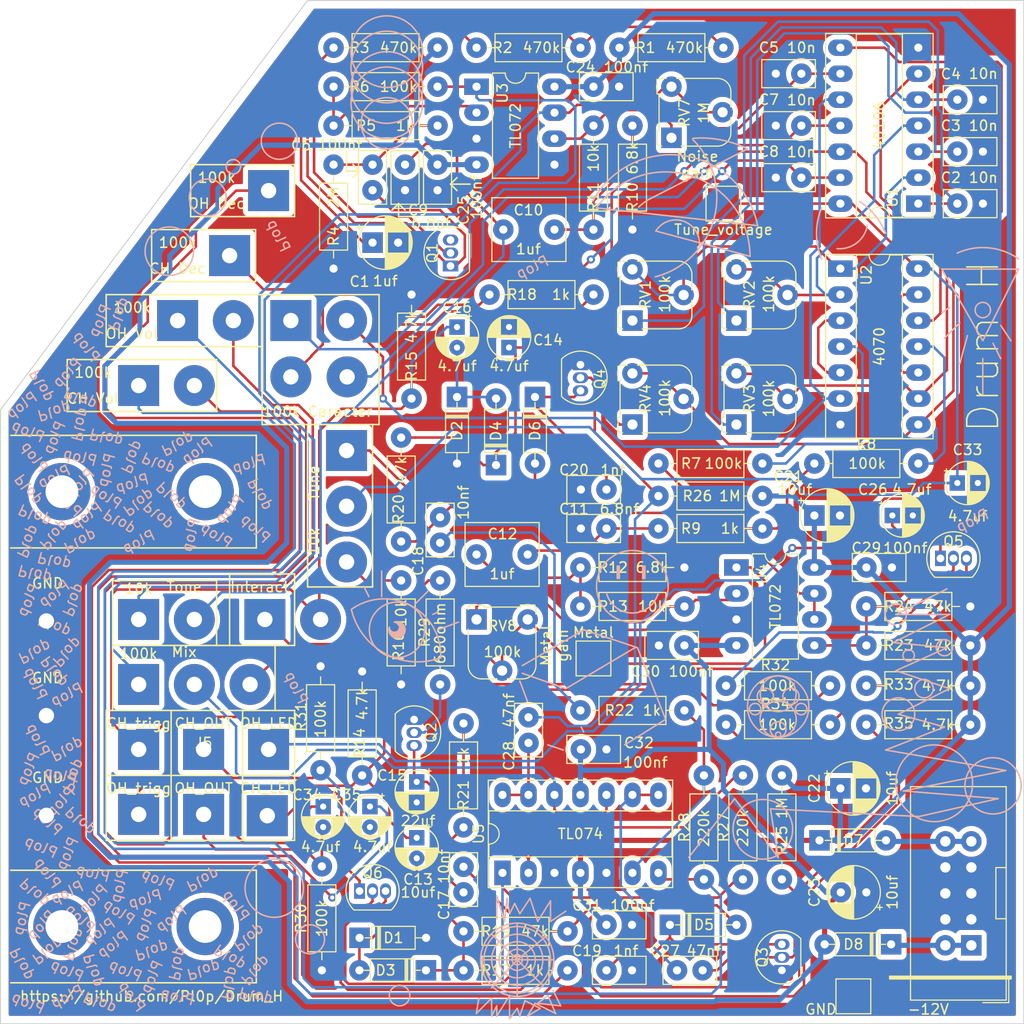
<source format=kicad_pcb>
(kicad_pcb (version 20171130) (host pcbnew 5.1.5+dfsg1-2build2)
  (layers (0 F.Cu signal) (31 B.Cu signal) (34 B.Paste user) (35 F.Paste user) (36 B.SilkS user) (37 F.SilkS user) (38 B.Mask user) (39 F.Mask user) (44 Edge.Cuts user))
  (net 0 "")
  (net 1 "Net-(C1-Pad1)")
  (net 2 "Net-(C2-Pad1)")
  (net 3 "Net-(C3-Pad1)")
  (net 4 GND)
  (net 5 "Net-(C4-Pad1)")
  (net 6 "Net-(C5-Pad1)")
  (net 7 "Net-(C6-Pad1)")
  (net 8 "Net-(C6-Pad2)")
  (net 9 "Net-(C7-Pad1)")
  (net 10 "Net-(C8-Pad1)")
  (net 11 "Net-(C10-Pad1)")
  (net 12 "Net-(C10-Pad2)")
  (net 13 "Net-(C11-Pad1)")
  (net 14 "Net-(C12-Pad1)")
  (net 15 Mix_2)
  (net 16 "Net-(C16-Pad1)")
  (net 17 "Net-(C17-Pad1)")
  (net 18 "Net-(C18-Pad1)")
  (net 19 "Net-(C19-Pad1)")
  (net 20 +12V)
  (net 21 "Net-(C26-Pad1)")
  (net 22 -12V)
  (net 23 "Net-(C35-Pad1)")
  (net 24 Mix_1)
  (net 25 "Net-(Q2-Pad2)")
  (net 26 "Net-(R11-Pad1)")
  (net 27 "Net-(R13-Pad1)")
  (net 28 "Net-(R17-Pad1)")
  (net 29 White_Noise)
  (net 30 "Net-(R28-Pad1)")
  (net 31 "Net-(R29-Pad1)")
  (net 32 Metal)
  (net 33 "Net-(RV9-Pad2)")
  (net 34 "Net-(D7-Pad2)")
  (net 35 "Net-(D8-Pad1)")
  (net 36 "Net-(C13-Pad2)")
  (net 37 "Net-(C15-Pad1)")
  (net 38 "Net-(C20-Pad1)")
  (net 39 "Net-(C27-Pad1)")
  (net 40 "Net-(R6-Pad1)")
  (net 41 "Net-(R16-Pad2)")
  (net 42 "Net-(R27-Pad1)")
  (net 43 "Net-(SW1-Pad3)")
  (net 44 "Net-(C14-Pad2)")
  (net 45 "Net-(C17-Pad2)")
  (net 46 "Net-(C18-Pad2)")
  (net 47 "Net-(C28-Pad2)")
  (net 48 "Net-(C33-Pad1)")
  (net 49 "Net-(C34-Pad2)")
  (net 50 "Net-(C34-Pad1)")
  (net 51 "Net-(C35-Pad2)")
  (net 52 "Net-(Q1-Pad3)")
  (net 53 "Net-(Q1-Pad2)")
  (net 54 "Net-(R5-Pad1)")
  (net 55 "Net-(R7-Pad2)")
  (net 56 "Net-(R7-Pad1)")
  (net 57 "Net-(R8-Pad1)")
  (net 58 "Net-(R18-Pad1)")
  (net 59 "Net-(R21-Pad1)")
  (net 60 "Net-(R22-Pad1)")
  (net 61 "Net-(RV1-Pad2)")
  (net 62 "Net-(RV2-Pad2)")
  (net 63 "Net-(RV3-Pad2)")
  (net 64 "Net-(RV4-Pad2)")
  (net 65 "Net-(RV5-Pad4)")
  (net 66 "Net-(RV5-Pad2)")
  (net 67 "Net-(RV14-Pad1)")
  (net 68 "Net-(U2-Pad10)")
  (net 69 "Net-(U2-Pad3)")
  (net 70 OH_Trigg)
  (net 71 CH_Trigg)
  (net 72 "Net-(D9-Pad2)")
  (net 73 "Net-(Q5-Pad3)")
  (net 74 "Net-(Q5-Pad2)")
  (net 75 "Net-(D10-Pad2)")
  (net 76 "Net-(Q6-Pad3)")
  (net 77 "Net-(Q6-Pad2)")
  (module "00_Mes_empreintes:Wire_Pad_1x02_(1Nc)_Drill-1.5mm" (layer F.Cu) (at 154.483 119.638)
    (fp_text reference REF** hide)
    (fp_text value GND (at 0.127 -3.683) (layer F.SilkS))
    (pad 1 thru_hole rect (at 0 0) (size 4 4) (drill 1.50114) (layers *.Cu *.Mask) (net 4 GND))
  )
  (module "00_Mes_empreintes:Wire_Pad_1x02_(1Nc)_Drill-1.5mm" (layer F.Cu) (at 154.483 100.638)
    (fp_text reference REF** hide)
    (fp_text value GND (at 0.127 -3.683) (layer F.SilkS))
    (pad 1 thru_hole rect (at 0 0) (size 4 4) (drill 1.50114) (layers *.Cu *.Mask) (net 4 GND))
  )
  (module MountingHole:MountingHole_3.2mm_M3_DIN965_Pad (layer F.Cu) (at 156 88)
    (fp_text reference REF** hide)
    (fp_text value MountingHole_3.2mm_M3_DIN965_Pad)
    (pad 1 thru_hole circle (at 0 0) (size 5.6 5.6) (drill 3.2) (layers *.Cu *.Mask))
  )
  (module MountingHole:MountingHole_3.2mm_M3_DIN965_Pad (layer F.Cu) (at 156 130.5)
    (fp_text reference REF** hide)
    (fp_text value MountingHole_3.2mm_M3_DIN965_Pad)
    (pad 1 thru_hole circle (at 0 0) (size 5.6 5.6) (drill 3.2) (layers *.Cu *.Mask))
  )
  (module MountingHole:MountingHole_3.2mm_M3_DIN965_Pad (layer F.Cu) (at 170 130.5)
    (fp_text reference REF** hide)
    (fp_text value MountingHole_3.2mm_M3_DIN965_Pad)
    (pad 1 thru_hole circle (at 0 0) (size 5.6 5.6) (drill 3.2) (layers *.Cu *.Mask))
  )
  (module MountingHole:MountingHole_3.2mm_M3_DIN965_Pad (layer F.Cu) (at 170 88)
    (fp_text reference REF** hide)
    (fp_text value MountingHole_3.2mm_M3_DIN965_Pad)
    (pad 1 thru_hole circle (at 0 0) (size 5.6 5.6) (drill 3.2) (layers *.Cu *.Mask))
  )
  (module 00_Mes_empreintes:Resistor (layer F.Cu) (at 218.745 125.89 90)
    (fp_text reference R28 (at 5.08 -1.905 90) (layer F.SilkS))
    (fp_text value 220k (at 5 0 90) (layer F.SilkS))
    (pad 2 thru_hole circle (at 10.16 0 90) (size 2 2) (drill 0.8) (layers *.Cu *.Mask) (net 60 "Net-(R22-Pad1)"))
    (pad 1 thru_hole circle (at 0 0 90) (size 2 2) (drill 0.8) (layers *.Cu *.Mask) (net 30 "Net-(R28-Pad1)"))
  )
  (module 00_Mes_empreintes:Resistor (layer F.Cu) (at 181.407 124.62 270)
    (fp_text reference R30 (at 5.08 2.032 90) (layer F.SilkS))
    (fp_text value 100k (at 5.08 0 90) (layer F.SilkS))
    (pad 2 thru_hole circle (at 10.16 0 270) (size 2 2) (drill 0.8) (layers *.Cu *.Mask) (net 4 GND))
    (pad 1 thru_hole circle (at 0 0 270) (size 2 2) (drill 0.8) (layers *.Cu *.Mask) (net 49 "Net-(C34-Pad2)"))
  )
  (module 00_Mes_empreintes:Resistor (layer F.Cu) (at 185.344 115.73 90)
    (fp_text reference R14 (at 3.175 -0.254 90) (layer F.SilkS))
    (fp_text value 4.7k (at 6.985 0 90) (layer F.SilkS))
    (pad 2 thru_hole circle (at 10.16 0 90) (size 2 2) (drill 0.8) (layers *.Cu *.Mask) (net 4 GND))
    (pad 1 thru_hole circle (at 0 0 90) (size 2 2) (drill 0.8) (layers *.Cu *.Mask) (net 70 OH_Trigg))
  )
  (module 00_Mes_empreintes:Resistor (layer F.Cu) (at 234.62 110.777)
    (fp_text reference R35 (at 3.175 -0.127) (layer F.SilkS))
    (fp_text value 4.7k (at 6.985 0) (layer F.SilkS))
    (pad 2 thru_hole circle (at 10.16 0) (size 2 2) (drill 0.8) (layers *.Cu *.Mask) (net 20 +12V))
    (pad 1 thru_hole circle (at 0 0) (size 2 2) (drill 0.8) (layers *.Cu *.Mask) (net 76 "Net-(Q6-Pad3)"))
  )
  (module 00_Mes_empreintes:Resistor (layer F.Cu) (at 220.904 110.777)
    (fp_text reference R34 (at 4.826 -2.032) (layer F.SilkS))
    (fp_text value 100k (at 5 0) (layer F.SilkS))
    (pad 2 thru_hole circle (at 10.16 0) (size 2 2) (drill 0.8) (layers *.Cu *.Mask) (net 71 CH_Trigg))
    (pad 1 thru_hole circle (at 0 0) (size 2 2) (drill 0.8) (layers *.Cu *.Mask) (net 77 "Net-(Q6-Pad2)"))
  )
  (module 00_Mes_empreintes:Resistor (layer F.Cu) (at 234.62 106.967)
    (fp_text reference R33 (at 3.175 -0.127) (layer F.SilkS))
    (fp_text value 4.7k (at 6.985 0) (layer F.SilkS))
    (pad 2 thru_hole circle (at 10.16 0) (size 2 2) (drill 0.8) (layers *.Cu *.Mask) (net 20 +12V))
    (pad 1 thru_hole circle (at 0 0) (size 2 2) (drill 0.8) (layers *.Cu *.Mask) (net 73 "Net-(Q5-Pad3)"))
  )
  (module 00_Mes_empreintes:Resistor (layer F.Cu) (at 220.904 106.967)
    (fp_text reference R32 (at 4.826 -2.032) (layer F.SilkS))
    (fp_text value 100k (at 5 0) (layer F.SilkS))
    (pad 2 thru_hole circle (at 10.16 0) (size 2 2) (drill 0.8) (layers *.Cu *.Mask) (net 70 OH_Trigg))
    (pad 1 thru_hole circle (at 0 0) (size 2 2) (drill 0.8) (layers *.Cu *.Mask) (net 74 "Net-(Q5-Pad2)"))
  )
  (module 00_Mes_empreintes:Resistor (layer F.Cu) (at 189.154 96.68 270)
    (fp_text reference R29 (at 5.08 -2.286 90) (layer F.SilkS))
    (fp_text value 10k (at 3.175 0 90) (layer F.SilkS))
    (pad 2 thru_hole circle (at 10.16 0 270) (size 2 2) (drill 0.8) (layers *.Cu *.Mask) (net 4 GND))
    (pad 1 thru_hole circle (at 0 0 270) (size 2 2) (drill 0.8) (layers *.Cu *.Mask) (net 31 "Net-(R29-Pad1)"))
  )
  (module 00_Mes_empreintes:Resistor (layer F.Cu) (at 234.62 99.22)
    (fp_text reference R24 (at 3.175 0) (layer F.SilkS))
    (fp_text value 47k (at 6.985 0) (layer F.SilkS))
    (pad 2 thru_hole circle (at 10.16 0) (size 2 2) (drill 0.8) (layers *.Cu *.Mask) (net 4 GND))
    (pad 1 thru_hole circle (at 0 0) (size 2 2) (drill 0.8) (layers *.Cu *.Mask) (net 21 "Net-(C26-Pad1)"))
  )
  (module 00_Mes_empreintes:Resistor (layer F.Cu) (at 216.84 95.41 180)
    (fp_text reference R12 (at 6.985 0) (layer F.SilkS))
    (fp_text value 6.8k (at 3.175 0) (layer F.SilkS))
    (pad 2 thru_hole circle (at 10.16 0 180) (size 2 2) (drill 0.8) (layers *.Cu *.Mask) (net 14 "Net-(C12-Pad1)"))
    (pad 1 thru_hole circle (at 0 0 180) (size 2 2) (drill 0.8) (layers *.Cu *.Mask) (net 4 GND))
  )
  (module 00_Mes_empreintes:Resistor (layer F.Cu) (at 239.7 85.25 180)
    (fp_text reference R8 (at 5.08 1.905) (layer F.SilkS))
    (fp_text value 100k (at 5 0) (layer F.SilkS))
    (pad 2 thru_hole circle (at 10.16 0 180) (size 2 2) (drill 0.8) (layers *.Cu *.Mask) (net 56 "Net-(R7-Pad1)"))
    (pad 1 thru_hole circle (at 0 0 180) (size 2 2) (drill 0.8) (layers *.Cu *.Mask) (net 57 "Net-(R8-Pad1)"))
  )
  (module 00_Mes_empreintes:Resistor (layer F.Cu) (at 216.84 99.22 180)
    (fp_text reference R13 (at 6.985 0) (layer F.SilkS))
    (fp_text value 10k (at 3.175 0) (layer F.SilkS))
    (pad 2 thru_hole circle (at 10.16 0 180) (size 2 2) (drill 0.8) (layers *.Cu *.Mask) (net 14 "Net-(C12-Pad1)"))
    (pad 1 thru_hole circle (at 0 0 180) (size 2 2) (drill 0.8) (layers *.Cu *.Mask) (net 27 "Net-(R13-Pad1)"))
  )
  (module 00_Mes_empreintes:Resistor (layer F.Cu) (at 214.3 91.6)
    (fp_text reference R9 (at 3.175 0) (layer F.SilkS))
    (fp_text value 1k (at 6.985 0) (layer F.SilkS))
    (pad 2 thru_hole circle (at 10.16 0) (size 2 2) (drill 0.8) (layers *.Cu *.Mask) (net 56 "Net-(R7-Pad1)"))
    (pad 1 thru_hole circle (at 0 0) (size 2 2) (drill 0.8) (layers *.Cu *.Mask) (net 13 "Net-(C11-Pad1)"))
  )
  (module 00_Mes_empreintes:Resistor (layer F.Cu) (at 244.78 103.03 180)
    (fp_text reference R23 (at 6.985 0) (layer F.SilkS))
    (fp_text value 47k (at 3.175 0) (layer F.SilkS))
    (pad 2 thru_hole circle (at 10.16 0 180) (size 2 2) (drill 0.8) (layers *.Cu *.Mask) (net 21 "Net-(C26-Pad1)"))
    (pad 1 thru_hole circle (at 0 0 180) (size 2 2) (drill 0.8) (layers *.Cu *.Mask) (net 20 +12V))
  )
  (module 00_Mes_empreintes:Resistor (layer F.Cu) (at 214.3 85.25)
    (fp_text reference R7 (at 3.175 0) (layer F.SilkS))
    (fp_text value 100k (at 6.35 0) (layer F.SilkS))
    (pad 2 thru_hole circle (at 10.16 0) (size 2 2) (drill 0.8) (layers *.Cu *.Mask) (net 55 "Net-(R7-Pad2)"))
    (pad 1 thru_hole circle (at 0 0) (size 2 2) (drill 0.8) (layers *.Cu *.Mask) (net 56 "Net-(R7-Pad1)"))
  )
  (module 00_Mes_empreintes:Resistor (layer F.Cu) (at 197.79 68.74)
    (fp_text reference R18 (at 3.175 0) (layer F.SilkS))
    (fp_text value 1k (at 6.985 0) (layer F.SilkS))
    (pad 2 thru_hole circle (at 10.16 0) (size 2 2) (drill 0.8) (layers *.Cu *.Mask) (net 16 "Net-(C16-Pad1)"))
    (pad 1 thru_hole circle (at 0 0) (size 2 2) (drill 0.8) (layers *.Cu *.Mask) (net 58 "Net-(R18-Pad1)"))
  )
  (module 00_Mes_empreintes:Resistor (layer F.Cu) (at 190.17 78.9 90)
    (fp_text reference R15 (at 3.175 0 90) (layer F.SilkS))
    (fp_text value 4.7k (at 6.985 0 90) (layer F.SilkS))
    (pad 2 thru_hole circle (at 10.16 0 90) (size 2 2) (drill 0.8) (layers *.Cu *.Mask) (net 4 GND))
    (pad 1 thru_hole circle (at 0 0 90) (size 2 2) (drill 0.8) (layers *.Cu *.Mask) (net 71 CH_Trigg))
  )
  (module 00_Mes_empreintes:Resistor (layer F.Cu) (at 189.154 82.71 270)
    (fp_text reference R20 (at 6.985 0.254 90) (layer F.SilkS))
    (fp_text value 47k (at 3.175 0 90) (layer F.SilkS))
    (pad 2 thru_hole circle (at 10.16 0 270) (size 2 2) (drill 0.8) (layers *.Cu *.Mask) (net 46 "Net-(C18-Pad2)"))
    (pad 1 thru_hole circle (at 0 0 270) (size 2 2) (drill 0.8) (layers *.Cu *.Mask) (net 16 "Net-(C16-Pad1)"))
  )
  (module 00_Mes_empreintes:Resistor (layer F.Cu) (at 224.46 88.425 180)
    (fp_text reference R26 (at 6.35 0) (layer F.SilkS))
    (fp_text value 1M (at 3.175 0) (layer F.SilkS))
    (pad 2 thru_hole circle (at 10.16 0 180) (size 2 2) (drill 0.8) (layers *.Cu *.Mask) (net 47 "Net-(C28-Pad2)"))
    (pad 1 thru_hole circle (at 0 0 180) (size 2 2) (drill 0.8) (layers *.Cu *.Mask) (net 20 +12V))
  )
  (module 00_Mes_empreintes:Resistor (layer F.Cu) (at 181.28 115.222 90)
    (fp_text reference R31 (at 5.207 -1.905 90) (layer F.SilkS))
    (fp_text value 100k (at 5 0 90) (layer F.SilkS))
    (pad 2 thru_hole circle (at 10.16 0 90) (size 2 2) (drill 0.8) (layers *.Cu *.Mask) (net 4 GND))
    (pad 1 thru_hole circle (at 0 0 90) (size 2 2) (drill 0.8) (layers *.Cu *.Mask) (net 51 "Net-(C35-Pad2)"))
  )
  (module 00_Mes_empreintes:Resistor (layer F.Cu) (at 216.84 109.38 180)
    (fp_text reference R22 (at 6.35 0) (layer F.SilkS))
    (fp_text value 1k (at 3.175 0) (layer F.SilkS))
    (pad 2 thru_hole circle (at 10.16 0 180) (size 2 2) (drill 0.8) (layers *.Cu *.Mask) (net 18 "Net-(C18-Pad1)"))
    (pad 1 thru_hole circle (at 0 0 180) (size 2 2) (drill 0.8) (layers *.Cu *.Mask) (net 60 "Net-(R22-Pad1)"))
  )
  (module 00_Mes_empreintes:Resistor (layer F.Cu) (at 192.964 106.84 90)
    (fp_text reference R16 (at 3.75 -4.064 90) (layer F.SilkS))
    (fp_text value 680ohm (at 5 0 90) (layer F.SilkS))
    (pad 2 thru_hole circle (at 10.16 0 90) (size 2 2) (drill 0.8) (layers *.Cu *.Mask) (net 41 "Net-(R16-Pad2)"))
    (pad 1 thru_hole circle (at 0 0 90) (size 2 2) (drill 0.8) (layers *.Cu *.Mask) (net 25 "Net-(Q2-Pad2)"))
  )
  (module 00_Mes_empreintes:Resistor (layer F.Cu) (at 192.71 44.61 180)
    (fp_text reference R3 (at 7.62 0) (layer F.SilkS))
    (fp_text value 470k (at 3.81 0) (layer F.SilkS))
    (pad 2 thru_hole circle (at 10.16 0 180) (size 2 2) (drill 0.8) (layers *.Cu *.Mask) (net 53 "Net-(Q1-Pad2)"))
    (pad 1 thru_hole circle (at 0 0 180) (size 2 2) (drill 0.8) (layers *.Cu *.Mask) (net 22 -12V))
  )
  (module 00_Mes_empreintes:Resistor (layer F.Cu) (at 211.76 62.39 90)
    (fp_text reference R10 (at 3.175 0 90) (layer F.SilkS))
    (fp_text value 6.8k (at 6.985 0 90) (layer F.SilkS))
    (pad 2 thru_hole circle (at 10.16 0 90) (size 2 2) (drill 0.8) (layers *.Cu *.Mask) (net 11 "Net-(C10-Pad1)"))
    (pad 1 thru_hole circle (at 0 0 90) (size 2 2) (drill 0.8) (layers *.Cu *.Mask) (net 4 GND))
  )
  (module 00_Mes_empreintes:Resistor (layer F.Cu) (at 182.55 66.2 90)
    (fp_text reference R4 (at 3.175 0 270) (layer F.SilkS))
    (fp_text value 2M (at 6.985 0 90) (layer F.SilkS))
    (pad 2 thru_hole circle (at 10.16 0 90) (size 2 2) (drill 0.8) (layers *.Cu *.Mask) (net 7 "Net-(C6-Pad1)"))
    (pad 1 thru_hole circle (at 0 0 90) (size 2 2) (drill 0.8) (layers *.Cu *.Mask) (net 4 GND))
  )
  (module 00_Mes_empreintes:Resistor (layer F.Cu) (at 207.95 52.23 270)
    (fp_text reference R11 (at 6.985 0 90) (layer F.SilkS))
    (fp_text value 10k (at 3.175 0 90) (layer F.SilkS))
    (pad 2 thru_hole circle (at 10.16 0 270) (size 2 2) (drill 0.8) (layers *.Cu *.Mask) (net 11 "Net-(C10-Pad1)"))
    (pad 1 thru_hole circle (at 0 0 270) (size 2 2) (drill 0.8) (layers *.Cu *.Mask) (net 26 "Net-(R11-Pad1)"))
  )
  (module 00_Mes_empreintes:Resistor (layer F.Cu) (at 182.55 52.23)
    (fp_text reference R5 (at 3.175 0) (layer F.SilkS))
    (fp_text value 1k (at 6.985 0) (layer F.SilkS))
    (pad 2 thru_hole circle (at 10.16 0) (size 2 2) (drill 0.8) (layers *.Cu *.Mask) (net 7 "Net-(C6-Pad1)"))
    (pad 1 thru_hole circle (at 0 0) (size 2 2) (drill 0.8) (layers *.Cu *.Mask) (net 54 "Net-(R5-Pad1)"))
  )
  (module 00_Mes_empreintes:Resistor (layer F.Cu) (at 196.52 44.61)
    (fp_text reference R2 (at 2.54 0) (layer F.SilkS))
    (fp_text value 470k (at 6.35 0) (layer F.SilkS))
    (pad 2 thru_hole circle (at 10.16 0) (size 2 2) (drill 0.8) (layers *.Cu *.Mask) (net 1 "Net-(C1-Pad1)"))
    (pad 1 thru_hole circle (at 0 0) (size 2 2) (drill 0.8) (layers *.Cu *.Mask) (net 8 "Net-(C6-Pad2)"))
  )
  (module 00_Mes_empreintes:Resistor (layer F.Cu) (at 205.41 134.78 180)
    (fp_text reference R17 (at 6.985 0) (layer F.SilkS))
    (fp_text value 1k (at 3.175 0) (layer F.SilkS))
    (pad 2 thru_hole circle (at 10.16 0 180) (size 2 2) (drill 0.8) (layers *.Cu *.Mask) (net 37 "Net-(C15-Pad1)"))
    (pad 1 thru_hole circle (at 0 0 180) (size 2 2) (drill 0.8) (layers *.Cu *.Mask) (net 28 "Net-(R17-Pad1)"))
  )
  (module 00_Mes_empreintes:Resistor (layer F.Cu) (at 210.49 44.61)
    (fp_text reference R1 (at 2.54 0) (layer F.SilkS))
    (fp_text value 470k (at 6.35 0) (layer F.SilkS))
    (pad 2 thru_hole circle (at 10.16 0) (size 2 2) (drill 0.8) (layers *.Cu *.Mask) (net 1 "Net-(C1-Pad1)"))
    (pad 1 thru_hole circle (at 0 0) (size 2 2) (drill 0.8) (layers *.Cu *.Mask) (net 20 +12V))
  )
  (module 00_Mes_empreintes:Resistor (layer F.Cu) (at 192.71 48.42 180)
    (fp_text reference R6 (at 7.62 0) (layer F.SilkS))
    (fp_text value 100k (at 3.81 0) (layer F.SilkS))
    (pad 2 thru_hole circle (at 10.16 0 180) (size 2 2) (drill 0.8) (layers *.Cu *.Mask) (net 54 "Net-(R5-Pad1)"))
    (pad 1 thru_hole circle (at 0 0 180) (size 2 2) (drill 0.8) (layers *.Cu *.Mask) (net 40 "Net-(R6-Pad1)"))
  )
  (module 00_Mes_empreintes:Resistor (layer F.Cu) (at 195.25 130.97)
    (fp_text reference R19 (at 3.175 0) (layer F.SilkS))
    (fp_text value 47k (at 6.985 0) (layer F.SilkS))
    (pad 2 thru_hole circle (at 10.16 0) (size 2 2) (drill 0.8) (layers *.Cu *.Mask) (net 45 "Net-(C17-Pad2)"))
    (pad 1 thru_hole circle (at 0 0) (size 2 2) (drill 0.8) (layers *.Cu *.Mask) (net 37 "Net-(C15-Pad1)"))
  )
  (module 00_Mes_empreintes:Resistor (layer F.Cu) (at 226.365 115.73 270)
    (fp_text reference R25 (at 6.35 0 90) (layer F.SilkS))
    (fp_text value 1M (at 3.175 0 90) (layer F.SilkS))
    (pad 2 thru_hole circle (at 10.16 0 270) (size 2 2) (drill 0.8) (layers *.Cu *.Mask) (net 39 "Net-(C27-Pad1)"))
    (pad 1 thru_hole circle (at 0 0 270) (size 2 2) (drill 0.8) (layers *.Cu *.Mask) (net 20 +12V))
  )
  (module 00_Mes_empreintes:Resistor (layer F.Cu) (at 195.25 110.65 270)
    (fp_text reference R21 (at 6.985 0 90) (layer F.SilkS))
    (fp_text value 1k (at 3.175 0 90) (layer F.SilkS))
    (pad 2 thru_hole circle (at 10.16 0 270) (size 2 2) (drill 0.8) (layers *.Cu *.Mask) (net 17 "Net-(C17-Pad1)"))
    (pad 1 thru_hole circle (at 0 0 270) (size 2 2) (drill 0.8) (layers *.Cu *.Mask) (net 59 "Net-(R21-Pad1)"))
  )
  (module 00_Mes_empreintes:Resistor (layer F.Cu) (at 222.555 125.89 90)
    (fp_text reference R27 (at 5.08 -1.905 90) (layer F.SilkS))
    (fp_text value 220k (at 5 0 90) (layer F.SilkS))
    (pad 2 thru_hole circle (at 10.16 0 90) (size 2 2) (drill 0.8) (layers *.Cu *.Mask) (net 59 "Net-(R21-Pad1)"))
    (pad 1 thru_hole circle (at 0 0 90) (size 2 2) (drill 0.8) (layers *.Cu *.Mask) (net 42 "Net-(R27-Pad1)"))
  )
  (module 00_Mes_empreintes:Trimot_RM-065 (layer F.Cu) (at 196.52 100.49)
    (fp_text reference RV8 (at 2.54 0.635) (layer F.SilkS))
    (fp_text value 100k (at 2.54 3.175) (layer F.SilkS))
    (pad 2 thru_hole circle (at 2.5 5) (size 2 2) (drill 1) (layers *.Cu *.Mask) (net 32 Metal))
    (pad 1 thru_hole rect (at 0 0) (size 2 2) (drill 1) (layers *.Cu *.Mask) (net 27 "Net-(R13-Pad1)"))
    (pad 3 thru_hole circle (at 5 0) (size 2 2) (drill 1) (layers *.Cu *.Mask) (net 32 Metal))
  )
  (module "00_Mes_empreintes:Wire_Pad_1x02_(1Nc)_Drill-1.5mm" (layer F.Cu) (at 154.483 109.888)
    (fp_text reference REF** hide)
    (fp_text value GND (at 0.127 -3.683) (layer F.SilkS))
    (pad 1 thru_hole rect (at 0 0) (size 4 4) (drill 1.50114) (layers *.Cu *.Mask) (net 4 GND))
  )
  (module "00_Mes_empreintes:Wire_Pad_1x02_(1Nc)_Drill-1.5mm" (layer F.Cu) (at 176.073 119.667)
    (fp_text reference CH_LED (at 0.127 -2.667) (layer F.SilkS))
    (fp_text value Green hide)
    (pad 2 thru_hole rect (at 0 0) (size 4 4) (drill 1.50114) (layers *.Cu *.Mask) (net 75 "Net-(D10-Pad2)"))
  )
  (module "00_Mes_empreintes:Wire_Pad_1x02_(1Nc)_Drill-1.5mm" (layer F.Cu) (at 176.2 113.19 180)
    (fp_text reference OH_LED (at 0 2.54) (layer F.SilkS))
    (fp_text value Green hide)
    (pad 1 thru_hole rect (at 0 0 180) (size 4 4) (drill 1.50114) (layers *.Cu *.Mask) (net 72 "Net-(D9-Pad2)"))
  )
  (module Package_TO_SOT_THT:TO-92_Inline (layer F.Cu) (at 241.859 94.521)
    (fp_text reference Q5 (at 1.27 -1.651) (layer F.SilkS))
    (fp_text value 2N3904)
    (pad 1 thru_hole rect (at 0 0) (size 1.05 1.5) (drill 0.75) (layers *.Cu *.Mask) (net 72 "Net-(D9-Pad2)"))
    (pad 3 thru_hole oval (at 2.54 0) (size 1.05 1.5) (drill 0.75) (layers *.Cu *.Mask) (net 73 "Net-(Q5-Pad3)"))
    (pad 2 thru_hole oval (at 1.27 0) (size 1.05 1.5) (drill 0.75) (layers *.Cu *.Mask) (net 74 "Net-(Q5-Pad2)"))
  )
  (module "00_Mes_empreintes:Wire_Pad_1x02_(1Nc)_Drill-1.5mm" (layer F.Cu) (at 169.85 119.54)
    (fp_text reference J4 hide)
    (fp_text value OH_OUT (at 0 -2.54) (layer F.SilkS))
    (pad 2 thru_hole rect (at 0 0) (size 4 4) (drill 1.50114) (layers *.Cu *.Mask) (net 49 "Net-(C34-Pad2)"))
  )
  (module "00_Mes_empreintes:Wire_Pad_1x02_(1Nc)_Drill-1.5mm" (layer F.Cu) (at 169.85 113.19)
    (fp_text reference J5 (at 0 -0.635) (layer F.SilkS))
    (fp_text value CH_OUT (at 0 -2.54) (layer F.SilkS))
    (pad 2 thru_hole rect (at 0 0) (size 4 4) (drill 1.50114) (layers *.Cu *.Mask) (net 51 "Net-(C35-Pad2)"))
  )
  (module Package_TO_SOT_THT:TO-92_Inline (layer F.Cu) (at 185.09 127.033)
    (fp_text reference Q6 (at 1.27 -1.778) (layer F.SilkS))
    (fp_text value 2N3904)
    (pad 1 thru_hole rect (at 0 0) (size 1.05 1.5) (drill 0.75) (layers *.Cu *.Mask) (net 75 "Net-(D10-Pad2)"))
    (pad 3 thru_hole oval (at 2.54 0) (size 1.05 1.5) (drill 0.75) (layers *.Cu *.Mask) (net 76 "Net-(Q6-Pad3)"))
    (pad 2 thru_hole oval (at 1.27 0) (size 1.05 1.5) (drill 0.75) (layers *.Cu *.Mask) (net 77 "Net-(Q6-Pad2)"))
  )
  (module Package_TO_SOT_THT:TO-92_Inline (layer F.Cu) (at 206.68 75.598 270)
    (fp_text reference Q4 (at 1.397 -1.905 270) (layer F.SilkS))
    (fp_text value 2N3904)
    (pad 1 thru_hole rect (at 0 0 270) (size 1.05 1.5) (drill 0.75) (layers *.Cu *.Mask) (net 4 GND))
    (pad 3 thru_hole oval (at 2.54 0 270) (size 1.05 1.5) (drill 0.75) (layers *.Cu *.Mask) (net 38 "Net-(C20-Pad1)"))
    (pad 2 thru_hole oval (at 1.27 0 270) (size 1.05 1.5) (drill 0.75) (layers *.Cu *.Mask) (net 47 "Net-(C28-Pad2)"))
  )
  (module Package_TO_SOT_THT:TO-92_Inline (layer F.Cu) (at 226.365 134.78 90)
    (fp_text reference Q3 (at 1.27 -1.905 90) (layer F.SilkS))
    (fp_text value 2N3904)
    (pad 1 thru_hole rect (at 0 0 90) (size 1.05 1.5) (drill 0.75) (layers *.Cu *.Mask) (net 4 GND))
    (pad 3 thru_hole oval (at 2.54 0 90) (size 1.05 1.5) (drill 0.75) (layers *.Cu *.Mask) (net 19 "Net-(C19-Pad1)"))
    (pad 2 thru_hole oval (at 1.27 0 90) (size 1.05 1.5) (drill 0.75) (layers *.Cu *.Mask) (net 39 "Net-(C27-Pad1)"))
  )
  (module Package_TO_SOT_THT:TO-92_Inline (layer F.Cu) (at 193.98 65.946 90)
    (fp_text reference Q1 (at 1.27 -1.778 90) (layer F.SilkS))
    (fp_text value 2N3904)
    (pad 1 thru_hole rect (at 0 0 90) (size 1.05 1.5) (drill 0.75) (layers *.Cu *.Mask) (net 8 "Net-(C6-Pad2)"))
    (pad 3 thru_hole oval (at 2.54 0 90) (size 1.05 1.5) (drill 0.75) (layers *.Cu *.Mask) (net 52 "Net-(Q1-Pad3)"))
    (pad 2 thru_hole oval (at 1.27 0 90) (size 1.05 1.5) (drill 0.75) (layers *.Cu *.Mask) (net 53 "Net-(Q1-Pad2)"))
  )
  (module 00_Mes_empreintes:CP_Radial_4*7 (layer F.Cu) (at 181.534 118.778 270)
    (fp_text reference C34 (at -1.143 1.524 180) (layer F.SilkS))
    (fp_text value 4.7uf (at 3.937 0.254 180) (layer F.SilkS))
    (pad 2 thru_hole circle (at 2 0 270) (size 1.5 1.5) (drill 0.6) (layers *.Cu *.Mask) (net 49 "Net-(C34-Pad2)"))
    (pad 1 thru_hole rect (at 0 0 270) (size 1.5 1.5) (drill 0.6) (layers *.Cu *.Mask) (net 50 "Net-(C34-Pad1)"))
  )
  (module 00_Mes_empreintes:CP_Radial_4*7 (layer F.Cu) (at 190.678 121.826 270)
    (fp_text reference C13 (at 4.064 -0.127 180) (layer F.SilkS))
    (fp_text value 10uf (at 5.334 -0.127 180) (layer F.SilkS))
    (pad 2 thru_hole circle (at 2 0 270) (size 1.5 1.5) (drill 0.6) (layers *.Cu *.Mask) (net 36 "Net-(C13-Pad2)"))
    (pad 1 thru_hole rect (at 0 0 270) (size 1.5 1.5) (drill 0.6) (layers *.Cu *.Mask) (net 70 OH_Trigg))
  )
  (module "00_Mes_empreintes:Wire_Pad_1x03_(1Nc)_Drill-1.5mm" (layer F.Cu) (at 163.5 100.49)
    (fp_text reference 10k (at 0 -3) (layer F.SilkS))
    (fp_text value Tone (at 4.445 -3.175) (layer F.SilkS))
    (pad 3 thru_hole circle (at 5.445 0) (size 4 4) (drill 1.50114) (layers *.Cu *.Mask) (net 12 "Net-(C10-Pad2)"))
    (pad 1 thru_hole rect (at 0 0) (size 4 4) (drill 1.50114) (layers *.Cu *.Mask) (net 40 "Net-(R6-Pad1)"))
  )
  (module 00_Mes_empreintes:DIP-8_Socket (layer F.Cu) (at 221.92 95.41)
    (fp_text reference U4 (at 2.54 0.635 90) (layer F.SilkS))
    (fp_text value TL072 (at 3.81 3.81 90) (layer F.SilkS))
    (pad 8 thru_hole oval (at 7.62 0) (size 2.4 1.6) (drill 0.8) (layers *.Cu *.Mask) (net 20 +12V))
    (pad 4 thru_hole oval (at 0 7.62) (size 2.4 1.6) (drill 0.8) (layers *.Cu *.Mask) (net 22 -12V))
    (pad 7 thru_hole oval (at 7.62 2.54) (size 2.4 1.6) (drill 0.8) (layers *.Cu *.Mask) (net 67 "Net-(RV14-Pad1)"))
    (pad 3 thru_hole oval (at 0 5.08) (size 2.4 1.6) (drill 0.8) (layers *.Cu *.Mask) (net 4 GND))
    (pad 6 thru_hole oval (at 7.62 5.08) (size 2.4 1.6) (drill 0.8) (layers *.Cu *.Mask) (net 67 "Net-(RV14-Pad1)"))
    (pad 2 thru_hole oval (at 0 2.54) (size 2.4 1.6) (drill 0.8) (layers *.Cu *.Mask) (net 27 "Net-(R13-Pad1)"))
    (pad 5 thru_hole oval (at 7.62 7.62) (size 2.4 1.6) (drill 0.8) (layers *.Cu *.Mask) (net 21 "Net-(C26-Pad1)"))
    (pad 1 thru_hole rect (at 0 0) (size 2.4 1.6) (drill 0.8) (layers *.Cu *.Mask) (net 32 Metal))
  )
  (module 00_Mes_empreintes:DIP-14-Socket (layer F.Cu) (at 232.08 66.2)
    (fp_text reference U2 (at 2.54 0.635 90) (layer F.SilkS))
    (fp_text value 4070 (at 3.81 7.62 90) (layer F.SilkS))
    (pad 14 thru_hole oval (at 7.62 0) (size 2.4 1.6) (drill 0.8) (layers *.Cu *.Mask) (net 48 "Net-(C33-Pad1)"))
    (pad 7 thru_hole oval (at 0 15.24) (size 2.4 1.6) (drill 0.8) (layers *.Cu *.Mask) (net 4 GND))
    (pad 13 thru_hole oval (at 7.62 2.54) (size 2.4 1.6) (drill 0.8) (layers *.Cu *.Mask) (net 68 "Net-(U2-Pad10)"))
    (pad 6 thru_hole oval (at 0 12.7) (size 2.4 1.6) (drill 0.8) (layers *.Cu *.Mask) (net 66 "Net-(RV5-Pad2)"))
    (pad 12 thru_hole oval (at 7.62 5.08) (size 2.4 1.6) (drill 0.8) (layers *.Cu *.Mask) (net 65 "Net-(RV5-Pad4)"))
    (pad 5 thru_hole oval (at 0 10.16) (size 2.4 1.6) (drill 0.8) (layers *.Cu *.Mask) (net 69 "Net-(U2-Pad3)"))
    (pad 11 thru_hole oval (at 7.62 7.62) (size 2.4 1.6) (drill 0.8) (layers *.Cu *.Mask) (net 57 "Net-(R8-Pad1)"))
    (pad 4 thru_hole oval (at 0 7.62) (size 2.4 1.6) (drill 0.8) (layers *.Cu *.Mask) (net 55 "Net-(R7-Pad2)"))
    (pad 10 thru_hole oval (at 7.62 10.16) (size 2.4 1.6) (drill 0.8) (layers *.Cu *.Mask) (net 68 "Net-(U2-Pad10)"))
    (pad 3 thru_hole oval (at 0 5.08) (size 2.4 1.6) (drill 0.8) (layers *.Cu *.Mask) (net 69 "Net-(U2-Pad3)"))
    (pad 9 thru_hole oval (at 7.62 12.7) (size 2.4 1.6) (drill 0.8) (layers *.Cu *.Mask) (net 63 "Net-(RV3-Pad2)"))
    (pad 2 thru_hole oval (at 0 2.54) (size 2.4 1.6) (drill 0.8) (layers *.Cu *.Mask) (net 62 "Net-(RV2-Pad2)"))
    (pad 8 thru_hole oval (at 7.62 15.24) (size 2.4 1.6) (drill 0.8) (layers *.Cu *.Mask) (net 64 "Net-(RV4-Pad2)"))
    (pad 1 thru_hole rect (at 0 0) (size 2.4 1.6) (drill 0.8) (layers *.Cu *.Mask) (net 61 "Net-(RV1-Pad2)"))
  )
  (module 00_Mes_empreintes:DIP-14-Socket (layer F.Cu) (at 239.7 59.85 180)
    (fp_text reference U1 (at 2.54 0.635 90) (layer F.SilkS))
    (fp_text value 40106 (at 3.81 7.62 90) (layer F.SilkS))
    (pad 14 thru_hole oval (at 7.62 0 180) (size 2.4 1.6) (drill 0.8) (layers *.Cu *.Mask) (net 48 "Net-(C33-Pad1)"))
    (pad 7 thru_hole oval (at 0 15.24 180) (size 2.4 1.6) (drill 0.8) (layers *.Cu *.Mask) (net 4 GND))
    (pad 13 thru_hole oval (at 7.62 2.54 180) (size 2.4 1.6) (drill 0.8) (layers *.Cu *.Mask) (net 10 "Net-(C8-Pad1)"))
    (pad 6 thru_hole oval (at 0 12.7 180) (size 2.4 1.6) (drill 0.8) (layers *.Cu *.Mask) (net 63 "Net-(RV3-Pad2)"))
    (pad 12 thru_hole oval (at 7.62 5.08 180) (size 2.4 1.6) (drill 0.8) (layers *.Cu *.Mask) (net 65 "Net-(RV5-Pad4)"))
    (pad 5 thru_hole oval (at 0 10.16 180) (size 2.4 1.6) (drill 0.8) (layers *.Cu *.Mask) (net 5 "Net-(C4-Pad1)"))
    (pad 11 thru_hole oval (at 7.62 7.62 180) (size 2.4 1.6) (drill 0.8) (layers *.Cu *.Mask) (net 9 "Net-(C7-Pad1)"))
    (pad 4 thru_hole oval (at 0 7.62 180) (size 2.4 1.6) (drill 0.8) (layers *.Cu *.Mask) (net 62 "Net-(RV2-Pad2)"))
    (pad 10 thru_hole oval (at 7.62 10.16 180) (size 2.4 1.6) (drill 0.8) (layers *.Cu *.Mask) (net 66 "Net-(RV5-Pad2)"))
    (pad 3 thru_hole oval (at 0 5.08 180) (size 2.4 1.6) (drill 0.8) (layers *.Cu *.Mask) (net 3 "Net-(C3-Pad1)"))
    (pad 9 thru_hole oval (at 7.62 12.7 180) (size 2.4 1.6) (drill 0.8) (layers *.Cu *.Mask) (net 6 "Net-(C5-Pad1)"))
    (pad 2 thru_hole oval (at 0 2.54 180) (size 2.4 1.6) (drill 0.8) (layers *.Cu *.Mask) (net 61 "Net-(RV1-Pad2)"))
    (pad 8 thru_hole oval (at 7.62 15.24 180) (size 2.4 1.6) (drill 0.8) (layers *.Cu *.Mask) (net 64 "Net-(RV4-Pad2)"))
    (pad 1 thru_hole rect (at 0 0 180) (size 2.4 1.6) (drill 0.8) (layers *.Cu *.Mask) (net 2 "Net-(C2-Pad1)"))
  )
  (module 00_Mes_empreintes:DIP-8_Socket (layer F.Cu) (at 196.52 48.42)
    (fp_text reference U3 (at 2.54 0.635 90) (layer F.SilkS))
    (fp_text value TL072 (at 3.81 3.81 90) (layer F.SilkS))
    (pad 8 thru_hole oval (at 7.62 0) (size 2.4 1.6) (drill 0.8) (layers *.Cu *.Mask) (net 20 +12V))
    (pad 4 thru_hole oval (at 0 7.62) (size 2.4 1.6) (drill 0.8) (layers *.Cu *.Mask) (net 22 -12V))
    (pad 7 thru_hole oval (at 7.62 2.54) (size 2.4 1.6) (drill 0.8) (layers *.Cu *.Mask) (net 29 White_Noise))
    (pad 3 thru_hole oval (at 0 5.08) (size 2.4 1.6) (drill 0.8) (layers *.Cu *.Mask) (net 4 GND))
    (pad 6 thru_hole oval (at 7.62 5.08) (size 2.4 1.6) (drill 0.8) (layers *.Cu *.Mask) (net 26 "Net-(R11-Pad1)"))
    (pad 2 thru_hole oval (at 0 2.54) (size 2.4 1.6) (drill 0.8) (layers *.Cu *.Mask) (net 54 "Net-(R5-Pad1)"))
    (pad 5 thru_hole oval (at 7.62 7.62) (size 2.4 1.6) (drill 0.8) (layers *.Cu *.Mask) (net 4 GND))
    (pad 1 thru_hole rect (at 0 0) (size 2.4 1.6) (drill 0.8) (layers *.Cu *.Mask) (net 40 "Net-(R6-Pad1)"))
  )
  (module 00_Mes_empreintes:DIP-14-Socket (layer F.Cu) (at 199.06 125.255 90)
    (fp_text reference U5 (at 3.81 -2.33 90) (layer F.SilkS))
    (fp_text value TL074 (at 3.81 7.62 180) (layer F.SilkS))
    (pad 14 thru_hole oval (at 7.62 0 90) (size 2.4 1.6) (drill 0.8) (layers *.Cu *.Mask) (net 15 Mix_2))
    (pad 7 thru_hole oval (at 0 15.24 90) (size 2.4 1.6) (drill 0.8) (layers *.Cu *.Mask) (net 30 "Net-(R28-Pad1)"))
    (pad 13 thru_hole oval (at 7.62 2.54 90) (size 2.4 1.6) (drill 0.8) (layers *.Cu *.Mask) (net 15 Mix_2))
    (pad 6 thru_hole oval (at 0 12.7 90) (size 2.4 1.6) (drill 0.8) (layers *.Cu *.Mask) (net 60 "Net-(R22-Pad1)"))
    (pad 12 thru_hole oval (at 7.62 5.08 90) (size 2.4 1.6) (drill 0.8) (layers *.Cu *.Mask) (net 33 "Net-(RV9-Pad2)"))
    (pad 5 thru_hole oval (at 0 10.16 90) (size 2.4 1.6) (drill 0.8) (layers *.Cu *.Mask) (net 4 GND))
    (pad 11 thru_hole oval (at 7.62 7.62 90) (size 2.4 1.6) (drill 0.8) (layers *.Cu *.Mask) (net 22 -12V))
    (pad 4 thru_hole oval (at 0 7.62 90) (size 2.4 1.6) (drill 0.8) (layers *.Cu *.Mask) (net 20 +12V))
    (pad 10 thru_hole oval (at 7.62 10.16 90) (size 2.4 1.6) (drill 0.8) (layers *.Cu *.Mask) (net 33 "Net-(RV9-Pad2)"))
    (pad 3 thru_hole oval (at 0 5.08 90) (size 2.4 1.6) (drill 0.8) (layers *.Cu *.Mask) (net 4 GND))
    (pad 9 thru_hole oval (at 7.62 12.7 90) (size 2.4 1.6) (drill 0.8) (layers *.Cu *.Mask) (net 24 Mix_1))
    (pad 2 thru_hole oval (at 0 2.54 90) (size 2.4 1.6) (drill 0.8) (layers *.Cu *.Mask) (net 59 "Net-(R21-Pad1)"))
    (pad 8 thru_hole oval (at 7.62 15.24 90) (size 2.4 1.6) (drill 0.8) (layers *.Cu *.Mask) (net 24 Mix_1))
    (pad 1 thru_hole rect (at 0 0 90) (size 2.4 1.6) (drill 0.8) (layers *.Cu *.Mask) (net 42 "Net-(R27-Pad1)"))
  )
  (module 00_Mes_empreintes:Test-Point_3x3 (layer F.Cu) (at 233.35 137.32)
    (fp_text reference TP2 hide)
    (fp_text value GND (at -3.175 1.27) (layer F.SilkS))
    (pad 1 smd rect (at 0 0) (size 3 3) (layers F.Cu) (net 4 GND))
  )
  (module 00_Mes_empreintes:Test-Point_3x3 (layer F.Cu) (at 220.65 59.85)
    (fp_text reference TP3 hide)
    (fp_text value Tune_voltage (at 0 2.54) (layer F.SilkS))
    (pad 1 smd rect (at 0 0) (size 3 3) (layers F.Cu) (net 48 "Net-(C33-Pad1)"))
  )
  (module 00_Mes_empreintes:Test-Point_3x3 (layer F.Cu) (at 207.95 104.3)
    (fp_text reference TP1 hide)
    (fp_text value Metal (at 0 -2.54) (layer F.SilkS))
    (pad 1 smd rect (at 0 0) (size 3 3) (layers F.Cu) (net 32 Metal))
  )
  (module "00_Mes_empreintes:Wire_Pad_1x03_(1Nc)_Drill-1.5mm" (layer F.Cu) (at 175.835 100.49)
    (fp_text reference SW1 hide)
    (fp_text value Interact' (at -0.27 -3.175 180) (layer F.SilkS))
    (pad 2 thru_hole circle (at 5.445 0) (size 4 4) (drill 1.50114) (layers *.Cu *.Mask) (net 71 CH_Trigg))
    (pad 1 thru_hole rect (at 0 0) (size 4 4) (drill 1.50114) (layers *.Cu *.Mask) (net 41 "Net-(R16-Pad2)"))
  )
  (module 00_Mes_empreintes:Trimot_RM-065 (layer F.Cu) (at 211.76 81.44 90)
    (fp_text reference RV4 (at 2.54 1.27 90) (layer F.SilkS))
    (fp_text value 100k (at 2.6 3.175 90) (layer F.SilkS))
    (pad 2 thru_hole circle (at 2.5 5 90) (size 2 2) (drill 1) (layers *.Cu *.Mask) (net 64 "Net-(RV4-Pad2)"))
    (pad 1 thru_hole rect (at 0 0 90) (size 2 2) (drill 1) (layers *.Cu *.Mask) (net 6 "Net-(C5-Pad1)"))
    (pad 3 thru_hole circle (at 5 0 90) (size 2 2) (drill 1) (layers *.Cu *.Mask) (net 64 "Net-(RV4-Pad2)"))
  )
  (module 00_Mes_empreintes:Trimot_RM-065 (layer F.Cu) (at 221.92 81.44 90)
    (fp_text reference RV3 (at 2.54 1.27 90) (layer F.SilkS))
    (fp_text value 100k (at 2.54 3.175 90) (layer F.SilkS))
    (pad 2 thru_hole circle (at 2.5 5 90) (size 2 2) (drill 1) (layers *.Cu *.Mask) (net 63 "Net-(RV3-Pad2)"))
    (pad 1 thru_hole rect (at 0 0 90) (size 2 2) (drill 1) (layers *.Cu *.Mask) (net 5 "Net-(C4-Pad1)"))
    (pad 3 thru_hole circle (at 5 0 90) (size 2 2) (drill 1) (layers *.Cu *.Mask) (net 63 "Net-(RV3-Pad2)"))
  )
  (module 00_Mes_empreintes:Wire_Pad_1x03_Drill-1.5mm (layer F.Cu) (at 183.82 83.98 270)
    (fp_text reference 10k (at 8.89 3.175 270) (layer F.SilkS))
    (fp_text value Tune (at 3.175 3.175 270) (layer F.SilkS))
    (pad 3 thru_hole circle (at 10.89 0 270) (size 4 4) (drill 1.50114) (layers *.Cu *.Mask) (net 31 "Net-(R29-Pad1)"))
    (pad 2 thru_hole circle (at 5.445 0 270) (size 4 4) (drill 1.50114) (layers *.Cu *.Mask) (net 48 "Net-(C33-Pad1)"))
    (pad 1 thru_hole rect (at 0 0 270) (size 4 4) (drill 1.50114) (layers *.Cu *.Mask) (net 67 "Net-(RV14-Pad1)"))
  )
  (module 00_Mes_empreintes:Wire_Pad_1x03_Drill-1.5mm (layer F.Cu) (at 163.5 106.84)
    (fp_text reference 100k (at 0 -3) (layer F.SilkS))
    (fp_text value Mix (at 4.445 -3.175) (layer F.SilkS))
    (pad 3 thru_hole circle (at 10.89 0) (size 4 4) (drill 1.50114) (layers *.Cu *.Mask) (net 32 Metal))
    (pad 2 thru_hole circle (at 5.445 0) (size 4 4) (drill 1.50114) (layers *.Cu *.Mask) (net 33 "Net-(RV9-Pad2)"))
    (pad 1 thru_hole rect (at 0 0) (size 4 4) (drill 1.50114) (layers *.Cu *.Mask) (net 29 White_Noise))
  )
  (module "00_Mes_empreintes:Wire_Pad_2x03_(2Nc)_Drill-1.5mm" (layer F.Cu) (at 178.375 71.28)
    (fp_text reference 100k (at -0.905 8.89) (layer F.SilkS))
    (fp_text value Caracter (at 4.81 8.89) (layer F.SilkS))
    (pad 5 thru_hole circle (at 5.5 5.5) (size 4 4) (drill 1.50114) (layers *.Cu *.Mask) (net 65 "Net-(RV5-Pad4)"))
    (pad 6 thru_hole circle (at 0 5.5) (size 4 4) (drill 1.50114) (layers *.Cu *.Mask) (net 10 "Net-(C8-Pad1)"))
    (pad 2 thru_hole circle (at 5.445 0) (size 4 4) (drill 1.50114) (layers *.Cu *.Mask) (net 66 "Net-(RV5-Pad2)"))
    (pad 1 thru_hole rect (at 0 0) (size 4 4) (drill 1.50114) (layers *.Cu *.Mask) (net 9 "Net-(C7-Pad1)"))
  )
  (module 00_Mes_empreintes:Trimot_RM-065 (layer F.Cu) (at 221.92 71.28 90)
    (fp_text reference RV2 (at 2.54 1.27 90) (layer F.SilkS))
    (fp_text value 100k (at 2.6 3.175 90) (layer F.SilkS))
    (pad 2 thru_hole circle (at 2.5 5 90) (size 2 2) (drill 1) (layers *.Cu *.Mask) (net 62 "Net-(RV2-Pad2)"))
    (pad 1 thru_hole rect (at 0 0 90) (size 2 2) (drill 1) (layers *.Cu *.Mask) (net 3 "Net-(C3-Pad1)"))
    (pad 3 thru_hole circle (at 5 0 90) (size 2 2) (drill 1) (layers *.Cu *.Mask) (net 62 "Net-(RV2-Pad2)"))
  )
  (module 00_Mes_empreintes:Trimot_RM-065 (layer F.Cu) (at 211.76 71.28 90)
    (fp_text reference RV1 (at 2.54 1.27 90) (layer F.SilkS))
    (fp_text value 100k (at 2.6 3.175 90) (layer F.SilkS))
    (pad 2 thru_hole circle (at 2.5 5 90) (size 2 2) (drill 1) (layers *.Cu *.Mask) (net 61 "Net-(RV1-Pad2)"))
    (pad 1 thru_hole rect (at 0 0 90) (size 2 2) (drill 1) (layers *.Cu *.Mask) (net 2 "Net-(C2-Pad1)"))
    (pad 3 thru_hole circle (at 5 0 90) (size 2 2) (drill 1) (layers *.Cu *.Mask) (net 61 "Net-(RV1-Pad2)"))
  )
  (module "00_Mes_empreintes:Wire_Pad_1x03_(2Nc)_Drill-1.5mm" (layer F.Cu) (at 172.39 64.93)
    (fp_text reference 100k (at -5.08 -1.27) (layer F.SilkS))
    (fp_text value "CH Dec" (at -5.08 1.27) (layer F.SilkS))
    (pad 1 thru_hole rect (at 0 0) (size 4 4) (drill 1.50114) (layers *.Cu *.Mask) (net 58 "Net-(R18-Pad1)"))
  )
  (module "00_Mes_empreintes:Wire_Pad_1x03_(1Nc)_Drill-1.5mm" (layer F.Cu) (at 163.5 77.63)
    (fp_text reference 100k (at -4.445 -1.27) (layer F.SilkS))
    (fp_text value "CH Vol" (at -4.445 1.27) (layer F.SilkS))
    (pad 2 thru_hole circle (at 5.445 0) (size 4 4) (drill 1.50114) (layers *.Cu *.Mask) (net 23 "Net-(C35-Pad1)"))
    (pad 1 thru_hole rect (at 0 0) (size 4 4) (drill 1.50114) (layers *.Cu *.Mask) (net 30 "Net-(R28-Pad1)"))
  )
  (module "00_Mes_empreintes:Wire_Pad_1x03_(2Nc)_Drill-1.5mm" (layer F.Cu) (at 176.2 58.58)
    (fp_text reference "OH Dec" (at -5.08 1.27) (layer F.SilkS))
    (fp_text value 100k (at -5.08 -1.27) (layer F.SilkS))
    (pad 1 thru_hole rect (at 0 0) (size 4 4) (drill 1.50114) (layers *.Cu *.Mask) (net 28 "Net-(R17-Pad1)"))
  )
  (module 00_Mes_empreintes:Trimot_RM-065 (layer F.Cu) (at 215.57 53.42 90)
    (fp_text reference RV7 (at 2.46 1.27 270) (layer F.SilkS))
    (fp_text value 1M (at 2.46 3.175 270) (layer F.SilkS))
    (pad 2 thru_hole circle (at 2.5 5 90) (size 2 2) (drill 1) (layers *.Cu *.Mask) (net 29 White_Noise))
    (pad 1 thru_hole rect (at 0 0 90) (size 2 2) (drill 1) (layers *.Cu *.Mask) (net 26 "Net-(R11-Pad1)"))
    (pad 3 thru_hole circle (at 5 0 90) (size 2 2) (drill 1) (layers *.Cu *.Mask) (net 29 White_Noise))
  )
  (module "00_Mes_empreintes:Wire_Pad_1x03_(1Nc)_Drill-1.5mm" (layer F.Cu) (at 167.31 71.28)
    (fp_text reference 100k (at -4.445 -1.27) (layer F.SilkS))
    (fp_text value "OH Vol" (at -4.445 1.27) (layer F.SilkS))
    (pad 2 thru_hole circle (at 5.445 0) (size 4 4) (drill 1.50114) (layers *.Cu *.Mask) (net 50 "Net-(C34-Pad1)"))
    (pad 1 thru_hole rect (at 0 0) (size 4 4) (drill 1.50114) (layers *.Cu *.Mask) (net 42 "Net-(R27-Pad1)"))
  )
  (module Package_TO_SOT_THT:TO-92_Inline (layer F.Cu) (at 190.424 110.269 270)
    (fp_text reference Q2 (at 1.27 -1.651 90) (layer F.SilkS))
    (fp_text value 2N3904)
    (pad 1 thru_hole rect (at 0 0 270) (size 1.05 1.5) (drill 0.75) (layers *.Cu *.Mask) (net 4 GND))
    (pad 3 thru_hole oval (at 2.54 0 270) (size 1.05 1.5) (drill 0.75) (layers *.Cu *.Mask) (net 37 "Net-(C15-Pad1)"))
    (pad 2 thru_hole oval (at 1.27 0 270) (size 1.05 1.5) (drill 0.75) (layers *.Cu *.Mask) (net 25 "Net-(Q2-Pad2)"))
  )
  (module 00_Mes_empreintes:2X05_Power_conn (layer F.Cu) (at 244.78 132.24)
    (fp_text reference J3 hide)
    (fp_text value Eurorack_power)
    (fp_text user -12V (at -4.1 6.35) (layer F.SilkS))
    (pad 10 thru_hole circle (at -2.44 -10.06 180) (size 2 2) (drill 1.016) (layers *.Cu *.Mask) (net 34 "Net-(D7-Pad2)"))
    (pad 9 thru_hole circle (at 0.1 -10.06 180) (size 2 2) (drill 1.016) (layers *.Cu *.Mask) (net 34 "Net-(D7-Pad2)"))
    (pad 8 thru_hole circle (at -2.44 -7.52 180) (size 2 2) (drill 1.016) (layers *.Cu *.Mask) (net 4 GND))
    (pad 7 thru_hole circle (at 0.1 -7.52 180) (size 2 2) (drill 1.016) (layers *.Cu *.Mask) (net 4 GND))
    (pad 6 thru_hole circle (at -2.44 -4.98 180) (size 2 2) (drill 1.016) (layers *.Cu *.Mask) (net 4 GND))
    (pad 5 thru_hole circle (at 0.1 -4.98 180) (size 2 2) (drill 1.016) (layers *.Cu *.Mask) (net 4 GND))
    (pad 4 thru_hole circle (at -2.44 -2.44 180) (size 2 2) (drill 1.016) (layers *.Cu *.Mask) (net 4 GND))
    (pad 3 thru_hole circle (at 0.1 -2.44 180) (size 2 2) (drill 1.016) (layers *.Cu *.Mask) (net 4 GND))
    (pad 2 thru_hole circle (at -2.44 0.1 180) (size 2 2) (drill 1.016) (layers *.Cu *.Mask) (net 35 "Net-(D8-Pad1)"))
    (pad 1 thru_hole rect (at 0.1 0.1 180) (size 2 2) (drill 1.016) (layers *.Cu *.Mask) (net 35 "Net-(D8-Pad1)"))
  )
  (module "00_Mes_empreintes:Wire_Pad_1x02_(1Nc)_Drill-1.5mm" (layer F.Cu) (at 163.5 113.19)
    (fp_text reference J2 hide)
    (fp_text value CH_trigg (at 0 -2.54) (layer F.SilkS))
    (pad 1 thru_hole rect (at 0 0) (size 4 4) (drill 1.50114) (layers *.Cu *.Mask) (net 71 CH_Trigg))
  )
  (module "00_Mes_empreintes:Wire_Pad_1x02_(1Nc)_Drill-1.5mm" (layer F.Cu) (at 163.5 119.54)
    (fp_text reference J1 hide)
    (fp_text value OH_trigg (at 0 -2.54) (layer F.SilkS))
    (pad 1 thru_hole rect (at 0 0) (size 4 4) (drill 1.50114) (layers *.Cu *.Mask) (net 70 OH_Trigg))
  )
  (module 00_Mes_empreintes:Diode_1N4148 (layer F.Cu) (at 237.541 132.24 180)
    (fp_text reference D8 (at 4.191 0) (layer F.SilkS))
    (fp_text value 1N4148)
    (pad 2 thru_hole oval (at 7 0 180) (size 2 2) (drill 0.8) (layers *.Cu *.Mask) (net 22 -12V))
    (pad 1 thru_hole rect (at 0.5 0 180) (size 2 2) (drill 0.8) (layers *.Cu *.Mask) (net 35 "Net-(D8-Pad1)"))
  )
  (module 00_Mes_empreintes:Diode_1N4148 (layer F.Cu) (at 229.54 122.08)
    (fp_text reference D7 (at 3.81 0) (layer F.SilkS))
    (fp_text value 1N4148)
    (pad 2 thru_hole oval (at 7 0) (size 2 2) (drill 0.8) (layers *.Cu *.Mask) (net 34 "Net-(D7-Pad2)"))
    (pad 1 thru_hole rect (at 0.5 0) (size 2 2) (drill 0.8) (layers *.Cu *.Mask) (net 20 +12V))
  )
  (module 00_Mes_empreintes:Diode_1N4148 (layer F.Cu) (at 194.615 78.25 270)
    (fp_text reference D2 (at 3.81 0 90) (layer F.SilkS))
    (fp_text value 1N4148)
    (pad 2 thru_hole oval (at 7 0 270) (size 2 2) (drill 0.8) (layers *.Cu *.Mask) (net 4 GND))
    (pad 1 thru_hole rect (at 0.5 0 270) (size 2 2) (drill 0.8) (layers *.Cu *.Mask) (net 44 "Net-(C14-Pad2)"))
  )
  (module 00_Mes_empreintes:Diode_1N4148 (layer F.Cu) (at 202.235 78.25 270)
    (fp_text reference D6 (at 3.81 0 90) (layer F.SilkS))
    (fp_text value 1N4148)
    (pad 2 thru_hole oval (at 7 0 270) (size 2 2) (drill 0.8) (layers *.Cu *.Mask) (net 46 "Net-(C18-Pad2)"))
    (pad 1 thru_hole rect (at 0.5 0 270) (size 2 2) (drill 0.8) (layers *.Cu *.Mask) (net 38 "Net-(C20-Pad1)"))
  )
  (module 00_Mes_empreintes:Diode_1N4148 (layer F.Cu) (at 198.425 85.9 90)
    (fp_text reference D4 (at 3.825 0 90) (layer F.SilkS))
    (fp_text value 1N4148)
    (pad 2 thru_hole oval (at 7 0 90) (size 2 2) (drill 0.8) (layers *.Cu *.Mask) (net 44 "Net-(C14-Pad2)"))
    (pad 1 thru_hole rect (at 0.5 0 90) (size 2 2) (drill 0.8) (layers *.Cu *.Mask) (net 16 "Net-(C16-Pad1)"))
  )
  (module 00_Mes_empreintes:Diode_1N4148 (layer F.Cu) (at 184.59 131.605)
    (fp_text reference D1 (at 3.81 0) (layer F.SilkS))
    (fp_text value 1N4148)
    (pad 2 thru_hole oval (at 7 0) (size 2 2) (drill 0.8) (layers *.Cu *.Mask) (net 4 GND))
    (pad 1 thru_hole rect (at 0.5 0) (size 2 2) (drill 0.8) (layers *.Cu *.Mask) (net 36 "Net-(C13-Pad2)"))
  )
  (module 00_Mes_empreintes:Diode_1N4148 (layer F.Cu) (at 214.92 130.335)
    (fp_text reference D5 (at 3.825 0) (layer F.SilkS))
    (fp_text value 1N4148)
    (pad 1 thru_hole rect (at 0.5 0) (size 2 2) (drill 0.8) (layers *.Cu *.Mask) (net 19 "Net-(C19-Pad1)"))
    (pad 2 thru_hole oval (at 7 0) (size 2 2) (drill 0.8) (layers *.Cu *.Mask) (net 45 "Net-(C17-Pad2)"))
  )
  (module 00_Mes_empreintes:Diode_1N4148 (layer F.Cu) (at 192.075 134.78 180)
    (fp_text reference D3 (at 4.445 0) (layer F.SilkS))
    (fp_text value 1N4148)
    (pad 2 thru_hole oval (at 7 0 180) (size 2 2) (drill 0.8) (layers *.Cu *.Mask) (net 36 "Net-(C13-Pad2)"))
    (pad 1 thru_hole rect (at 0.5 0 180) (size 2 2) (drill 0.8) (layers *.Cu *.Mask) (net 37 "Net-(C15-Pad1)"))
  )
  (module 00_Mes_empreintes:C_Ceramic_Disc (layer F.Cu) (at 209.22 113.19 180)
    (fp_text reference C32 (at -3.175 0.635) (layer F.SilkS))
    (fp_text value 100nf (at -3.81 -1.27) (layer F.SilkS))
    (pad 2 thru_hole circle (at 2.5 0 180) (size 2 2) (drill 0.8) (layers *.Cu *.Mask) (net 22 -12V))
    (pad 1 thru_hole circle (at 0 0 180) (size 2 2) (drill 0.8) (layers *.Cu *.Mask) (net 4 GND))
  )
  (module 00_Mes_empreintes:C_Ceramic_Disc (layer F.Cu) (at 214.34 103.03)
    (fp_text reference C30 (at -1.31 2.54) (layer F.SilkS))
    (fp_text value 100nf (at 3.135 2.54) (layer F.SilkS))
    (pad 2 thru_hole circle (at 2.5 0) (size 2 2) (drill 0.8) (layers *.Cu *.Mask) (net 22 -12V))
    (pad 1 thru_hole circle (at 0 0) (size 2 2) (drill 0.8) (layers *.Cu *.Mask) (net 4 GND))
  )
  (module 00_Mes_empreintes:C_Ceramic_Disc (layer F.Cu) (at 192.71 58.54 90)
    (fp_text reference C25 (at -1.945 2.54 90) (layer F.SilkS))
    (fp_text value 100nf (at -0.675 3.81 90) (layer F.SilkS))
    (pad 2 thru_hole circle (at 2.5 0 90) (size 2 2) (drill 0.8) (layers *.Cu *.Mask) (net 22 -12V))
    (pad 1 thru_hole circle (at 0 0 90) (size 2 2) (drill 0.8) (layers *.Cu *.Mask) (net 4 GND))
  )
  (module 00_Mes_empreintes:CP_Radial_5*11 (layer F.Cu) (at 234.62 127.16 180)
    (fp_text reference C23 (at 5.08 0 90) (layer F.SilkS))
    (fp_text value 10uf (at -2.54 0 90) (layer F.SilkS))
    (pad 2 thru_hole circle (at 2.5 0 180) (size 2 2) (drill 0.8) (layers *.Cu *.Mask) (net 22 -12V))
    (pad 1 thru_hole rect (at 0 0 180) (size 2 2) (drill 0.8) (layers *.Cu *.Mask) (net 4 GND))
  )
  (module 00_Mes_empreintes:C_Ceramic_Disc (layer F.Cu) (at 209.22 130.335)
    (fp_text reference C31 (at -1.905 -1.905) (layer F.SilkS))
    (fp_text value 100nf (at 2.54 -1.905) (layer F.SilkS))
    (pad 2 thru_hole circle (at 2.5 0) (size 2 2) (drill 0.8) (layers *.Cu *.Mask) (net 4 GND))
    (pad 1 thru_hole circle (at 0 0) (size 2 2) (drill 0.8) (layers *.Cu *.Mask) (net 20 +12V))
  )
  (module 00_Mes_empreintes:C_Ceramic_Disc (layer F.Cu) (at 234.62 95.41)
    (fp_text reference C29 (at 0 -1.905) (layer F.SilkS))
    (fp_text value 100nf (at 3.81 -1.905) (layer F.SilkS))
    (pad 2 thru_hole circle (at 2.5 0) (size 2 2) (drill 0.8) (layers *.Cu *.Mask) (net 4 GND))
    (pad 1 thru_hole circle (at 0 0) (size 2 2) (drill 0.8) (layers *.Cu *.Mask) (net 20 +12V))
  )
  (module 00_Mes_empreintes:C_Ceramic_Disc (layer F.Cu) (at 207.95 48.42)
    (fp_text reference C24 (at -1.27 -1.905) (layer F.SilkS))
    (fp_text value 100nf (at 3.175 -1.905) (layer F.SilkS))
    (pad 2 thru_hole circle (at 2.5 0) (size 2 2) (drill 0.8) (layers *.Cu *.Mask) (net 4 GND))
    (pad 1 thru_hole circle (at 0 0) (size 2 2) (drill 0.8) (layers *.Cu *.Mask) (net 20 +12V))
  )
  (module 00_Mes_empreintes:CP_Radial_5*11 (layer F.Cu) (at 232.08 117)
    (fp_text reference C22 (at -2.54 0 90) (layer F.SilkS))
    (fp_text value 10uf (at 5.08 0 90) (layer F.SilkS))
    (pad 2 thru_hole circle (at 2.5 0) (size 2 2) (drill 0.8) (layers *.Cu *.Mask) (net 4 GND))
    (pad 1 thru_hole rect (at 0 0) (size 2 2) (drill 0.8) (layers *.Cu *.Mask) (net 20 +12V))
  )
  (module 00_Mes_empreintes:C_Ceramic_Disc (layer F.Cu) (at 228.27 47.15 180)
    (fp_text reference C5 (at 3.175 2.54) (layer F.SilkS))
    (fp_text value 10n (at 0 2.54) (layer F.SilkS))
    (pad 2 thru_hole circle (at 2.5 0 180) (size 2 2) (drill 0.8) (layers *.Cu *.Mask) (net 4 GND))
    (pad 1 thru_hole circle (at 0 0 180) (size 2 2) (drill 0.8) (layers *.Cu *.Mask) (net 6 "Net-(C5-Pad1)"))
  )
  (module 00_Mes_empreintes:C_Ceramic_Disc (layer F.Cu) (at 243.51 49.69)
    (fp_text reference C4 (at -0.635 -2.5) (layer F.SilkS))
    (fp_text value 10n (at 2.54 -2.54) (layer F.SilkS))
    (pad 2 thru_hole circle (at 2.5 0) (size 2 2) (drill 0.8) (layers *.Cu *.Mask) (net 4 GND))
    (pad 1 thru_hole circle (at 0 0) (size 2 2) (drill 0.8) (layers *.Cu *.Mask) (net 5 "Net-(C4-Pad1)"))
  )
  (module 00_Mes_empreintes:C_Ceramic_Disc (layer F.Cu) (at 228.27 57.31 180)
    (fp_text reference C8 (at 3.175 2.54) (layer F.SilkS))
    (fp_text value 10n (at 0 2.5) (layer F.SilkS))
    (pad 2 thru_hole circle (at 2.5 0 180) (size 2 2) (drill 0.8) (layers *.Cu *.Mask) (net 4 GND))
    (pad 1 thru_hole circle (at 0 0 180) (size 2 2) (drill 0.8) (layers *.Cu *.Mask) (net 10 "Net-(C8-Pad1)"))
  )
  (module 00_Mes_empreintes:CP_Radial_4*7 (layer F.Cu) (at 243.51 87.155)
    (fp_text reference C33 (at 1 -3.25) (layer F.SilkS))
    (fp_text value 4.7uf (at 1 3.25) (layer F.SilkS))
    (pad 2 thru_hole circle (at 2 0) (size 1.5 1.5) (drill 0.6) (layers *.Cu *.Mask) (net 4 GND))
    (pad 1 thru_hole rect (at 0 0) (size 1.5 1.5) (drill 0.6) (layers *.Cu *.Mask) (net 48 "Net-(C33-Pad1)"))
  )
  (module 00_Mes_empreintes:CP_Radial_4*7 (layer F.Cu) (at 237.16 90.33)
    (fp_text reference C26 (at -1.905 -2.54) (layer F.SilkS))
    (fp_text value 4.7uf (at 1.905 -2.54) (layer F.SilkS))
    (pad 2 thru_hole circle (at 2 0) (size 1.5 1.5) (drill 0.6) (layers *.Cu *.Mask) (net 4 GND))
    (pad 1 thru_hole rect (at 0 0) (size 1.5 1.5) (drill 0.6) (layers *.Cu *.Mask) (net 21 "Net-(C26-Pad1)"))
  )
  (module 00_Mes_empreintes:C_Ceramic_Disc (layer F.Cu) (at 209.22 91.6 180)
    (fp_text reference C11 (at 3.175 1.905) (layer F.SilkS))
    (fp_text value 6.8nf (at -1.27 1.905) (layer F.SilkS))
    (pad 2 thru_hole circle (at 2.5 0 180) (size 2 2) (drill 0.8) (layers *.Cu *.Mask) (net 4 GND))
    (pad 1 thru_hole circle (at 0 0 180) (size 2 2) (drill 0.8) (layers *.Cu *.Mask) (net 13 "Net-(C11-Pad1)"))
  )
  (module 00_Mes_empreintes:CP_Radial_5*11 (layer F.Cu) (at 229.54 90.33)
    (fp_text reference C21 (at -2.54 -3.81) (layer F.SilkS))
    (fp_text value 10uf (at -1.905 -2.54) (layer F.SilkS))
    (pad 2 thru_hole circle (at 2.5 0) (size 2 2) (drill 0.8) (layers *.Cu *.Mask) (net 4 GND))
    (pad 1 thru_hole rect (at 0 0) (size 2 2) (drill 0.8) (layers *.Cu *.Mask) (net 20 +12V))
  )
  (module "00_Mes_empreintes:C_Rect_1uf_(grey)" (layer F.Cu) (at 196.52 94.14)
    (fp_text reference C12 (at 2.54 -2) (layer F.SilkS))
    (fp_text value 1uf (at 2.5 1.905) (layer F.SilkS))
    (pad 2 thru_hole circle (at 5 0) (size 2 2) (drill 0.8) (layers *.Cu *.Mask) (net 13 "Net-(C11-Pad1)"))
    (pad 1 thru_hole circle (at 0 0) (size 2 2) (drill 0.8) (layers *.Cu *.Mask) (net 14 "Net-(C12-Pad1)"))
  )
  (module 00_Mes_empreintes:C_Ceramic_Disc (layer F.Cu) (at 243.51 54.77)
    (fp_text reference C3 (at -0.635 -2.54) (layer F.SilkS))
    (fp_text value 10n (at 2.54 -2.54) (layer F.SilkS))
    (pad 2 thru_hole circle (at 2.5 0) (size 2 2) (drill 0.8) (layers *.Cu *.Mask) (net 4 GND))
    (pad 1 thru_hole circle (at 0 0) (size 2 2) (drill 0.8) (layers *.Cu *.Mask) (net 3 "Net-(C3-Pad1)"))
  )
  (module 00_Mes_empreintes:C_Ceramic_Disc (layer F.Cu) (at 228.27 52.23 180)
    (fp_text reference C7 (at 3.175 2.54) (layer F.SilkS))
    (fp_text value 10n (at 0 2.5) (layer F.SilkS))
    (pad 2 thru_hole circle (at 2.5 0 180) (size 2 2) (drill 0.8) (layers *.Cu *.Mask) (net 4 GND))
    (pad 1 thru_hole circle (at 0 0 180) (size 2 2) (drill 0.8) (layers *.Cu *.Mask) (net 9 "Net-(C7-Pad1)"))
  )
  (module 00_Mes_empreintes:C_Ceramic_Disc (layer F.Cu) (at 243.51 59.85)
    (fp_text reference C2 (at -0.635 -2.54) (layer F.SilkS))
    (fp_text value 10n (at 2.54 -2.54) (layer F.SilkS))
    (pad 2 thru_hole circle (at 2.5 0) (size 2 2) (drill 0.8) (layers *.Cu *.Mask) (net 4 GND))
    (pad 1 thru_hole circle (at 0 0) (size 2 2) (drill 0.8) (layers *.Cu *.Mask) (net 2 "Net-(C2-Pad1)"))
  )
  (module 00_Mes_empreintes:C_Ceramic_Disc (layer F.Cu) (at 201.6 112.555 90)
    (fp_text reference C28 (at -1.27 -1.905 90) (layer F.SilkS))
    (fp_text value 47nf (at 3.175 -1.905 90) (layer F.SilkS))
    (pad 2 thru_hole circle (at 2.5 0 90) (size 2 2) (drill 0.8) (layers *.Cu *.Mask) (net 47 "Net-(C28-Pad2)"))
    (pad 1 thru_hole circle (at 0 0 90) (size 2 2) (drill 0.8) (layers *.Cu *.Mask) (net 15 Mix_2))
  )
  (module 00_Mes_empreintes:C_Ceramic_Disc (layer F.Cu) (at 209.22 87.79 180)
    (fp_text reference C20 (at 3.175 1.905) (layer F.SilkS))
    (fp_text value 1nf (at -0.635 1.905) (layer F.SilkS))
    (pad 2 thru_hole circle (at 2.5 0 180) (size 2 2) (drill 0.8) (layers *.Cu *.Mask) (net 4 GND))
    (pad 1 thru_hole circle (at 0 0 180) (size 2 2) (drill 0.8) (layers *.Cu *.Mask) (net 38 "Net-(C20-Pad1)"))
  )
  (module 00_Mes_empreintes:CP_Radial_4*7 (layer F.Cu) (at 199.695 73.915 90)
    (fp_text reference C16 (at 3.905 -5.08 180) (layer F.SilkS))
    (fp_text value 4.7uf (at -1.81 0 180) (layer F.SilkS))
    (pad 2 thru_hole circle (at 2 0 90) (size 1.5 1.5) (drill 0.6) (layers *.Cu *.Mask) (net 4 GND))
    (pad 1 thru_hole rect (at 0 0 90) (size 1.5 1.5) (drill 0.6) (layers *.Cu *.Mask) (net 16 "Net-(C16-Pad1)"))
  )
  (module 00_Mes_empreintes:CP_Radial_4*7 (layer F.Cu) (at 194.615 71.915 270)
    (fp_text reference C14 (at 1.27 -8.89 180) (layer F.SilkS))
    (fp_text value 4.7uf (at 3.81 0 180) (layer F.SilkS))
    (pad 2 thru_hole circle (at 2 0 270) (size 1.5 1.5) (drill 0.6) (layers *.Cu *.Mask) (net 44 "Net-(C14-Pad2)"))
    (pad 1 thru_hole rect (at 0 0 270) (size 1.5 1.5) (drill 0.6) (layers *.Cu *.Mask) (net 71 CH_Trigg))
  )
  (module 00_Mes_empreintes:CP_Radial_4*7 (layer F.Cu) (at 186.106 118.778 270)
    (fp_text reference C35 (at -1.143 2.286 180) (layer F.SilkS))
    (fp_text value 4.7uf (at 3.937 -0.254 180) (layer F.SilkS))
    (pad 2 thru_hole circle (at 2 0 270) (size 1.5 1.5) (drill 0.6) (layers *.Cu *.Mask) (net 51 "Net-(C35-Pad2)"))
    (pad 1 thru_hole rect (at 0 0 270) (size 1.5 1.5) (drill 0.6) (layers *.Cu *.Mask) (net 23 "Net-(C35-Pad1)"))
  )
  (module 00_Mes_empreintes:C_Ceramic_Disc (layer F.Cu) (at 192.964 92.997 90)
    (fp_text reference C18 (at -1.778 -2.159 90) (layer F.SilkS))
    (fp_text value 10nf (at 3.937 2.286 90) (layer F.SilkS))
    (pad 2 thru_hole circle (at 2.5 0 90) (size 2 2) (drill 0.8) (layers *.Cu *.Mask) (net 46 "Net-(C18-Pad2)"))
    (pad 1 thru_hole circle (at 0 0 90) (size 2 2) (drill 0.8) (layers *.Cu *.Mask) (net 18 "Net-(C18-Pad1)"))
  )
  (module 00_Mes_empreintes:C_Ceramic_Disc (layer F.Cu) (at 189.535 56.04 270)
    (fp_text reference C9 (at 4.445 -1.27 180) (layer F.SilkS))
    (fp_text value 6.8nf (at 5.715 -2.54 180) (layer F.SilkS))
    (pad 2 thru_hole circle (at 2.5 0 270) (size 2 2) (drill 0.8) (layers *.Cu *.Mask) (net 4 GND))
    (pad 1 thru_hole circle (at 0 0 270) (size 2 2) (drill 0.8) (layers *.Cu *.Mask) (net 12 "Net-(C10-Pad2)"))
  )
  (module 00_Mes_empreintes:CP_Radial_5*11 (layer F.Cu) (at 186.36 63.66)
    (fp_text reference C1 (at -1.27 3.81) (layer F.SilkS))
    (fp_text value 1uf (at 1.25 3.75) (layer F.SilkS))
    (pad 2 thru_hole circle (at 2.5 0) (size 2 2) (drill 0.8) (layers *.Cu *.Mask) (net 4 GND))
    (pad 1 thru_hole rect (at 0 0) (size 2 2) (drill 0.8) (layers *.Cu *.Mask) (net 1 "Net-(C1-Pad1)"))
  )
  (module "00_Mes_empreintes:C_Rect_1uf_(grey)" (layer F.Cu) (at 204.14 62.39 180)
    (fp_text reference C10 (at 2.54 1.905 180) (layer F.SilkS))
    (fp_text value 1uf (at 2.54 -1.905 180) (layer F.SilkS))
    (pad 2 thru_hole circle (at 5 0 180) (size 2 2) (drill 0.8) (layers *.Cu *.Mask) (net 12 "Net-(C10-Pad2)"))
    (pad 1 thru_hole circle (at 0 0 180) (size 2 2) (drill 0.8) (layers *.Cu *.Mask) (net 11 "Net-(C10-Pad1)"))
  )
  (module 00_Mes_empreintes:C_Ceramic_Disc (layer F.Cu) (at 186.36 56.04 270)
    (fp_text reference C6 (at -1.905 6.985 180) (layer F.SilkS))
    (fp_text value 100nf (at -1.905 3.175 180) (layer F.SilkS))
    (pad 2 thru_hole circle (at 2.5 0 270) (size 2 2) (drill 0.8) (layers *.Cu *.Mask) (net 8 "Net-(C6-Pad2)"))
    (pad 1 thru_hole circle (at 0 0 270) (size 2 2) (drill 0.8) (layers *.Cu *.Mask) (net 7 "Net-(C6-Pad1)"))
  )
  (module 00_Mes_empreintes:C_Ceramic_Disc (layer F.Cu) (at 218.618 134.78 180)
    (fp_text reference C27 (at 3.683 1.905) (layer F.SilkS))
    (fp_text value 47nf (at -0.127 1.905) (layer F.SilkS))
    (pad 2 thru_hole circle (at 2.5 0 180) (size 2 2) (drill 0.8) (layers *.Cu *.Mask) (net 24 Mix_1))
    (pad 1 thru_hole circle (at 0 0 180) (size 2 2) (drill 0.8) (layers *.Cu *.Mask) (net 39 "Net-(C27-Pad1)"))
  )
  (module 00_Mes_empreintes:C_Ceramic_Disc (layer F.Cu) (at 209.22 134.78)
    (fp_text reference C19 (at -1.905 -1.905) (layer F.SilkS))
    (fp_text value 1nf (at 1.905 -1.905) (layer F.SilkS))
    (pad 1 thru_hole circle (at 0 0) (size 2 2) (drill 0.8) (layers *.Cu *.Mask) (net 19 "Net-(C19-Pad1)"))
    (pad 2 thru_hole circle (at 2.5 0) (size 2 2) (drill 0.8) (layers *.Cu *.Mask) (net 4 GND))
  )
  (module 00_Mes_empreintes:CP_Radial_4*7 (layer F.Cu) (at 190.678 116.365 270)
    (fp_text reference C15 (at -0.635 2.413 180) (layer F.SilkS))
    (fp_text value 22uf (at 3.81 -0.127 180) (layer F.SilkS))
    (pad 2 thru_hole circle (at 2 0 270) (size 1.5 1.5) (drill 0.6) (layers *.Cu *.Mask) (net 4 GND))
    (pad 1 thru_hole rect (at 0 0 270) (size 1.5 1.5) (drill 0.6) (layers *.Cu *.Mask) (net 37 "Net-(C15-Pad1)"))
  )
  (module 00_Mes_empreintes:C_Ceramic_Disc (layer F.Cu) (at 195.25 127.16 90)
    (fp_text reference C17 (at -1.27 -1.905 90) (layer F.SilkS))
    (fp_text value 10nf (at 2.54 -1.905 90) (layer F.SilkS))
    (pad 2 thru_hole circle (at 2.5 0 90) (size 2 2) (drill 0.8) (layers *.Cu *.Mask) (net 45 "Net-(C17-Pad2)"))
    (pad 1 thru_hole circle (at 0 0 90) (size 2 2) (drill 0.8) (layers *.Cu *.Mask) (net 17 "Net-(C17-Pad1)"))
  )
  (gr_text Plop (at 178.915 107.16 295) (layer B.SilkS) (effects (font (size 1 1)) (justify mirror)))
  (gr_text Plop (at 244.985 90.81 25) (layer B.SilkS) (effects (font (size 1 1)) (justify mirror)))
  (gr_text Plop (at 201.985 66.06 25) (layer B.SilkS) (effects (font (size 1 1)) (justify mirror)))
  (gr_text Plop (at 177.19 62.985 295) (layer B.SilkS) (effects (font (size 1 1)) (justify mirror)))
  (gr_text Plop (at 175.31 88.265 115) (layer B.SilkS) (effects (font (size 1 1)) (justify mirror)))
  (gr_text Plop (at 169.765 125.94 205) (layer B.SilkS) (effects (font (size 1 1)) (justify mirror)))
  (gr_text Plop (at 153.69 112.235 295) (layer B.SilkS) (effects (font (size 1 1)) (justify mirror)))
  (gr_text Plop (at 156.485 107.81 25) (layer B.SilkS) (effects (font (size 1 1)) (justify mirror)))
  (gr_text Plop (at 153.44 106.735 295) (layer B.SilkS) (effects (font (size 1 1)) (justify mirror)))
  (gr_arc (start 232 61.5) (end 231.750001 64.249999) (angle -85.7321067) (layer B.SilkS) (width 0.15))
  (gr_arc (start 230.25 65.25) (end 236.499999 62.750001) (angle -34.50852299) (layer B.SilkS) (width 0.15))
  (gr_arc (start 236.25 62.75) (end 230.25 60.250001) (angle -45.2397299) (layer B.SilkS) (width 0.15))
  (gr_line (start 204.75 138.25) (end 204 136.75) (layer B.SilkS) (width 0.15))
  (gr_line (start 202.5 138) (end 204.75 138.25) (layer B.SilkS) (width 0.15))
  (gr_line (start 203.5 137.25) (end 202.5 138) (layer B.SilkS) (width 0.15))
  (gr_line (start 204.25 139) (end 203.5 137.25) (layer B.SilkS) (width 0.15))
  (gr_line (start 202.25 138) (end 204.25 139) (layer B.SilkS) (width 0.15))
  (gr_line (start 201.5 139.25) (end 202.25 138) (layer B.SilkS) (width 0.15))
  (gr_line (start 202.75 138.5) (end 201.5 139.25) (layer B.SilkS) (width 0.15))
  (gr_line (start 201.25 137.75) (end 202.75 138.5) (layer B.SilkS) (width 0.15))
  (gr_line (start 200.75 139.25) (end 201.25 137.75) (layer B.SilkS) (width 0.15))
  (gr_line (start 200.5 138.5) (end 200.75 139.25) (layer B.SilkS) (width 0.15))
  (gr_line (start 199.75 139.5) (end 200.5 138.5) (layer B.SilkS) (width 0.15))
  (gr_line (start 199.75 137.25) (end 199.75 139.5) (layer B.SilkS) (width 0.15))
  (gr_line (start 198.5 139.25) (end 199.75 137.25) (layer B.SilkS) (width 0.15))
  (gr_line (start 198.5 138.25) (end 198.5 139.25) (layer B.SilkS) (width 0.15))
  (gr_line (start 198 139.25) (end 198.5 138.25) (layer B.SilkS) (width 0.15))
  (gr_line (start 198 137.5) (end 198 139.25) (layer B.SilkS) (width 0.15))
  (gr_line (start 196.5 139) (end 198 137.5) (layer B.SilkS) (width 0.15))
  (gr_line (start 196.75 137.5) (end 196.5 139) (layer B.SilkS) (width 0.15))
  (gr_line (start 203.75 130) (end 205.25 129) (layer B.SilkS) (width 0.15))
  (gr_line (start 203.75 128) (end 203.75 130) (layer B.SilkS) (width 0.15))
  (gr_line (start 202.5 130) (end 203.75 128) (layer B.SilkS) (width 0.15))
  (gr_line (start 201.75 127.75) (end 202.5 130) (layer B.SilkS) (width 0.15))
  (gr_line (start 200.75 129.25) (end 201.75 127.75) (layer B.SilkS) (width 0.15))
  (gr_line (start 200.25 128.25) (end 200.75 129.25) (layer B.SilkS) (width 0.15))
  (gr_line (start 199.75 129.25) (end 200.25 128.25) (layer B.SilkS) (width 0.15))
  (gr_line (start 199.5 127.75) (end 199.75 129.25) (layer B.SilkS) (width 0.15))
  (gr_line (start 199.25 130) (end 199.5 127.75) (layer B.SilkS) (width 0.15))
  (gr_line (start 198.5 127.5) (end 199.25 130) (layer B.SilkS) (width 0.15))
  (gr_line (start 198.5 129.75) (end 198.5 127.5) (layer B.SilkS) (width 0.15))
  (gr_line (start 200.5 133.75) (end 203 136.25) (layer B.SilkS) (width 0.15))
  (gr_line (start 200.5 133.75) (end 198 136.5) (layer B.SilkS) (width 0.15))
  (gr_line (start 200.5 133.75) (end 203.25 131.5) (layer B.SilkS) (width 0.15))
  (gr_line (start 200.5 133.75) (end 198 131.25) (layer B.SilkS) (width 0.15))
  (gr_line (start 200.5 133.75) (end 196.920545 133.75) (layer B.SilkS) (width 0.15))
  (gr_line (start 200.5 133.75) (end 204.079455 133.75) (layer B.SilkS) (width 0.15))
  (gr_line (start 200.5 133.75) (end 200.5 137.329455) (layer B.SilkS) (width 0.15))
  (gr_line (start 200.5 133.75) (end 200.5 130.170545) (layer B.SilkS) (width 0.15))
  (gr_circle (center 200.5 133.75) (end 201.25 130.25) (layer B.SilkS) (width 0.15))
  (gr_circle (center 200.5 133.75) (end 200.5 133.25) (layer B.SilkS) (width 0.15))
  (gr_circle (center 200.5 133.75) (end 200.75 132.75) (layer B.SilkS) (width 0.15))
  (gr_circle (center 200.5 133.75) (end 200.75 132) (layer B.SilkS) (width 0.15))
  (gr_circle (center 200.5 133.75) (end 200.5 131.25) (layer B.SilkS) (width 0.15))
  (gr_circle (center 200.5 133.75) (end 200.5 130.5) (layer B.SilkS) (width 0.15))
  (gr_circle (center 189 137.25) (end 189 136.25) (layer B.SilkS) (width 0.15))
  (gr_circle (center 180.25 131.75) (end 181.25 130.75) (layer B.SilkS) (width 0.15))
  (gr_circle (center 176.75 126.75) (end 178.5 124.5) (layer B.SilkS) (width 0.15))
  (gr_circle (center 177.25 53.75) (end 177 52) (layer B.SilkS) (width 0.15))
  (gr_circle (center 172.75 56.25) (end 172.25 55.75) (layer B.SilkS) (width 0.15))
  (gr_circle (center 170.25 59.25) (end 171.25 57.75) (layer B.SilkS) (width 0.15))
  (gr_circle (center 166.5 64.5) (end 167.25 62.25) (layer B.SilkS) (width 0.15))
  (gr_circle (center 187.75 52) (end 188 49.5) (layer B.SilkS) (width 0.15))
  (gr_circle (center 187.75 50) (end 187.75 46.5) (layer B.SilkS) (width 0.15))
  (gr_circle (center 187.75 45) (end 187.75 41.5) (layer B.SilkS) (width 0.15))
  (gr_circle (center 187.75 46.5) (end 187.75 43) (layer B.SilkS) (width 0.15))
  (gr_circle (center 187.75 48.5) (end 187.75 45) (layer B.SilkS) (width 0.15))
  (gr_circle (center 224.5 121) (end 227 119.5) (layer B.SilkS) (width 0.15))
  (gr_circle (center 247 116.75) (end 244.25 116.75) (layer B.SilkS) (width 0.15))
  (gr_circle (center 241.25 116.5) (end 241.25 112.75) (layer B.SilkS) (width 0.15))
  (gr_circle (center 240.25 107.25) (end 240.75 106.5) (layer B.SilkS) (width 0.15))
  (gr_circle (center 237.75 109.75) (end 238.75 108.5) (layer B.SilkS) (width 0.15))
  (gr_circle (center 238.75 104) (end 239 103.5) (layer B.SilkS) (width 0.15))
  (gr_circle (center 242.25 103.25) (end 241.5 103) (layer B.SilkS) (width 0.15))
  (gr_circle (center 237.5 100) (end 238.5 99.75) (layer B.SilkS) (width 0.15))
  (gr_circle (center 226 107.75) (end 226 106) (layer B.SilkS) (width 0.15))
  (gr_circle (center 227.25 108) (end 227 108.75) (layer B.SilkS) (width 0.15))
  (gr_circle (center 224.75 108) (end 225 108.75) (layer B.SilkS) (width 0.15))
  (gr_circle (center 228.25 109.25) (end 227.75 109.5) (layer B.SilkS) (width 0.15))
  (gr_circle (center 223.75 109.25) (end 224.25 109.5) (layer B.SilkS) (width 0.15))
  (gr_circle (center 226 111.75) (end 226 111.5) (layer B.SilkS) (width 0.15))
  (gr_circle (center 226 111.25) (end 226 112.017766) (layer B.SilkS) (width 0.15))
  (gr_circle (center 226 110.25) (end 225.75 112) (layer B.SilkS) (width 0.15))
  (gr_circle (center 226 109) (end 226 106) (layer B.SilkS) (width 0.15))
  (gr_line (start 221.75 118) (end 217.25 123.75) (layer B.SilkS) (width 0.15))
  (gr_line (start 226 123.75) (end 221.75 118) (layer B.SilkS) (width 0.15))
  (gr_line (start 225.25 119) (end 226 123.75) (layer B.SilkS) (width 0.15))
  (gr_line (start 239.75 119.75) (end 225.25 119) (layer B.SilkS) (width 0.15))
  (gr_line (start 247.5 118) (end 239.75 119.75) (layer B.SilkS) (width 0.15))
  (gr_line (start 238.25 117.25) (end 247.5 118) (layer B.SilkS) (width 0.15))
  (gr_line (start 248.25 115.25) (end 238.25 117.25) (layer B.SilkS) (width 0.15))
  (gr_line (start 236.5 113.25) (end 248.25 115.25) (layer B.SilkS) (width 0.15))
  (gr_line (start 242.25 111) (end 236.5 113.25) (layer B.SilkS) (width 0.15))
  (gr_line (start 237.75 109.75) (end 242.25 111) (layer B.SilkS) (width 0.15))
  (gr_line (start 242.75 107.25) (end 237.75 109.75) (layer B.SilkS) (width 0.15))
  (gr_line (start 237.5 105.5) (end 242.75 107.25) (layer B.SilkS) (width 0.15))
  (gr_line (start 242.5 103.25) (end 237.5 105.5) (layer B.SilkS) (width 0.15))
  (gr_line (start 237.25 102.75) (end 242.5 103.25) (layer B.SilkS) (width 0.15))
  (gr_line (start 242.75 100) (end 237.25 102.75) (layer B.SilkS) (width 0.15))
  (gr_line (start 237.5 100) (end 242.75 100) (layer B.SilkS) (width 0.15))
  (gr_line (start 242.5 97.5) (end 237.5 100) (layer B.SilkS) (width 0.15))
  (gr_arc (start 246 70.25) (end 249.499999 65.250001) (angle -59.13756216) (layer B.SilkS) (width 0.15))
  (gr_line (start 247 73.5) (end 247.75 75) (layer B.SilkS) (width 0.15))
  (gr_line (start 244.5 72.75) (end 243.75 75.5) (layer B.SilkS) (width 0.15))
  (gr_line (start 247.75 71.75) (end 248.75 73.25) (layer B.SilkS) (width 0.15))
  (gr_line (start 246 75) (end 246 78.5) (layer B.SilkS) (width 0.15))
  (gr_line (start 243.75 71.5) (end 242.25 73) (layer B.SilkS) (width 0.15))
  (gr_line (start 242.75 70) (end 242 70.5) (layer B.SilkS) (width 0.15))
  (gr_circle (center 246 70.25) (end 246 69.5) (layer B.SilkS) (width 0.15))
  (gr_line (start 246 73.25) (end 242 66.25) (layer B.SilkS) (width 0.15))
  (gr_line (start 249.5 66.25) (end 246 73.25) (layer B.SilkS) (width 0.15))
  (gr_line (start 242 66.25) (end 249.5 66.25) (layer B.SilkS) (width 0.15))
  (gr_line (start 208.241337 60.268936) (end 224 62) (layer B.SilkS) (width 0.15))
  (gr_line (start 222.999999 54.500001) (end 213.250001 59.500001) (layer B.SilkS) (width 0.15))
  (gr_line (start 223.25 65) (end 214.045461 62.528414) (layer B.SilkS) (width 0.15))
  (gr_arc (start 216 63.75) (end 218.249999 64.249999) (angle -160.5234245) (layer B.SilkS) (width 0.15))
  (gr_arc (start 212 59.25) (end 213.999999 66.999999) (angle -120.5297059) (layer B.SilkS) (width 0.15))
  (gr_arc (start 216.25 64.25) (end 213.250001 59.500001) (angle -11.32717466) (layer B.SilkS) (width 0.15))
  (gr_arc (start 218.5 63.5) (end 222.999999 54.500001) (angle -31.32869287) (layer B.SilkS) (width 0.15))
  (gr_arc (start 215.5 63.75) (end 223.999999 62.000001) (angle -139.7559063) (layer B.SilkS) (width 0.15))
  (gr_arc (start 215 65) (end 223.25 65) (angle -145.0079798) (layer B.SilkS) (width 0.15))
  (gr_line (start 186 98.25) (end 185.5 97.25) (layer B.SilkS) (width 0.15))
  (gr_line (start 192.25 100) (end 192.75 99.75) (layer B.SilkS) (width 0.15))
  (gr_line (start 192.75 101.5) (end 194.75 100.75) (layer B.SilkS) (width 0.15))
  (gr_line (start 190.5 99) (end 191.75 97.75) (layer B.SilkS) (width 0.15))
  (gr_line (start 187.25 98.25) (end 187.25 95.75) (layer B.SilkS) (width 0.15))
  (gr_poly (pts (xy 189.5 101.25) (xy 189.5 101.75) (xy 189.25 102) (xy 188.75 102.25) (xy 188.25 102) (xy 188 101.5) (xy 188.25 101.75) (xy 188.75 101.75) (xy 189 101.5) (xy 189 101) (xy 188.75 100.75) (xy 189 100.75)) (layer B.SilkS) (width 0.1))
  (gr_arc (start 188.5 101.25) (end 188.000002 101.25) (angle -269.9998854) (layer B.SilkS) (width 0.15))
  (gr_arc (start 188.75 101.5) (end 188.000001 101.250001) (angle -306.8698976) (layer B.SilkS) (width 0.15))
  (gr_circle (center 188.75 101.5) (end 190.25 99.25) (layer B.SilkS) (width 0.15))
  (gr_line (start 193.043137 104.224231) (end 192.999999 103.500001) (layer B.SilkS) (width 0.15))
  (gr_arc (start 190.75 98) (end 184.29001 99.506009) (angle -97.10195102) (layer B.SilkS) (width 0.15))
  (gr_arc (start 187.5 104) (end 192.999999 103.500001) (angle -120.3432489) (layer B.SilkS) (width 0.15))
  (gr_line (start 205.25 107.25) (end 201 105.75) (layer B.SilkS) (width 0.15))
  (gr_line (start 207 101.5) (end 201 105) (layer B.SilkS) (width 0.15))
  (gr_line (start 211 112.75) (end 215 110.25) (layer B.SilkS) (width 0.15))
  (gr_line (start 207 111.5) (end 206.75 111) (layer B.SilkS) (width 0.15))
  (gr_line (start 203.5 112.75) (end 205 113.25) (layer B.SilkS) (width 0.15))
  (gr_line (start 200.75 106.5) (end 201.5 108.5) (layer B.SilkS) (width 0.15))
  (gr_line (start 205.25 107.25) (end 212 103.25) (layer B.SilkS) (width 0.15))
  (gr_line (start 212.25 103.25) (end 207 101.5) (layer B.SilkS) (width 0.15))
  (gr_line (start 215 110.25) (end 212.25 103.25) (layer B.SilkS) (width 0.15))
  (gr_arc (start 211.75 97.25) (end 209.250001 97.999999) (angle -146.6015115) (layer B.SilkS) (width 0.15))
  (gr_poly (pts (xy 213 96.5) (xy 212.75 96.5) (xy 212.75 95.25) (xy 213 95.25)) (layer B.SilkS) (width 0.1))
  (gr_poly (pts (xy 210.5 96.5) (xy 210.25 96.5) (xy 210.25 95.25) (xy 210.5 95.25)) (layer B.SilkS) (width 0.1))
  (gr_circle (center 211.75 97.25) (end 211.75 93.75) (layer B.SilkS) (width 0.15))
  (gr_line (start 175 125) (end 151 125) (layer F.SilkS) (width 0.15))
  (gr_line (start 175 136) (end 151 136) (layer F.SilkS) (width 0.15))
  (gr_line (start 175 125) (end 175 136) (layer F.SilkS) (width 0.15))
  (gr_line (start 175 93.5) (end 151 93.5) (layer F.SilkS) (width 0.15))
  (gr_line (start 175 82.5) (end 175 93.5) (layer F.SilkS) (width 0.15))
  (gr_line (start 151 82.5) (end 175 82.5) (layer F.SilkS) (width 0.15))
  (gr_text "Drum H" (at 246.05 73.82 90) (layer F.SilkS) (effects (font (size 3 3))))
  (gr_text https://github.com/Pl0p/Drum_H (at 164.77 137.32) (layer F.SilkS) (effects (font (size 1 1))))
  (gr_text Plop (at 152.705 137.955 335) (layer B.SilkS) (effects (font (size 1 1)) (justify mirror)))
  (gr_text Plop (at 156.515 137.32 25) (layer B.SilkS) (effects (font (size 1 1)) (justify mirror)))
  (gr_text Plop (at 164.135 130.335 65) (layer B.SilkS) (effects (font (size 1 1)) (justify mirror)))
  (gr_text Plop (at 166.675 129.7 35) (layer B.SilkS) (effects (font (size 1 1)) (justify mirror)))
  (gr_text Plop (at 158.42 73.82 305) (layer B.SilkS) (effects (font (size 1 1)) (justify mirror)))
  (gr_text Plop (at 157.785 78.9 155) (layer B.SilkS) (effects (font (size 1 1)) (justify mirror)))
  (gr_text Plop (at 159.69 137.955 155) (layer B.SilkS) (effects (font (size 1 1)) (justify mirror)))
  (gr_text Plop (at 153.34 127.16 135) (layer B.SilkS) (effects (font (size 1 1)) (justify mirror)))
  (gr_text Plop (at 152.07 134.145 115) (layer B.SilkS) (effects (font (size 1 1)) (justify mirror)))
  (gr_text Plop (at 152.07 129.7 75) (layer B.SilkS) (effects (font (size 1 1)) (justify mirror)))
  (gr_text Plop (at 156.515 76.36 45) (layer B.SilkS) (effects (font (size 1 1)) (justify mirror)))
  (gr_text Plop (at 153.975 77.63 115) (layer B.SilkS) (effects (font (size 1 1)) (justify mirror)))
  (gr_text Plop (at 161.595 70.645 245) (layer B.SilkS) (effects (font (size 1 1)) (justify mirror)))
  (gr_text Plop (at 153.975 130.335 45) (layer B.SilkS) (effects (font (size 1 1)) (justify mirror)))
  (gr_text Plop (at 159.69 71.28 65) (layer B.SilkS) (effects (font (size 1 1)) (justify mirror)))
  (gr_text Plop (at 152.07 79.535 35) (layer B.SilkS) (effects (font (size 1 1)) (justify mirror)))
  (gr_text Plop (at 155.245 97.95 35) (layer B.SilkS) (effects (font (size 1 1)) (justify mirror)))
  (gr_text Plop (at 157.15 98.585 245) (layer B.SilkS) (effects (font (size 1 1)) (justify mirror)))
  (gr_text Plop (at 157.15 115.73 245) (layer B.SilkS) (effects (font (size 1 1)) (justify mirror)))
  (gr_text Plop (at 156.515 103.665 225) (layer B.SilkS) (effects (font (size 1 1)) (justify mirror)))
  (gr_text Plop (at 156.515 113.19 205) (layer B.SilkS) (effects (font (size 1 1)) (justify mirror)))
  (gr_text Plop (at 153.34 96.045 165) (layer B.SilkS) (effects (font (size 1 1)) (justify mirror)))
  (gr_text Plop (at 166.675 88.425 135) (layer B.SilkS) (effects (font (size 1 1)) (justify mirror)))
  (gr_text Plop (at 153.34 103.665 205) (layer B.SilkS) (effects (font (size 1 1)) (justify mirror)))
  (gr_text Plop (at 155.245 101.125 155) (layer B.SilkS) (effects (font (size 1 1)) (justify mirror)))
  (gr_text Plop (at 157.785 120.175 135) (layer B.SilkS) (effects (font (size 1 1)) (justify mirror)))
  (gr_text Plop (at 152.705 98.585 65) (layer B.SilkS) (effects (font (size 1 1)) (justify mirror)))
  (gr_text Plop (at 155.245 105.57 125) (layer B.SilkS) (effects (font (size 1 1)) (justify mirror)))
  (gr_text Plop (at 168.58 92.235 75) (layer B.SilkS) (effects (font (size 1 1)) (justify mirror)))
  (gr_text Plop (at 156.515 134.78 335) (layer B.SilkS) (effects (font (size 1 1)) (justify mirror)))
  (gr_text Plop (at 161.595 90.965 145) (layer B.SilkS) (effects (font (size 1 1)) (justify mirror)))
  (gr_text Plop (at 162.865 137.32 -55) (layer B.SilkS) (effects (font (size 1 1)) (justify mirror)))
  (gr_text Plop (at 164.77 135.415 65) (layer B.SilkS) (effects (font (size 1 1)) (justify mirror)))
  (gr_text Plop (at 155.245 94.775 165) (layer B.SilkS) (effects (font (size 1 1)) (justify mirror)))
  (gr_text Plop (at 163.5 89.06 215) (layer B.SilkS) (effects (font (size 1 1)) (justify mirror)))
  (gr_text Plop (at 171.12 92.235 -35) (layer B.SilkS) (effects (font (size 1 1)) (justify mirror)))
  (gr_text Plop (at 167.31 134.145 255) (layer B.SilkS) (effects (font (size 1 1)) (justify mirror)))
  (gr_text Plop (at 154.61 132.875 215) (layer B.SilkS) (effects (font (size 1 1)) (justify mirror)))
  (gr_text Plop (at 172.39 89.695 45) (layer B.SilkS) (effects (font (size 1 1)) (justify mirror)))
  (gr_text Plop (at 163.5 92.87 25) (layer B.SilkS) (effects (font (size 1 1)) (justify mirror)))
  (gr_text Plop (at 167.31 137.32 -15) (layer B.SilkS) (effects (font (size 1 1)) (justify mirror)))
  (gr_text Plop (at 157.15 132.24 245) (layer B.SilkS) (effects (font (size 1 1)) (justify mirror)))
  (gr_text Plop (at 164.77 132.875 195) (layer B.SilkS) (effects (font (size 1 1)) (justify mirror)))
  (gr_text Plop (at 165.405 90.33 135) (layer B.SilkS) (effects (font (size 1 1)) (justify mirror)))
  (gr_text Plop (at 169.215 83.98 35) (layer B.SilkS) (effects (font (size 1 1)) (justify mirror)))
  (gr_text Plop (at 155.245 92.235 225) (layer B.SilkS) (effects (font (size 1 1)) (justify mirror)))
  (gr_text Plop (at 157.785 92.87 205) (layer B.SilkS) (effects (font (size 1 1)) (justify mirror)))
  (gr_text Plop (at 159.055 134.78 105) (layer B.SilkS) (effects (font (size 1 1)) (justify mirror)))
  (gr_text Plop (at 174.93 91.6 -45) (layer B.SilkS) (effects (font (size 1 1)) (justify mirror)))
  (gr_text Plop (at 162.23 134.78 -25) (layer B.SilkS) (effects (font (size 1 1)) (justify mirror)))
  (gr_text Plop (at 160.325 85.885 75) (layer B.SilkS) (effects (font (size 1 1)) (justify mirror)))
  (gr_text Plop (at 162.865 84.615 245) (layer B.SilkS) (effects (font (size 1 1)) (justify mirror)))
  (gr_text Plop (at 153.34 84.615 -55) (layer B.SilkS) (effects (font (size 1 1)) (justify mirror)))
  (gr_text Plop (at 155.245 82.71 65) (layer B.SilkS) (effects (font (size 1 1)) (justify mirror)))
  (gr_text Plop (at 160.325 82.71 165) (layer B.SilkS) (effects (font (size 1 1)) (justify mirror)))
  (gr_text Plop (at 160.325 88.425 -35) (layer B.SilkS) (effects (font (size 1 1)) (justify mirror)))
  (gr_text Plop (at 157.785 81.44 255) (layer B.SilkS) (effects (font (size 1 1)) (justify mirror)))
  (gr_text Plop (at 157.785 87.155 45) (layer B.SilkS) (effects (font (size 1 1)) (justify mirror)))
  (gr_text Plop (at 155.245 86.52 25) (layer B.SilkS) (effects (font (size 1 1)) (justify mirror)))
  (gr_text Plop (at 157.785 84.615 -15) (layer B.SilkS) (effects (font (size 1 1)) (justify mirror)))
  (gr_text Plop (at 165.405 85.25 155) (layer B.SilkS) (effects (font (size 1 1)) (justify mirror)))
  (gr_text Plop (at 155.245 80.17 195) (layer B.SilkS) (effects (font (size 1 1)) (justify mirror)))
  (gr_text Plop (at 158.42 90.33 35) (layer B.SilkS) (effects (font (size 1 1)) (justify mirror)))
  (gr_text Plop (at 162.865 87.155 15) (layer B.SilkS) (effects (font (size 1 1)) (justify mirror)))
  (gr_text Plop (at 156.515 89.06 -45) (layer B.SilkS) (effects (font (size 1 1)) (justify mirror)))
  (gr_text Plop (at 152.705 82.075 -25) (layer B.SilkS) (effects (font (size 1 1)) (justify mirror)))
  (gr_text Plop (at 172.39 136.05 255) (layer B.SilkS) (effects (font (size 1 1)) (justify mirror)))
  (gr_text Plop (at 152.705 87.79 125) (layer B.SilkS) (effects (font (size 1 1)) (justify mirror)))
  (gr_text Plop (at 152.705 92.87 245) (layer B.SilkS) (effects (font (size 1 1)) (justify mirror)))
  (gr_text Plop (at 172.39 133.51 145) (layer B.SilkS) (effects (font (size 1 1)) (justify mirror)))
  (gr_text Plop (at 174.93 134.78 225) (layer B.SilkS) (effects (font (size 1 1)) (justify mirror)))
  (gr_text Plop (at 167.31 83.345 205) (layer B.SilkS) (effects (font (size 1 1)) (justify mirror)))
  (gr_text Plop (at 174.93 137.32 165) (layer B.SilkS) (effects (font (size 1 1)) (justify mirror)))
  (gr_text Plop (at 174.295 131.605 215) (layer B.SilkS) (effects (font (size 1 1)) (justify mirror)))
  (gr_text Plop (at 169.85 134.78 195) (layer B.SilkS) (effects (font (size 1 1)) (justify mirror)))
  (gr_text Plop (at 153.34 90.33 155) (layer B.SilkS) (effects (font (size 1 1)) (justify mirror)))
  (gr_text Plop (at 161.595 126.525 75) (layer B.SilkS) (effects (font (size 1 1)) (justify mirror)))
  (gr_text Plop (at 154.61 125.255 -55) (layer B.SilkS) (effects (font (size 1 1)) (justify mirror)))
  (gr_text Plop (at 156.515 123.35 65) (layer B.SilkS) (effects (font (size 1 1)) (justify mirror)))
  (gr_text Plop (at 161.595 129.065 -35) (layer B.SilkS) (effects (font (size 1 1)) (justify mirror)))
  (gr_text Plop (at 159.055 127.795 45) (layer B.SilkS) (effects (font (size 1 1)) (justify mirror)))
  (gr_text Plop (at 156.515 127.16 25) (layer B.SilkS) (effects (font (size 1 1)) (justify mirror)))
  (gr_text Plop (at 159.055 125.255 -15) (layer B.SilkS) (effects (font (size 1 1)) (justify mirror)))
  (gr_text Plop (at 159.69 130.97 35) (layer B.SilkS) (effects (font (size 1 1)) (justify mirror)))
  (gr_text Plop (at 164.135 127.795 15) (layer B.SilkS) (effects (font (size 1 1)) (justify mirror)))
  (gr_text Plop (at 157.785 129.7 -45) (layer B.SilkS) (effects (font (size 1 1)) (justify mirror)))
  (gr_text Plop (at 153.975 122.715 -25) (layer B.SilkS) (effects (font (size 1 1)) (justify mirror)))
  (gr_text Plop (at 173.025 128.43 -55) (layer B.SilkS) (effects (font (size 1 1)) (justify mirror)))
  (gr_text Plop (at 154.61 120.175 -45) (layer B.SilkS) (effects (font (size 1 1)) (justify mirror)))
  (gr_text Plop (at 165.405 125.89 -25) (layer B.SilkS) (effects (font (size 1 1)) (justify mirror)))
  (gr_text Plop (at 153.34 117.635 25) (layer B.SilkS) (effects (font (size 1 1)) (justify mirror)))
  (gr_text Plop (at 155.88 115.73 -15) (layer B.SilkS) (effects (font (size 1 1)) (justify mirror)))
  (gr_text Plop (at 152.705 115.095 65) (layer B.SilkS) (effects (font (size 1 1)) (justify mirror)))
  (gr_text Plop (at 174.295 85.25 15) (layer B.SilkS) (effects (font (size 1 1)) (justify mirror)))
  (gr_text Plop (at 160.96 132.24 35) (layer B.SilkS) (effects (font (size 1 1)) (justify mirror)))
  (gr_text Plop (at 155.88 118.27 45) (layer B.SilkS) (effects (font (size 1 1)) (justify mirror)))
  (gr_text "Noise\ngain" (at 218.11 56.04) (layer F.SilkS) (effects (font (size 1 1))))
  (gr_text "Metal\ngain" (at 204.14 103.03 90) (layer F.SilkS) (effects (font (size 1 1))))
  (gr_line (start 173.66 115.73) (end 178.74 115.73) (layer F.SilkS) (width 0.15))
  (gr_line (start 178.74 122.08) (end 173.66 122.08) (layer F.SilkS) (width 0.15))
  (gr_line (start 178.74 109.38) (end 178.74 122.08) (layer F.SilkS) (width 0.15))
  (gr_line (start 176.835 109.38) (end 178.74 109.38) (layer F.SilkS) (width 0.15))
  (gr_line (start 160.325 122.08) (end 166.675 122.08) (layer F.SilkS) (width 0.15))
  (gr_line (start 160.325 109.38) (end 160.325 122.08) (layer F.SilkS) (width 0.15))
  (gr_line (start 160.96 109.38) (end 160.325 109.38) (layer F.SilkS) (width 0.15))
  (gr_line (start 173.66 115.73) (end 160.325 115.73) (layer F.SilkS) (width 0.15))
  (gr_line (start 173.66 122.08) (end 173.66 109.38) (layer F.SilkS) (width 0.15))
  (gr_line (start 166.675 122.08) (end 173.66 122.08) (layer F.SilkS) (width 0.15))
  (gr_line (start 166.675 109.38) (end 166.675 122.08) (layer F.SilkS) (width 0.15))
  (gr_line (start 172.39 103.03) (end 171.12 103.03) (layer F.SilkS) (width 0.15))
  (gr_line (start 176.835 109.38) (end 176.835 103.03) (layer F.SilkS) (width 0.15))
  (gr_line (start 160.96 109.38) (end 176.835 109.38) (layer F.SilkS) (width 0.15))
  (gr_line (start 160.96 103.03) (end 160.96 109.38) (layer F.SilkS) (width 0.15))
  (gr_line (start 171.12 103.03) (end 160.96 103.03) (layer F.SilkS) (width 0.15))
  (gr_line (start 171.12 96.68) (end 171.12 103.03) (layer F.SilkS) (width 0.15))
  (gr_line (start 160.96 96.68) (end 171.12 96.68) (layer F.SilkS) (width 0.15))
  (gr_line (start 160.96 103.03) (end 160.96 96.68) (layer F.SilkS) (width 0.15))
  (gr_line (start 178.74 103.03) (end 172.39 103.03) (layer F.SilkS) (width 0.15))
  (gr_line (start 178.74 96.045) (end 178.74 103.03) (layer F.SilkS) (width 0.15))
  (gr_line (start 172.39 96.045) (end 178.74 96.045) (layer F.SilkS) (width 0.15))
  (gr_line (start 172.39 103.03) (end 172.39 96.045) (layer F.SilkS) (width 0.15))
  (gr_line (start 180.01 97.315) (end 180.01 81.44) (layer F.SilkS) (width 0.15))
  (gr_line (start 186.36 97.315) (end 180.01 97.315) (layer F.SilkS) (width 0.15))
  (gr_line (start 186.36 81.44) (end 186.36 97.315) (layer F.SilkS) (width 0.15))
  (gr_line (start 186.995 81.44) (end 175.565 81.44) (layer F.SilkS) (width 0.15))
  (gr_line (start 186.995 68.74) (end 186.995 81.44) (layer F.SilkS) (width 0.15))
  (gr_line (start 175.565 68.74) (end 186.995 68.74) (layer F.SilkS) (width 0.15))
  (gr_line (start 175.565 81.44) (end 175.565 68.74) (layer F.SilkS) (width 0.15))
  (gr_line (start 174.93 67.47) (end 164.77 67.47) (layer F.SilkS) (width 0.15))
  (gr_line (start 174.93 62.39) (end 164.77 62.39) (layer F.SilkS) (width 0.15))
  (gr_line (start 178.74 61.12) (end 175.565 61.12) (layer F.SilkS) (width 0.15))
  (gr_line (start 178.74 56.04) (end 178.74 61.12) (layer F.SilkS) (width 0.15))
  (gr_line (start 168.58 56.04) (end 178.74 56.04) (layer F.SilkS) (width 0.15))
  (gr_line (start 168.58 61.12) (end 168.58 56.04) (layer F.SilkS) (width 0.15))
  (gr_line (start 164.77 62.39) (end 164.77 67.47) (layer F.SilkS) (width 0.15))
  (gr_line (start 175.565 61.12) (end 168.58 61.12) (layer F.SilkS) (width 0.15))
  (gr_line (start 174.93 67.47) (end 174.93 62.39) (layer F.SilkS) (width 0.15))
  (gr_line (start 175.565 73.82) (end 160.325 73.82) (layer F.SilkS) (width 0.15))
  (gr_line (start 175.565 68.74) (end 175.565 73.82) (layer F.SilkS) (width 0.15))
  (gr_line (start 160.325 68.74) (end 175.565 68.74) (layer F.SilkS) (width 0.15))
  (gr_line (start 160.325 73.82) (end 160.325 68.74) (layer F.SilkS) (width 0.15))
  (gr_line (start 156.515 75.09) (end 156.515 80.17) (layer F.SilkS) (width 0.15))
  (gr_line (start 171.12 75.09) (end 156.515 75.09) (layer F.SilkS) (width 0.15))
  (gr_line (start 171.12 80.17) (end 171.12 75.09) (layer F.SilkS) (width 0.15))
  (gr_line (start 156.515 80.17) (end 171.12 80.17) (layer F.SilkS) (width 0.15))
  (gr_line (start 188.9 59.85) (end 189.535 60.485) (layer F.SilkS) (width 0.15))
  (gr_line (start 188.265 60.485) (end 188.9 59.85) (layer F.SilkS) (width 0.15))
  (gr_line (start 188.9 59.85) (end 188.265 60.485) (layer F.SilkS) (width 0.15))
  (gr_line (start 188.9 61.12) (end 188.9 59.85) (layer F.SilkS) (width 0.15))
  (gr_line (start 190.17 61.12) (end 188.9 61.12) (layer F.SilkS) (width 0.15))
  (gr_line (start 185.09 56.675) (end 184.455 57.31) (layer F.SilkS) (width 0.15))
  (gr_line (start 184.455 56.04) (end 185.09 56.675) (layer F.SilkS) (width 0.15))
  (gr_line (start 185.09 56.675) (end 184.455 56.04) (layer F.SilkS) (width 0.15))
  (gr_line (start 183.82 56.675) (end 185.09 56.675) (layer F.SilkS) (width 0.15))
  (gr_line (start 183.82 54.77) (end 183.82 56.675) (layer F.SilkS) (width 0.15))
  (gr_line (start 194.615 57.31) (end 193.98 57.945) (layer F.SilkS) (width 0.15))
  (gr_line (start 193.98 57.945) (end 194.615 58.58) (layer F.SilkS) (width 0.15))
  (gr_line (start 195.885 57.945) (end 193.98 57.945) (layer F.SilkS) (width 0.15))
  (gr_line (start 150 80) (end 180 40) (layer Edge.Cuts) (width 0.1))
  (gr_line (start 150 140) (end 150 80) (layer Edge.Cuts) (width 0.1))
  (gr_line (start 250 140) (end 150 140) (layer Edge.Cuts) (width 0.1))
  (gr_line (start 250 40) (end 250 140) (layer Edge.Cuts) (width 0.1))
  (gr_line (start 180 40) (end 250 40) (layer Edge.Cuts) (width 0.1))
  (segment (start 218.618 42.578) (end 220.65 44.61) (width 0.25) (layer F.Cu) (net 1))
  (segment (start 208.712 42.578) (end 218.618 42.578) (width 0.25) (layer F.Cu) (net 1))
  (segment (start 206.68 44.61) (end 208.712 42.578) (width 0.25) (layer F.Cu) (net 1))
  (segment (start 205.680001 43.610001) (end 206.68 44.61) (width 0.25) (layer F.Cu) (net 1))
  (segment (start 204.394 42.324) (end 205.680001 43.610001) (width 0.25) (layer F.Cu) (net 1))
  (segment (start 181.407 42.324) (end 204.394 42.324) (width 0.25) (layer F.Cu) (net 1))
  (segment (start 179.375 44.356) (end 181.407 42.324) (width 0.25) (layer F.Cu) (net 1))
  (segment (start 179.375 57.564) (end 179.375 44.356) (width 0.25) (layer F.Cu) (net 1))
  (segment (start 185.471 63.66) (end 179.375 57.564) (width 0.25) (layer F.Cu) (net 1))
  (segment (start 186.36 63.66) (end 185.471 63.66) (width 0.25) (layer F.Cu) (net 1))
  (segment (start 243.51 59.85) (end 239.7 59.85) (width 0.25) (layer F.Cu) (net 2))
  (segment (start 218.745 69.883) (end 217.348 71.28) (width 0.25) (layer B.Cu) (net 2))
  (segment (start 218.745 63.045) (end 218.745 69.883) (width 0.25) (layer B.Cu) (net 2))
  (segment (start 217.348 71.28) (end 211.76 71.28) (width 0.25) (layer B.Cu) (net 2))
  (segment (start 225.984 42.07) (end 222.682 45.372) (width 0.25) (layer B.Cu) (net 2))
  (segment (start 222.682 59.108) (end 218.745 63.045) (width 0.25) (layer B.Cu) (net 2))
  (segment (start 240.716 42.07) (end 225.984 42.07) (width 0.25) (layer B.Cu) (net 2))
  (segment (start 241.605 42.959) (end 240.716 42.07) (width 0.25) (layer B.Cu) (net 2))
  (segment (start 241.605 50.577589) (end 241.605 42.959) (width 0.25) (layer B.Cu) (net 2))
  (segment (start 241.986 50.958589) (end 241.605 50.577589) (width 0.25) (layer B.Cu) (net 2))
  (segment (start 222.682 45.372) (end 222.682 59.108) (width 0.25) (layer B.Cu) (net 2))
  (segment (start 241.986 58.326) (end 241.986 50.958589) (width 0.25) (layer B.Cu) (net 2))
  (segment (start 243.51 59.85) (end 241.986 58.326) (width 0.25) (layer B.Cu) (net 2))
  (segment (start 243.51 54.77) (end 239.7 54.77) (width 0.25) (layer F.Cu) (net 3))
  (segment (start 221.92 71.28) (end 220.142 69.502) (width 0.25) (layer B.Cu) (net 3))
  (segment (start 241.15 54.77) (end 239.7 54.77) (width 0.25) (layer B.Cu) (net 3))
  (segment (start 220.142 69.502) (end 220.142 64.295) (width 0.25) (layer B.Cu) (net 3))
  (segment (start 238.43 50.96) (end 240.843 50.96) (width 0.25) (layer B.Cu) (net 3))
  (segment (start 220.142 64.295) (end 223.952 60.485) (width 0.25) (layer B.Cu) (net 3))
  (segment (start 223.952 60.485) (end 223.952 45.88) (width 0.25) (layer B.Cu) (net 3))
  (segment (start 240.843 50.96) (end 241.351 51.468) (width 0.25) (layer B.Cu) (net 3))
  (segment (start 223.952 45.88) (end 226.619 43.213) (width 0.25) (layer B.Cu) (net 3))
  (segment (start 226.619 43.213) (end 235.509 43.213) (width 0.25) (layer B.Cu) (net 3))
  (segment (start 235.509 43.213) (end 236.779 44.483) (width 0.25) (layer B.Cu) (net 3))
  (segment (start 236.779 44.483) (end 236.779 49.309) (width 0.25) (layer B.Cu) (net 3))
  (segment (start 236.779 49.309) (end 238.43 50.96) (width 0.25) (layer B.Cu) (net 3))
  (segment (start 241.351 51.468) (end 241.351 54.569) (width 0.25) (layer B.Cu) (net 3))
  (segment (start 241.351 54.569) (end 241.15 54.77) (width 0.25) (layer B.Cu) (net 3))
  (segment (start 247.574 129.954) (end 244.88 127.26) (width 0.5) (layer F.Cu) (net 4))
  (segment (start 247.574 134.399) (end 247.574 129.954) (width 0.5) (layer F.Cu) (net 4))
  (segment (start 244.653 137.32) (end 247.574 134.399) (width 0.5) (layer F.Cu) (net 4))
  (segment (start 233.35 137.32) (end 244.653 137.32) (width 0.5) (layer F.Cu) (net 4))
  (segment (start 243.51 49.69) (end 239.7 49.69) (width 0.25) (layer F.Cu) (net 5))
  (segment (start 220.67 81.44) (end 221.92 81.44) (width 0.25) (layer B.Cu) (net 5))
  (segment (start 219.507 80.277) (end 220.67 81.44) (width 0.25) (layer B.Cu) (net 5))
  (segment (start 219.507 63.66) (end 219.507 80.277) (width 0.25) (layer B.Cu) (net 5))
  (segment (start 223.317 59.85) (end 219.507 63.66) (width 0.25) (layer B.Cu) (net 5))
  (segment (start 223.317 45.626) (end 223.317 59.85) (width 0.25) (layer B.Cu) (net 5))
  (segment (start 236.074989 42.635989) (end 226.307011 42.635989) (width 0.25) (layer B.Cu) (net 5))
  (segment (start 237.541 44.102) (end 236.074989 42.635989) (width 0.25) (layer B.Cu) (net 5))
  (segment (start 237.541 48.981) (end 237.541 44.102) (width 0.25) (layer B.Cu) (net 5))
  (segment (start 238.25 49.69) (end 237.541 48.981) (width 0.25) (layer B.Cu) (net 5))
  (segment (start 226.307011 42.635989) (end 223.317 45.626) (width 0.25) (layer B.Cu) (net 5))
  (segment (start 239.7 49.69) (end 238.25 49.69) (width 0.25) (layer B.Cu) (net 5))
  (segment (start 228.27 47.15) (end 232.08 47.15) (width 0.25) (layer F.Cu) (net 6))
  (segment (start 225.857 49.563) (end 227.270001 48.149999) (width 0.25) (layer F.Cu) (net 6))
  (segment (start 225.095 49.563) (end 225.857 49.563) (width 0.25) (layer F.Cu) (net 6))
  (segment (start 227.270001 48.149999) (end 228.27 47.15) (width 0.25) (layer F.Cu) (net 6))
  (segment (start 222.174 52.484) (end 225.095 49.563) (width 0.25) (layer F.Cu) (net 6))
  (segment (start 219.507 52.484) (end 222.174 52.484) (width 0.25) (layer F.Cu) (net 6))
  (segment (start 216.967 55.024) (end 219.507 52.484) (width 0.25) (layer F.Cu) (net 6))
  (segment (start 213.538 55.024) (end 216.967 55.024) (width 0.25) (layer F.Cu) (net 6))
  (segment (start 209.728 58.834) (end 213.538 55.024) (width 0.25) (layer F.Cu) (net 6))
  (segment (start 209.728 80.658) (end 209.728 58.834) (width 0.25) (layer F.Cu) (net 6))
  (segment (start 210.51 81.44) (end 209.728 80.658) (width 0.25) (layer F.Cu) (net 6))
  (segment (start 211.76 81.44) (end 210.51 81.44) (width 0.25) (layer F.Cu) (net 6))
  (segment (start 182.55 56.04) (end 186.36 56.04) (width 0.25) (layer F.Cu) (net 7))
  (segment (start 190.17 52.23) (end 192.71 52.23) (width 0.25) (layer F.Cu) (net 7))
  (segment (start 186.36 56.04) (end 190.17 52.23) (width 0.25) (layer F.Cu) (net 7))
  (segment (start 194.488 65.946) (end 193.98 65.946) (width 0.25) (layer F.Cu) (net 8))
  (segment (start 195.377 62.898) (end 195.377 65.057) (width 0.25) (layer F.Cu) (net 8))
  (segment (start 187.359999 59.579999) (end 188.265 60.485) (width 0.25) (layer F.Cu) (net 8))
  (segment (start 195.377 65.057) (end 194.488 65.946) (width 0.25) (layer F.Cu) (net 8))
  (segment (start 192.964 60.485) (end 195.377 62.898) (width 0.25) (layer F.Cu) (net 8))
  (segment (start 187.359999 59.539999) (end 187.359999 59.579999) (width 0.25) (layer F.Cu) (net 8))
  (segment (start 188.265 60.485) (end 192.964 60.485) (width 0.25) (layer F.Cu) (net 8))
  (segment (start 186.36 58.54) (end 187.359999 59.539999) (width 0.25) (layer F.Cu) (net 8))
  (segment (start 193.853 65.946) (end 193.98 65.946) (width 0.25) (layer F.Cu) (net 8))
  (segment (start 193.402915 65.52601) (end 193.43301 65.52601) (width 0.25) (layer F.Cu) (net 8))
  (segment (start 192.90499 65.028085) (end 193.402915 65.52601) (width 0.25) (layer F.Cu) (net 8))
  (segment (start 192.90499 64.99799) (end 192.90499 65.028085) (width 0.25) (layer F.Cu) (net 8))
  (segment (start 189.662 61.755) (end 192.90499 64.99799) (width 0.25) (layer F.Cu) (net 8))
  (segment (start 184.582 61.755) (end 189.662 61.755) (width 0.25) (layer F.Cu) (net 8))
  (segment (start 180.01 57.183) (end 184.582 61.755) (width 0.25) (layer F.Cu) (net 8))
  (segment (start 180.01 44.737) (end 180.01 57.183) (width 0.25) (layer F.Cu) (net 8))
  (segment (start 193.43301 65.52601) (end 193.853 65.946) (width 0.25) (layer F.Cu) (net 8))
  (segment (start 194.869 42.959) (end 181.788 42.959) (width 0.25) (layer F.Cu) (net 8))
  (segment (start 181.788 42.959) (end 180.01 44.737) (width 0.25) (layer F.Cu) (net 8))
  (segment (start 196.52 44.61) (end 194.869 42.959) (width 0.25) (layer F.Cu) (net 8))
  (segment (start 228.27 52.23) (end 232.08 52.23) (width 0.25) (layer F.Cu) (net 9))
  (segment (start 217.239999 56.275001) (end 216.84 56.675) (width 0.25) (layer F.Cu) (net 9))
  (segment (start 228.27 52.23) (end 226.365 54.135) (width 0.25) (layer F.Cu) (net 9))
  (segment (start 226.365 54.135) (end 219.38 54.135) (width 0.25) (layer F.Cu) (net 9))
  (via (at 216.84 56.675) (size 0.8) (drill 0.4) (layers F.Cu B.Cu) (net 9))
  (segment (start 219.38 54.135) (end 217.239999 56.275001) (width 0.25) (layer F.Cu) (net 9))
  (segment (start 216.440001 57.074999) (end 216.84 56.675) (width 0.25) (layer B.Cu) (net 9))
  (segment (start 215.062 58.453) (end 216.440001 57.074999) (width 0.25) (layer B.Cu) (net 9))
  (segment (start 199.187 58.453) (end 215.062 58.453) (width 0.25) (layer B.Cu) (net 9))
  (segment (start 195.84601 61.79399) (end 199.187 58.453) (width 0.25) (layer B.Cu) (net 9))
  (segment (start 195.84601 65.939992) (end 195.84601 61.79399) (width 0.25) (layer B.Cu) (net 9))
  (segment (start 187.712002 74.074) (end 195.84601 65.939992) (width 0.25) (layer B.Cu) (net 9))
  (segment (start 181.153 74.074) (end 187.712002 74.074) (width 0.25) (layer B.Cu) (net 9))
  (segment (start 178.375 71.296) (end 181.153 74.074) (width 0.25) (layer B.Cu) (net 9))
  (segment (start 178.375 71.28) (end 178.375 71.296) (width 0.25) (layer B.Cu) (net 9))
  (segment (start 228.27 57.31) (end 232.08 57.31) (width 0.25) (layer F.Cu) (net 10))
  (via (at 207.696 65.311) (size 0.8) (drill 0.4) (layers F.Cu B.Cu) (net 10))
  (via (at 220.523 56.675006) (size 0.8) (drill 0.4) (layers F.Cu B.Cu) (net 10))
  (segment (start 226.600003 55.640003) (end 221.558003 55.640003) (width 0.25) (layer F.Cu) (net 10))
  (segment (start 220.922999 56.275007) (end 220.523 56.675006) (width 0.25) (layer F.Cu) (net 10))
  (segment (start 228.27 57.31) (end 226.600003 55.640003) (width 0.25) (layer F.Cu) (net 10))
  (segment (start 221.558003 55.640003) (end 220.922999 56.275007) (width 0.25) (layer F.Cu) (net 10))
  (segment (start 210.236 60.358) (end 216.840006 60.358) (width 0.25) (layer B.Cu) (net 10))
  (segment (start 209.728 60.866) (end 210.236 60.358) (width 0.25) (layer B.Cu) (net 10))
  (segment (start 216.840006 60.358) (end 220.123001 57.075005) (width 0.25) (layer B.Cu) (net 10))
  (segment (start 209.728 63.279) (end 209.728 60.866) (width 0.25) (layer B.Cu) (net 10))
  (segment (start 220.123001 57.075005) (end 220.523 56.675006) (width 0.25) (layer B.Cu) (net 10))
  (segment (start 207.696 65.311) (end 209.728 63.279) (width 0.25) (layer B.Cu) (net 10))
  (segment (start 192.202 71.661) (end 193.472 70.391) (width 0.25) (layer F.Cu) (net 10))
  (segment (start 193.472 70.391) (end 202.616 70.391) (width 0.25) (layer F.Cu) (net 10))
  (segment (start 187.884 71.661) (end 192.202 71.661) (width 0.25) (layer F.Cu) (net 10))
  (segment (start 182.042 68.74) (end 184.963 68.74) (width 0.25) (layer F.Cu) (net 10))
  (segment (start 181.494999 69.287001) (end 182.042 68.74) (width 0.25) (layer F.Cu) (net 10))
  (segment (start 184.963 68.74) (end 187.884 71.661) (width 0.25) (layer F.Cu) (net 10))
  (segment (start 181.494999 73.605001) (end 181.494999 69.287001) (width 0.25) (layer F.Cu) (net 10))
  (segment (start 202.616 70.391) (end 207.696 65.311) (width 0.25) (layer F.Cu) (net 10))
  (segment (start 180.374999 74.725001) (end 181.494999 73.605001) (width 0.25) (layer F.Cu) (net 10))
  (segment (start 180.374999 74.780001) (end 180.374999 74.725001) (width 0.25) (layer F.Cu) (net 10))
  (segment (start 178.375 76.78) (end 180.374999 74.780001) (width 0.25) (layer F.Cu) (net 10))
  (segment (start 207.95 62.39) (end 204.14 62.39) (width 0.25) (layer F.Cu) (net 11))
  (segment (start 211.76 55.786) (end 211.76 52.23) (width 0.25) (layer F.Cu) (net 11))
  (segment (start 207.95 59.596) (end 211.76 55.786) (width 0.25) (layer F.Cu) (net 11))
  (segment (start 207.95 62.39) (end 207.95 59.596) (width 0.25) (layer F.Cu) (net 11))
  (segment (start 191.567 54.008) (end 189.535 56.04) (width 0.25) (layer F.Cu) (net 12))
  (segment (start 193.853 54.008) (end 191.567 54.008) (width 0.25) (layer F.Cu) (net 12))
  (segment (start 194.615 54.77) (end 193.853 54.008) (width 0.25) (layer F.Cu) (net 12))
  (segment (start 198.140001 61.343001) (end 194.615 57.818) (width 0.25) (layer F.Cu) (net 12))
  (segment (start 198.140001 61.390001) (end 198.140001 61.343001) (width 0.25) (layer F.Cu) (net 12))
  (segment (start 194.615 57.818) (end 194.615 54.77) (width 0.25) (layer F.Cu) (net 12))
  (segment (start 199.14 62.39) (end 198.140001 61.390001) (width 0.25) (layer F.Cu) (net 12))
  (segment (start 181.534 81.313) (end 181.28 81.567) (width 0.25) (layer B.Cu) (net 12))
  (segment (start 181.28 94.267) (end 177.724 97.823) (width 0.25) (layer B.Cu) (net 12))
  (segment (start 199.14 64.956002) (end 188.646 75.450002) (width 0.25) (layer B.Cu) (net 12))
  (segment (start 171.612 97.823) (end 170.944999 98.490001) (width 0.25) (layer B.Cu) (net 12))
  (segment (start 199.14 62.39) (end 199.14 64.956002) (width 0.25) (layer B.Cu) (net 12))
  (segment (start 188.646 75.450002) (end 188.646 75.852) (width 0.25) (layer B.Cu) (net 12))
  (segment (start 183.185 81.313) (end 181.534 81.313) (width 0.25) (layer B.Cu) (net 12))
  (segment (start 188.646 75.852) (end 183.185 81.313) (width 0.25) (layer B.Cu) (net 12))
  (segment (start 181.28 81.567) (end 181.28 94.267) (width 0.25) (layer B.Cu) (net 12))
  (segment (start 177.724 97.823) (end 171.612 97.823) (width 0.25) (layer B.Cu) (net 12))
  (segment (start 170.944999 98.490001) (end 168.945 100.49) (width 0.25) (layer B.Cu) (net 12))
  (segment (start 209.22 91.6) (end 214.3 91.6) (width 0.25) (layer F.Cu) (net 13))
  (segment (start 207.061 93.759) (end 209.22 91.6) (width 0.25) (layer F.Cu) (net 13))
  (segment (start 201.901 93.759) (end 207.061 93.759) (width 0.25) (layer F.Cu) (net 13))
  (segment (start 201.52 94.14) (end 201.901 93.759) (width 0.25) (layer F.Cu) (net 13))
  (segment (start 206.68 99.22) (end 206.68 95.41) (width 0.25) (layer F.Cu) (net 14))
  (segment (start 198.789999 96.409999) (end 196.52 94.14) (width 0.25) (layer F.Cu) (net 14))
  (segment (start 205.680001 96.409999) (end 198.789999 96.409999) (width 0.25) (layer F.Cu) (net 14))
  (segment (start 206.68 95.41) (end 205.680001 96.409999) (width 0.25) (layer F.Cu) (net 14))
  (segment (start 201.6 117.635) (end 201.6 112.555) (width 0.25) (layer F.Cu) (net 15))
  (segment (start 201.6 117.635) (end 199.06 117.635) (width 0.25) (layer F.Cu) (net 15))
  (segment (start 202.775 73.915) (end 207.95 68.74) (width 0.25) (layer F.Cu) (net 16))
  (segment (start 199.695 73.915) (end 202.775 73.915) (width 0.25) (layer F.Cu) (net 16))
  (segment (start 200.33 74.55) (end 199.695 73.915) (width 0.25) (layer F.Cu) (net 16))
  (segment (start 200.33 82.245) (end 200.33 74.55) (width 0.25) (layer F.Cu) (net 16))
  (segment (start 198.425 84.15) (end 200.33 82.245) (width 0.25) (layer F.Cu) (net 16))
  (segment (start 198.425 85.4) (end 198.425 84.15) (width 0.25) (layer F.Cu) (net 16))
  (segment (start 190.568213 82.71) (end 189.154 82.71) (width 0.25) (layer F.Cu) (net 16))
  (segment (start 194.485 82.71) (end 190.568213 82.71) (width 0.25) (layer F.Cu) (net 16))
  (segment (start 197.175 85.4) (end 194.485 82.71) (width 0.25) (layer F.Cu) (net 16))
  (segment (start 198.425 85.4) (end 197.175 85.4) (width 0.25) (layer F.Cu) (net 16))
  (segment (start 193.472 122.588) (end 195.25 120.81) (width 0.25) (layer F.Cu) (net 17))
  (segment (start 193.472 125.509) (end 193.472 122.588) (width 0.25) (layer F.Cu) (net 17))
  (segment (start 195.123 127.16) (end 193.472 125.509) (width 0.25) (layer F.Cu) (net 17))
  (segment (start 195.25 127.16) (end 195.123 127.16) (width 0.25) (layer F.Cu) (net 17))
  (segment (start 206.68 109.38) (end 204.14 106.84) (width 0.25) (layer B.Cu) (net 18))
  (segment (start 204.14 106.84) (end 204.14 94.14) (width 0.25) (layer B.Cu) (net 18))
  (segment (start 193.963999 91.997001) (end 192.964 92.997) (width 0.25) (layer B.Cu) (net 18))
  (segment (start 201.997001 91.997001) (end 193.963999 91.997001) (width 0.25) (layer B.Cu) (net 18))
  (segment (start 204.14 94.14) (end 201.997001 91.997001) (width 0.25) (layer B.Cu) (net 18))
  (segment (start 213.750001 133.254999) (end 215.42 131.585) (width 0.25) (layer F.Cu) (net 19))
  (segment (start 210.745001 133.254999) (end 213.750001 133.254999) (width 0.25) (layer F.Cu) (net 19))
  (segment (start 209.22 134.78) (end 210.745001 133.254999) (width 0.25) (layer F.Cu) (net 19))
  (segment (start 216.075 132.24) (end 215.42 131.585) (width 0.25) (layer F.Cu) (net 19))
  (segment (start 215.42 131.585) (end 215.42 130.335) (width 0.25) (layer F.Cu) (net 19))
  (segment (start 226.365 132.24) (end 216.075 132.24) (width 0.25) (layer F.Cu) (net 19))
  (segment (start 232.08 121.54) (end 232.08 117) (width 0.5) (layer B.Cu) (net 20))
  (segment (start 231.54 122.08) (end 232.08 121.54) (width 0.5) (layer B.Cu) (net 20))
  (segment (start 230.04 122.08) (end 231.54 122.08) (width 0.5) (layer B.Cu) (net 20))
  (segment (start 227.635 117) (end 226.365 115.73) (width 0.5) (layer B.Cu) (net 20))
  (segment (start 232.08 117) (end 227.635 117) (width 0.5) (layer B.Cu) (net 20))
  (segment (start 234.62 95.41) (end 229.54 95.41) (width 0.5) (layer B.Cu) (net 20))
  (segment (start 229.54 95.41) (end 229.54 90.33) (width 0.5) (layer B.Cu) (net 20))
  (segment (start 227.508 88.425) (end 224.46 88.425) (width 0.5) (layer B.Cu) (net 20))
  (segment (start 229.413 90.33) (end 227.508 88.425) (width 0.5) (layer B.Cu) (net 20))
  (segment (start 229.54 90.33) (end 229.413 90.33) (width 0.5) (layer B.Cu) (net 20))
  (segment (start 210.49 45.88) (end 207.95 48.42) (width 0.5) (layer B.Cu) (net 20))
  (segment (start 210.49 44.61) (end 210.49 45.88) (width 0.5) (layer B.Cu) (net 20))
  (segment (start 238.43 99.22) (end 234.62 95.41) (width 0.5) (layer B.Cu) (net 20))
  (segment (start 240.97 99.22) (end 238.43 99.22) (width 0.5) (layer B.Cu) (net 20))
  (segment (start 244.78 103.03) (end 240.97 99.22) (width 0.5) (layer B.Cu) (net 20))
  (segment (start 207.95 48.42) (end 204.14 48.42) (width 0.5) (layer B.Cu) (net 20))
  (segment (start 206.68 127.795) (end 206.68 125.255) (width 0.5) (layer B.Cu) (net 20))
  (segment (start 209.22 130.335) (end 206.68 127.795) (width 0.5) (layer B.Cu) (net 20))
  (segment (start 208.155 122.08) (end 230.04 122.08) (width 0.5) (layer F.Cu) (net 20))
  (segment (start 206.68 123.555) (end 208.155 122.08) (width 0.5) (layer F.Cu) (net 20))
  (segment (start 206.68 125.255) (end 206.68 123.555) (width 0.5) (layer F.Cu) (net 20))
  (segment (start 244.78 106.967) (end 244.78 110.777) (width 0.5) (layer B.Cu) (net 20))
  (segment (start 244.78 110.777) (end 244.78 103.03) (width 0.5) (layer B.Cu) (net 20))
  (segment (start 233.477 122.08) (end 244.78 110.777) (width 0.5) (layer B.Cu) (net 20))
  (segment (start 230.04 122.08) (end 233.477 122.08) (width 0.5) (layer B.Cu) (net 20))
  (segment (start 244.78 103.03) (end 248.59 99.22) (width 0.5) (layer B.Cu) (net 20))
  (segment (start 211.489999 43.610001) (end 210.49 44.61) (width 0.5) (layer B.Cu) (net 20))
  (segment (start 248.59 99.22) (end 248.59 46.261) (width 0.5) (layer B.Cu) (net 20))
  (segment (start 248.59 46.261) (end 243.623989 41.294989) (width 0.5) (layer B.Cu) (net 20))
  (segment (start 243.623989 41.294989) (end 213.805011 41.294989) (width 0.5) (layer B.Cu) (net 20))
  (segment (start 213.805011 41.294989) (end 211.489999 43.610001) (width 0.5) (layer B.Cu) (net 20))
  (segment (start 238.049 99.22) (end 234.62 99.22) (width 0.25) (layer F.Cu) (net 21))
  (segment (start 239.319 97.95) (end 238.049 99.22) (width 0.25) (layer F.Cu) (net 21))
  (segment (start 239.319 93.489) (end 239.319 97.95) (width 0.25) (layer F.Cu) (net 21))
  (segment (start 237.16 91.33) (end 239.319 93.489) (width 0.25) (layer F.Cu) (net 21))
  (segment (start 237.16 90.33) (end 237.16 91.33) (width 0.25) (layer F.Cu) (net 21))
  (segment (start 234.62 99.22) (end 234.62 103.03) (width 0.25) (layer F.Cu) (net 21))
  (segment (start 234.62 103.03) (end 229.54 103.03) (width 0.25) (layer F.Cu) (net 21))
  (segment (start 206.68 113.23) (end 206.72 113.19) (width 0.5) (layer B.Cu) (net 22))
  (segment (start 216.84 103.03) (end 221.92 103.03) (width 0.5) (layer B.Cu) (net 22))
  (segment (start 192.71 56.04) (end 196.52 56.04) (width 0.5) (layer B.Cu) (net 22))
  (segment (start 190.805 54.135) (end 192.71 56.04) (width 0.5) (layer B.Cu) (net 22))
  (segment (start 175.474998 54.135) (end 190.805 54.135) (width 0.5) (layer B.Cu) (net 22))
  (segment (start 190.678 54.135) (end 175.474998 54.135) (width 0.5) (layer B.Cu) (net 22))
  (segment (start 190.678 46.642) (end 190.678 54.135) (width 0.5) (layer B.Cu) (net 22))
  (segment (start 192.71 44.61) (end 190.678 46.642) (width 0.5) (layer B.Cu) (net 22))
  (segment (start 219.253 113.19) (end 219.253 105.443) (width 0.5) (layer B.Cu) (net 22))
  (segment (start 220.65 114.587) (end 219.253 113.19) (width 0.5) (layer B.Cu) (net 22))
  (segment (start 220.65 117.127) (end 220.65 114.587) (width 0.5) (layer B.Cu) (net 22))
  (segment (start 230.683 127.16) (end 220.65 117.127) (width 0.5) (layer B.Cu) (net 22))
  (segment (start 219.253 105.443) (end 216.84 103.03) (width 0.5) (layer B.Cu) (net 22))
  (segment (start 232.12 127.16) (end 230.683 127.16) (width 0.5) (layer B.Cu) (net 22))
  (segment (start 230.541 128.739) (end 232.12 127.16) (width 0.5) (layer F.Cu) (net 22))
  (segment (start 230.541 132.24) (end 230.541 128.739) (width 0.5) (layer F.Cu) (net 22))
  (segment (start 230.16 132.24) (end 230.175 132.24) (width 0.5) (layer B.Cu) (net 22))
  (segment (start 230.16 133.654213) (end 230.16 132.24) (width 0.5) (layer B.Cu) (net 22))
  (segment (start 219.968031 137.701) (end 226.113213 137.701) (width 0.5) (layer B.Cu) (net 22))
  (segment (start 219.82802 137.841011) (end 219.968031 137.701) (width 0.5) (layer B.Cu) (net 22))
  (segment (start 178.232 136.130031) (end 179.94298 137.841011) (width 0.5) (layer B.Cu) (net 22))
  (segment (start 178.232 126.144) (end 178.232 136.130031) (width 0.5) (layer B.Cu) (net 22))
  (segment (start 226.113213 137.701) (end 230.16 133.654213) (width 0.5) (layer B.Cu) (net 22))
  (segment (start 179.94298 137.841011) (end 219.82802 137.841011) (width 0.5) (layer B.Cu) (net 22))
  (segment (start 175.819 123.731) (end 178.232 126.144) (width 0.5) (layer B.Cu) (net 22))
  (segment (start 158.674 121.699) (end 160.706 123.731) (width 0.5) (layer B.Cu) (net 22))
  (segment (start 158.674 96.978147) (end 158.674 121.699) (width 0.5) (layer B.Cu) (net 22))
  (segment (start 160.750147 94.902) (end 158.674 96.978147) (width 0.5) (layer B.Cu) (net 22))
  (segment (start 176.073 94.902) (end 160.750147 94.902) (width 0.5) (layer B.Cu) (net 22))
  (segment (start 177.978 92.997) (end 176.073 94.902) (width 0.5) (layer B.Cu) (net 22))
  (segment (start 175.474998 54.135) (end 171.247 58.362998) (width 0.5) (layer B.Cu) (net 22))
  (segment (start 177.978 83.726) (end 177.978 92.997) (width 0.5) (layer B.Cu) (net 22))
  (segment (start 160.198 80.17) (end 161.341 81.313) (width 0.5) (layer B.Cu) (net 22))
  (segment (start 160.706 123.731) (end 175.819 123.731) (width 0.5) (layer B.Cu) (net 22))
  (segment (start 161.341 81.313) (end 175.565 81.313) (width 0.5) (layer B.Cu) (net 22))
  (segment (start 171.247 58.362998) (end 171.247 60.231) (width 0.5) (layer B.Cu) (net 22))
  (segment (start 171.247 60.231) (end 166.548 64.93) (width 0.5) (layer B.Cu) (net 22))
  (segment (start 166.548 64.93) (end 166.548 66.454) (width 0.5) (layer B.Cu) (net 22))
  (segment (start 163.627 72.296) (end 160.198 75.725) (width 0.5) (layer B.Cu) (net 22))
  (segment (start 166.548 66.454) (end 163.627 69.375) (width 0.5) (layer B.Cu) (net 22))
  (segment (start 163.627 69.375) (end 163.627 72.296) (width 0.5) (layer B.Cu) (net 22))
  (segment (start 160.198 75.725) (end 160.198 80.17) (width 0.5) (layer B.Cu) (net 22))
  (segment (start 175.565 81.313) (end 177.978 83.726) (width 0.5) (layer B.Cu) (net 22))
  (segment (start 219.253 113.19) (end 213.665 113.19) (width 0.5) (layer B.Cu) (net 22))
  (segment (start 211.633 115.222) (end 206.68 115.222) (width 0.5) (layer B.Cu) (net 22))
  (segment (start 213.665 113.19) (end 211.633 115.222) (width 0.5) (layer B.Cu) (net 22))
  (segment (start 206.68 115.222) (end 206.68 113.23) (width 0.5) (layer B.Cu) (net 22))
  (segment (start 206.68 117.635) (end 206.68 115.222) (width 0.5) (layer B.Cu) (net 22))
  (via (at 182.423004 127.668) (size 0.8) (drill 0.4) (layers F.Cu B.Cu) (net 23))
  (segment (start 186.106 118.778) (end 187.106 118.778) (width 0.25) (layer B.Cu) (net 23))
  (segment (start 187.106 118.778) (end 187.757 119.429) (width 0.25) (layer B.Cu) (net 23))
  (segment (start 187.757 119.429) (end 187.757 122.334004) (width 0.25) (layer B.Cu) (net 23))
  (segment (start 182.823003 127.268001) (end 182.423004 127.668) (width 0.25) (layer B.Cu) (net 23))
  (segment (start 187.757 122.334004) (end 182.823003 127.268001) (width 0.25) (layer B.Cu) (net 23))
  (segment (start 182.023005 127.268001) (end 182.423004 127.668) (width 0.25) (layer F.Cu) (net 23))
  (segment (start 161.722 123.604) (end 178.359004 123.604) (width 0.25) (layer F.Cu) (net 23))
  (segment (start 178.359004 123.604) (end 182.023005 127.268001) (width 0.25) (layer F.Cu) (net 23))
  (segment (start 159.563 97.569) (end 159.563 121.445) (width 0.25) (layer F.Cu) (net 23))
  (segment (start 160.833 96.299) (end 159.563 97.569) (width 0.25) (layer F.Cu) (net 23))
  (segment (start 177.724 96.299) (end 160.833 96.299) (width 0.25) (layer F.Cu) (net 23))
  (segment (start 179.883 81.313) (end 179.883 94.14) (width 0.25) (layer F.Cu) (net 23))
  (segment (start 178.74 80.17) (end 179.883 81.313) (width 0.25) (layer F.Cu) (net 23))
  (segment (start 171.485 80.17) (end 178.74 80.17) (width 0.25) (layer F.Cu) (net 23))
  (segment (start 159.563 121.445) (end 161.722 123.604) (width 0.25) (layer F.Cu) (net 23))
  (segment (start 179.883 94.14) (end 177.724 96.299) (width 0.25) (layer F.Cu) (net 23))
  (segment (start 168.945 77.63) (end 171.485 80.17) (width 0.25) (layer F.Cu) (net 23))
  (segment (start 214.3 117.635) (end 211.76 117.635) (width 0.25) (layer F.Cu) (net 24))
  (segment (start 210.617 118.778) (end 211.76 117.635) (width 0.25) (layer B.Cu) (net 24))
  (segment (start 210.617 126.652) (end 210.617 118.778) (width 0.25) (layer B.Cu) (net 24))
  (segment (start 213.665 129.7) (end 210.617 126.652) (width 0.25) (layer B.Cu) (net 24))
  (segment (start 213.665 132.367) (end 213.665 129.7) (width 0.25) (layer B.Cu) (net 24))
  (segment (start 215.078001 133.780001) (end 213.665 132.367) (width 0.25) (layer B.Cu) (net 24))
  (segment (start 215.118001 133.780001) (end 215.078001 133.780001) (width 0.25) (layer B.Cu) (net 24))
  (segment (start 216.118 134.78) (end 215.118001 133.780001) (width 0.25) (layer B.Cu) (net 24))
  (segment (start 192.964 108.254213) (end 192.964 106.84) (width 0.25) (layer B.Cu) (net 25))
  (segment (start 192.964 109.999) (end 192.964 108.254213) (width 0.25) (layer B.Cu) (net 25))
  (segment (start 191.424 111.539) (end 192.964 109.999) (width 0.25) (layer B.Cu) (net 25))
  (segment (start 190.424 111.539) (end 191.424 111.539) (width 0.25) (layer B.Cu) (net 25))
  (segment (start 209.474 50.706) (end 207.95 52.23) (width 0.25) (layer F.Cu) (net 26))
  (segment (start 214.106 50.706) (end 209.474 50.706) (width 0.25) (layer F.Cu) (net 26))
  (segment (start 215.57 52.17) (end 214.106 50.706) (width 0.25) (layer F.Cu) (net 26))
  (segment (start 215.57 53.42) (end 215.57 52.17) (width 0.25) (layer F.Cu) (net 26))
  (segment (start 206.68 53.5) (end 207.95 52.23) (width 0.25) (layer F.Cu) (net 26))
  (segment (start 204.14 53.5) (end 206.68 53.5) (width 0.25) (layer F.Cu) (net 26))
  (segment (start 217.296411 99.22) (end 216.84 99.22) (width 0.25) (layer F.Cu) (net 27))
  (segment (start 217.931411 98.585) (end 217.296411 99.22) (width 0.25) (layer F.Cu) (net 27))
  (segment (start 221.285 98.585) (end 217.931411 98.585) (width 0.25) (layer F.Cu) (net 27))
  (segment (start 221.92 97.95) (end 221.285 98.585) (width 0.25) (layer F.Cu) (net 27))
  (segment (start 213.139787 101.506) (end 215.425787 99.22) (width 0.25) (layer F.Cu) (net 27))
  (segment (start 215.425787 99.22) (end 216.84 99.22) (width 0.25) (layer F.Cu) (net 27))
  (segment (start 205.918 101.506) (end 213.139787 101.506) (width 0.25) (layer F.Cu) (net 27))
  (segment (start 202.997 98.585) (end 205.918 101.506) (width 0.25) (layer F.Cu) (net 27))
  (segment (start 197.175 98.585) (end 202.997 98.585) (width 0.25) (layer F.Cu) (net 27))
  (segment (start 196.52 99.24) (end 197.175 98.585) (width 0.25) (layer F.Cu) (net 27))
  (segment (start 196.52 100.49) (end 196.52 99.24) (width 0.25) (layer F.Cu) (net 27))
  (segment (start 202.87 137.32) (end 204.410001 135.779999) (width 0.25) (layer F.Cu) (net 28))
  (segment (start 180.518 137.32) (end 202.87 137.32) (width 0.25) (layer F.Cu) (net 28))
  (segment (start 178.74 124.747) (end 178.74 135.542) (width 0.25) (layer F.Cu) (net 28))
  (segment (start 158.928 121.572) (end 161.595 124.239) (width 0.25) (layer F.Cu) (net 28))
  (segment (start 160.579 95.664) (end 158.928 97.315) (width 0.25) (layer F.Cu) (net 28))
  (segment (start 204.410001 135.779999) (end 205.41 134.78) (width 0.25) (layer F.Cu) (net 28))
  (segment (start 176.2 58.58) (end 173.025 58.58) (width 0.25) (layer F.Cu) (net 28))
  (segment (start 173.025 58.58) (end 169.088 62.517) (width 0.25) (layer F.Cu) (net 28))
  (segment (start 169.088 62.517) (end 169.088 64.041) (width 0.25) (layer F.Cu) (net 28))
  (segment (start 178.232 124.239) (end 178.74 124.747) (width 0.25) (layer F.Cu) (net 28))
  (segment (start 164.389 71.407) (end 160.325 75.471) (width 0.25) (layer F.Cu) (net 28))
  (segment (start 169.088 64.041) (end 164.389 68.74) (width 0.25) (layer F.Cu) (net 28))
  (segment (start 164.389 68.74) (end 164.389 71.407) (width 0.25) (layer F.Cu) (net 28))
  (segment (start 158.928 97.315) (end 158.928 121.572) (width 0.25) (layer F.Cu) (net 28))
  (segment (start 160.325 79.916) (end 161.214 80.805) (width 0.25) (layer F.Cu) (net 28))
  (segment (start 160.325 75.471) (end 160.325 79.916) (width 0.25) (layer F.Cu) (net 28))
  (segment (start 178.74 135.542) (end 180.518 137.32) (width 0.25) (layer F.Cu) (net 28))
  (segment (start 177.47 95.664) (end 160.579 95.664) (width 0.25) (layer F.Cu) (net 28))
  (segment (start 161.595 124.239) (end 178.232 124.239) (width 0.25) (layer F.Cu) (net 28))
  (segment (start 161.214 80.805) (end 178.359 80.805) (width 0.25) (layer F.Cu) (net 28))
  (segment (start 179.248 81.694) (end 179.248 93.886) (width 0.25) (layer F.Cu) (net 28))
  (segment (start 178.359 80.805) (end 179.248 81.694) (width 0.25) (layer F.Cu) (net 28))
  (segment (start 179.248 93.886) (end 177.47 95.664) (width 0.25) (layer F.Cu) (net 28))
  (segment (start 218.07 50.92) (end 215.57 48.42) (width 0.25) (layer F.Cu) (net 29))
  (segment (start 220.57 50.92) (end 218.07 50.92) (width 0.25) (layer F.Cu) (net 29))
  (segment (start 214.935 48.42) (end 215.57 48.42) (width 0.25) (layer F.Cu) (net 29))
  (segment (start 213.157 50.198) (end 214.935 48.42) (width 0.25) (layer F.Cu) (net 29))
  (segment (start 206.352 50.198) (end 213.157 50.198) (width 0.25) (layer F.Cu) (net 29))
  (segment (start 205.59 50.96) (end 206.352 50.198) (width 0.25) (layer F.Cu) (net 29))
  (segment (start 204.14 50.96) (end 205.59 50.96) (width 0.25) (layer F.Cu) (net 29))
  (segment (start 202.69 50.96) (end 204.14 50.96) (width 0.25) (layer B.Cu) (net 29))
  (segment (start 163.5 106.84) (end 163.5 105.951) (width 0.25) (layer B.Cu) (net 29))
  (segment (start 163.5 105.951) (end 160.833 103.284) (width 0.25) (layer B.Cu) (net 29))
  (segment (start 160.833 103.284) (end 160.833 97.823) (width 0.25) (layer B.Cu) (net 29))
  (segment (start 180.01 83.091) (end 175.311 78.392) (width 0.25) (layer B.Cu) (net 29))
  (segment (start 180.01 93.759) (end 180.01 83.091) (width 0.25) (layer B.Cu) (net 29))
  (segment (start 160.833 97.823) (end 161.849 96.807) (width 0.25) (layer B.Cu) (net 29))
  (segment (start 194.575999 60.905001) (end 200.838 54.643) (width 0.25) (layer B.Cu) (net 29))
  (segment (start 176.962 96.807) (end 180.01 93.759) (width 0.25) (layer B.Cu) (net 29))
  (segment (start 200.838 54.643) (end 200.838 52.812) (width 0.25) (layer B.Cu) (net 29))
  (segment (start 200.838 52.812) (end 202.69 50.96) (width 0.25) (layer B.Cu) (net 29))
  (segment (start 161.849 96.807) (end 176.962 96.807) (width 0.25) (layer B.Cu) (net 29))
  (segment (start 175.311 78.392) (end 175.311 68.74) (width 0.25) (layer B.Cu) (net 29))
  (segment (start 175.311 68.74) (end 183.145999 60.905001) (width 0.25) (layer B.Cu) (net 29))
  (segment (start 183.145999 60.905001) (end 194.575999 60.905001) (width 0.25) (layer B.Cu) (net 29))
  (segment (start 214.935 125.89) (end 214.3 125.255) (width 0.25) (layer F.Cu) (net 30))
  (segment (start 218.745 125.89) (end 214.935 125.89) (width 0.25) (layer F.Cu) (net 30))
  (segment (start 159.563 121.445) (end 159.563 97.315) (width 0.25) (layer B.Cu) (net 30))
  (segment (start 161.087 95.791) (end 176.454 95.791) (width 0.25) (layer B.Cu) (net 30))
  (segment (start 218.745 125.89) (end 220.396 127.541) (width 0.25) (layer B.Cu) (net 30))
  (segment (start 176.269011 122.911011) (end 161.029011 122.911011) (width 0.25) (layer B.Cu) (net 30))
  (segment (start 220.396 127.541) (end 220.396 136.177) (width 0.25) (layer B.Cu) (net 30))
  (segment (start 220.396 136.177) (end 219.507 137.066) (width 0.25) (layer B.Cu) (net 30))
  (segment (start 219.507 137.066) (end 180.264 137.066) (width 0.25) (layer B.Cu) (net 30))
  (segment (start 178.753011 83.358011) (end 175.692 80.297) (width 0.25) (layer B.Cu) (net 30))
  (segment (start 175.692 80.297) (end 163.917 80.297) (width 0.25) (layer B.Cu) (net 30))
  (segment (start 163.917 80.297) (end 163.5 79.88) (width 0.25) (layer B.Cu) (net 30))
  (segment (start 178.753011 93.491989) (end 178.753011 83.358011) (width 0.25) (layer B.Cu) (net 30))
  (segment (start 163.5 79.88) (end 163.5 77.63) (width 0.25) (layer B.Cu) (net 30))
  (segment (start 159.563 97.315) (end 161.087 95.791) (width 0.25) (layer B.Cu) (net 30))
  (segment (start 161.029011 122.911011) (end 159.563 121.445) (width 0.25) (layer B.Cu) (net 30))
  (segment (start 179.007011 125.649011) (end 176.269011 122.911011) (width 0.25) (layer B.Cu) (net 30))
  (segment (start 180.264 137.066) (end 179.007011 135.809011) (width 0.25) (layer B.Cu) (net 30))
  (segment (start 176.454 95.791) (end 178.753011 93.491989) (width 0.25) (layer B.Cu) (net 30))
  (segment (start 179.007011 135.809011) (end 179.007011 125.649011) (width 0.25) (layer B.Cu) (net 30))
  (segment (start 185.63 96.68) (end 183.82 94.87) (width 0.25) (layer F.Cu) (net 31))
  (segment (start 189.154 96.68) (end 185.63 96.68) (width 0.25) (layer F.Cu) (net 31))
  (segment (start 199.02 102.99) (end 201.52 100.49) (width 0.25) (layer F.Cu) (net 32))
  (segment (start 199.02 105.49) (end 199.02 102.99) (width 0.25) (layer F.Cu) (net 32))
  (segment (start 205.33 104.3) (end 207.95 104.3) (width 0.25) (layer F.Cu) (net 32))
  (segment (start 201.52 100.49) (end 205.33 104.3) (width 0.25) (layer F.Cu) (net 32))
  (segment (start 223.37 95.41) (end 221.92 95.41) (width 0.25) (layer F.Cu) (net 32))
  (segment (start 224.714 96.754) (end 223.37 95.41) (width 0.25) (layer F.Cu) (net 32))
  (segment (start 224.714 103.157) (end 224.714 96.754) (width 0.25) (layer F.Cu) (net 32))
  (segment (start 223.063 104.808) (end 224.714 103.157) (width 0.25) (layer F.Cu) (net 32))
  (segment (start 210.208 104.808) (end 223.063 104.808) (width 0.25) (layer F.Cu) (net 32))
  (segment (start 209.7 104.3) (end 210.208 104.808) (width 0.25) (layer F.Cu) (net 32))
  (segment (start 207.95 104.3) (end 209.7 104.3) (width 0.25) (layer F.Cu) (net 32))
  (segment (start 174.39 106.84) (end 177.819 103.411) (width 0.25) (layer F.Cu) (net 32))
  (segment (start 177.819 103.411) (end 196.941 103.411) (width 0.25) (layer F.Cu) (net 32))
  (segment (start 196.941 103.411) (end 198.020001 104.490001) (width 0.25) (layer F.Cu) (net 32))
  (segment (start 198.020001 104.490001) (end 199.02 105.49) (width 0.25) (layer F.Cu) (net 32))
  (segment (start 204.14 119.085) (end 204.14 117.635) (width 0.25) (layer F.Cu) (net 33))
  (segment (start 204.849 119.794) (end 204.14 119.085) (width 0.25) (layer F.Cu) (net 33))
  (segment (start 208.585 119.794) (end 204.849 119.794) (width 0.25) (layer F.Cu) (net 33))
  (segment (start 209.22 119.159) (end 208.585 119.794) (width 0.25) (layer F.Cu) (net 33))
  (segment (start 209.22 117.635) (end 209.22 119.159) (width 0.25) (layer F.Cu) (net 33))
  (segment (start 204.14 116.185) (end 204.14 117.635) (width 0.25) (layer B.Cu) (net 33))
  (segment (start 188.392 114.968) (end 202.923 114.968) (width 0.25) (layer B.Cu) (net 33))
  (segment (start 186.6775 113.2535) (end 188.392 114.968) (width 0.25) (layer B.Cu) (net 33))
  (segment (start 202.923 114.968) (end 204.14 116.185) (width 0.25) (layer B.Cu) (net 33))
  (segment (start 180.9625 113.2535) (end 186.6775 113.2535) (width 0.25) (layer B.Cu) (net 33))
  (segment (start 173.533 115.984) (end 178.232 115.984) (width 0.25) (layer B.Cu) (net 33))
  (segment (start 173.025 115.476) (end 173.533 115.984) (width 0.25) (layer B.Cu) (net 33))
  (segment (start 173.025 110.92) (end 173.025 115.476) (width 0.25) (layer B.Cu) (net 33))
  (segment (start 178.232 115.984) (end 180.9625 113.2535) (width 0.25) (layer B.Cu) (net 33))
  (segment (start 168.945 106.84) (end 173.025 110.92) (width 0.25) (layer B.Cu) (net 33))
  (segment (start 244.88 122.18) (end 242.34 122.18) (width 0.5) (layer B.Cu) (net 34))
  (segment (start 236.64 122.18) (end 236.54 122.08) (width 0.5) (layer B.Cu) (net 34))
  (segment (start 242.34 122.18) (end 236.64 122.18) (width 0.5) (layer B.Cu) (net 34))
  (segment (start 244.88 132.34) (end 242.34 132.34) (width 0.5) (layer B.Cu) (net 35))
  (segment (start 237.141 132.34) (end 237.041 132.24) (width 0.5) (layer B.Cu) (net 35))
  (segment (start 242.34 132.34) (end 237.141 132.34) (width 0.5) (layer B.Cu) (net 35))
  (segment (start 185.075 131.62) (end 185.09 131.605) (width 0.25) (layer F.Cu) (net 36))
  (segment (start 185.075 134.78) (end 185.075 131.62) (width 0.25) (layer F.Cu) (net 36))
  (segment (start 190.678 127.267) (end 190.678 123.826) (width 0.25) (layer F.Cu) (net 36))
  (segment (start 186.34 131.605) (end 190.678 127.267) (width 0.25) (layer F.Cu) (net 36))
  (segment (start 185.09 131.605) (end 186.34 131.605) (width 0.25) (layer F.Cu) (net 36))
  (segment (start 195.25 130.97) (end 195.25 134.78) (width 0.25) (layer F.Cu) (net 37))
  (segment (start 195.25 134.78) (end 191.575 134.78) (width 0.25) (layer F.Cu) (net 37))
  (segment (start 190.424 116.111) (end 190.678 116.365) (width 0.25) (layer F.Cu) (net 37))
  (segment (start 190.424 112.809) (end 190.424 116.111) (width 0.25) (layer F.Cu) (net 37))
  (segment (start 195.25 130.97) (end 192.583 128.303) (width 0.25) (layer F.Cu) (net 37))
  (segment (start 192.583 117.27) (end 191.678 116.365) (width 0.25) (layer F.Cu) (net 37))
  (segment (start 191.678 116.365) (end 190.678 116.365) (width 0.25) (layer F.Cu) (net 37))
  (segment (start 192.583 128.303) (end 192.583 117.27) (width 0.25) (layer F.Cu) (net 37))
  (segment (start 206.068 78.75) (end 206.68 78.138) (width 0.25) (layer F.Cu) (net 38))
  (segment (start 202.235 78.75) (end 206.068 78.75) (width 0.25) (layer F.Cu) (net 38))
  (segment (start 202.235 79.535) (end 202.235 78.75) (width 0.25) (layer F.Cu) (net 38))
  (segment (start 209.22 86.52) (end 202.235 79.535) (width 0.25) (layer F.Cu) (net 38))
  (segment (start 209.22 87.79) (end 209.22 86.52) (width 0.25) (layer F.Cu) (net 38))
  (segment (start 221.302213 133.51) (end 226.365 133.51) (width 0.25) (layer F.Cu) (net 39))
  (segment (start 220.032213 134.78) (end 221.302213 133.51) (width 0.25) (layer F.Cu) (net 39))
  (segment (start 218.618 134.78) (end 220.032213 134.78) (width 0.25) (layer F.Cu) (net 39))
  (segment (start 227.364999 126.889999) (end 226.365 125.89) (width 0.25) (layer F.Cu) (net 39))
  (segment (start 227.623978 133.251022) (end 227.623978 127.148978) (width 0.25) (layer F.Cu) (net 39))
  (segment (start 226.365 133.51) (end 227.365 133.51) (width 0.25) (layer F.Cu) (net 39))
  (segment (start 227.623978 127.148978) (end 227.364999 126.889999) (width 0.25) (layer F.Cu) (net 39))
  (segment (start 227.365 133.51) (end 227.623978 133.251022) (width 0.25) (layer F.Cu) (net 39))
  (segment (start 196.52 48.42) (end 192.71 48.42) (width 0.25) (layer F.Cu) (net 40))
  (segment (start 163.5 98.24) (end 163.5 100.49) (width 0.25) (layer B.Cu) (net 40))
  (segment (start 164.425 97.315) (end 163.5 98.24) (width 0.25) (layer B.Cu) (net 40))
  (segment (start 177.343 97.315) (end 164.425 97.315) (width 0.25) (layer B.Cu) (net 40))
  (segment (start 180.645 94.013) (end 177.343 97.315) (width 0.25) (layer B.Cu) (net 40))
  (segment (start 196.52 48.42) (end 196.52 49.47) (width 0.25) (layer B.Cu) (net 40))
  (segment (start 175.819 69.250998) (end 175.819 78.138) (width 0.25) (layer B.Cu) (net 40))
  (segment (start 175.819 78.138) (end 180.645 82.964) (width 0.25) (layer B.Cu) (net 40))
  (segment (start 180.645 82.964) (end 180.645 94.013) (width 0.25) (layer B.Cu) (net 40))
  (segment (start 206.172 50.452) (end 206.172 56.929) (width 0.25) (layer B.Cu) (net 40))
  (segment (start 206.172 56.929) (end 205.283 57.818) (width 0.25) (layer B.Cu) (net 40))
  (segment (start 196.79501 49.74501) (end 205.46501 49.74501) (width 0.25) (layer B.Cu) (net 40))
  (segment (start 205.46501 49.74501) (end 206.172 50.452) (width 0.25) (layer B.Cu) (net 40))
  (segment (start 205.283 57.818) (end 198.679 57.818) (width 0.25) (layer B.Cu) (net 40))
  (segment (start 194.615 61.882) (end 183.187998 61.882) (width 0.25) (layer B.Cu) (net 40))
  (segment (start 198.679 57.818) (end 194.615 61.882) (width 0.25) (layer B.Cu) (net 40))
  (segment (start 196.52 49.47) (end 196.79501 49.74501) (width 0.25) (layer B.Cu) (net 40))
  (segment (start 183.187998 61.882) (end 175.819 69.250998) (width 0.25) (layer B.Cu) (net 40))
  (segment (start 175.835 100.506) (end 175.835 100.49) (width 0.25) (layer F.Cu) (net 41))
  (segment (start 178.232 102.903) (end 175.835 100.506) (width 0.25) (layer F.Cu) (net 41))
  (segment (start 185.598 102.903) (end 178.232 102.903) (width 0.25) (layer F.Cu) (net 41))
  (segment (start 191.821 96.68) (end 185.598 102.903) (width 0.25) (layer F.Cu) (net 41))
  (segment (start 192.964 96.68) (end 191.821 96.68) (width 0.25) (layer F.Cu) (net 41))
  (segment (start 221.92 125.89) (end 220.142 127.668) (width 0.25) (layer F.Cu) (net 42))
  (segment (start 199.06 126.705) (end 199.06 125.255) (width 0.25) (layer F.Cu) (net 42))
  (segment (start 200.023 127.668) (end 199.06 126.705) (width 0.25) (layer F.Cu) (net 42))
  (segment (start 220.142 127.668) (end 200.023 127.668) (width 0.25) (layer F.Cu) (net 42))
  (segment (start 167.437 71.28) (end 167.31 71.28) (width 0.25) (layer B.Cu) (net 42))
  (segment (start 179.375 83.218) (end 167.437 71.28) (width 0.25) (layer B.Cu) (net 42))
  (segment (start 199.06 135.923) (end 198.552 136.431) (width 0.25) (layer B.Cu) (net 42))
  (segment (start 161.214 122.334) (end 160.198 121.318) (width 0.25) (layer B.Cu) (net 42))
  (segment (start 198.552 136.431) (end 180.518 136.431) (width 0.25) (layer B.Cu) (net 42))
  (segment (start 180.518 136.431) (end 179.629 135.542) (width 0.25) (layer B.Cu) (net 42))
  (segment (start 179.629 135.542) (end 179.629 125.128) (width 0.25) (layer B.Cu) (net 42))
  (segment (start 179.629 125.128) (end 176.835 122.334) (width 0.25) (layer B.Cu) (net 42))
  (segment (start 160.198 121.318) (end 160.198 97.569) (width 0.25) (layer B.Cu) (net 42))
  (segment (start 161.468 96.299) (end 176.708 96.299) (width 0.25) (layer B.Cu) (net 42))
  (segment (start 176.835 122.334) (end 161.214 122.334) (width 0.25) (layer B.Cu) (net 42))
  (segment (start 199.06 125.255) (end 199.06 135.923) (width 0.25) (layer B.Cu) (net 42))
  (segment (start 160.198 97.569) (end 161.468 96.299) (width 0.25) (layer B.Cu) (net 42))
  (segment (start 179.375 93.632) (end 179.375 83.218) (width 0.25) (layer B.Cu) (net 42))
  (segment (start 176.708 96.299) (end 179.375 93.632) (width 0.25) (layer B.Cu) (net 42))
  (segment (start 198.275 78.75) (end 198.425 78.9) (width 0.25) (layer B.Cu) (net 44))
  (segment (start 194.615 78.75) (end 198.275 78.75) (width 0.25) (layer B.Cu) (net 44))
  (segment (start 194.615 78.75) (end 194.615 73.915) (width 0.25) (layer B.Cu) (net 44))
  (segment (start 207.823 128.43) (end 220.015 128.43) (width 0.25) (layer F.Cu) (net 45))
  (segment (start 206.409999 129.970001) (end 206.409999 129.843001) (width 0.25) (layer F.Cu) (net 45))
  (segment (start 220.015 128.43) (end 221.92 130.335) (width 0.25) (layer F.Cu) (net 45))
  (segment (start 206.409999 129.843001) (end 207.823 128.43) (width 0.25) (layer F.Cu) (net 45))
  (segment (start 205.41 130.97) (end 206.409999 129.970001) (width 0.25) (layer F.Cu) (net 45))
  (segment (start 201.56 130.97) (end 205.41 130.97) (width 0.25) (layer F.Cu) (net 45))
  (segment (start 195.25 124.66) (end 201.56 130.97) (width 0.25) (layer F.Cu) (net 45))
  (segment (start 190.591 92.87) (end 192.964 90.497) (width 0.25) (layer F.Cu) (net 46))
  (segment (start 189.154 92.87) (end 190.591 92.87) (width 0.25) (layer F.Cu) (net 46))
  (segment (start 202.235 86.774) (end 202.235 85.25) (width 0.25) (layer F.Cu) (net 46))
  (segment (start 199.511999 89.497001) (end 202.235 86.774) (width 0.25) (layer F.Cu) (net 46))
  (segment (start 193.963999 89.497001) (end 199.511999 89.497001) (width 0.25) (layer F.Cu) (net 46))
  (segment (start 192.964 90.497) (end 193.963999 89.497001) (width 0.25) (layer F.Cu) (net 46))
  (segment (start 208.077 82.202) (end 214.3 88.425) (width 0.25) (layer F.Cu) (net 47))
  (segment (start 208.077 77.265) (end 208.077 82.202) (width 0.25) (layer F.Cu) (net 47))
  (segment (start 207.68 76.868) (end 208.077 77.265) (width 0.25) (layer F.Cu) (net 47))
  (segment (start 206.68 76.868) (end 207.68 76.868) (width 0.25) (layer F.Cu) (net 47))
  (segment (start 213.300001 89.424999) (end 214.3 88.425) (width 0.25) (layer B.Cu) (net 47))
  (segment (start 212.014 106.586) (end 212.014 90.711) (width 0.25) (layer B.Cu) (net 47))
  (segment (start 207.696 110.904) (end 212.014 106.586) (width 0.25) (layer B.Cu) (net 47))
  (segment (start 212.014 90.711) (end 213.300001 89.424999) (width 0.25) (layer B.Cu) (net 47))
  (segment (start 205.419611 110.904) (end 207.696 110.904) (width 0.25) (layer B.Cu) (net 47))
  (segment (start 204.570611 110.055) (end 205.419611 110.904) (width 0.25) (layer B.Cu) (net 47))
  (segment (start 201.6 110.055) (end 204.570611 110.055) (width 0.25) (layer B.Cu) (net 47))
  (segment (start 232.08 59.85) (end 220.65 59.85) (width 0.25) (layer F.Cu) (net 48))
  (segment (start 239.573 66.2) (end 239.7 66.2) (width 0.25) (layer F.Cu) (net 48))
  (segment (start 233.223 59.85) (end 239.573 66.2) (width 0.25) (layer F.Cu) (net 48))
  (segment (start 232.08 59.85) (end 233.223 59.85) (width 0.25) (layer F.Cu) (net 48))
  (segment (start 240.933 66.2) (end 239.7 66.2) (width 0.25) (layer B.Cu) (net 48))
  (segment (start 243.51 68.777) (end 240.933 66.2) (width 0.25) (layer B.Cu) (net 48))
  (segment (start 183.82 89.425) (end 183.836 89.441) (width 0.25) (layer B.Cu) (net 48))
  (segment (start 183.836 89.441) (end 183.836 89.425) (width 0.25) (layer B.Cu) (net 48))
  (segment (start 228.651 88.298) (end 239.065 88.298) (width 0.25) (layer B.Cu) (net 48))
  (segment (start 183.836 89.425) (end 185.725 87.536) (width 0.25) (layer B.Cu) (net 48))
  (segment (start 212.649 86.774) (end 227.127 86.774) (width 0.25) (layer B.Cu) (net 48))
  (segment (start 188.519 87.536) (end 194.361 81.694) (width 0.25) (layer B.Cu) (net 48))
  (segment (start 194.361 81.694) (end 207.569 81.694) (width 0.25) (layer B.Cu) (net 48))
  (segment (start 227.127 86.774) (end 228.651 88.298) (width 0.25) (layer B.Cu) (net 48))
  (segment (start 185.725 87.536) (end 188.519 87.536) (width 0.25) (layer B.Cu) (net 48))
  (segment (start 239.065 88.298) (end 240.208 87.155) (width 0.25) (layer B.Cu) (net 48))
  (segment (start 207.569 81.694) (end 212.649 86.774) (width 0.25) (layer B.Cu) (net 48))
  (segment (start 240.208 87.155) (end 243.51 87.155) (width 0.25) (layer B.Cu) (net 48))
  (segment (start 243.51 87.155) (end 243.51 68.777) (width 0.25) (layer B.Cu) (net 48))
  (segment (start 181.407 120.905) (end 181.534 120.778) (width 0.25) (layer F.Cu) (net 49))
  (segment (start 181.407 124.62) (end 181.407 120.905) (width 0.25) (layer F.Cu) (net 49))
  (segment (start 180.407001 123.620001) (end 181.407 124.62) (width 0.25) (layer F.Cu) (net 49))
  (segment (start 179.756 122.969) (end 180.407001 123.620001) (width 0.25) (layer F.Cu) (net 49))
  (segment (start 171.029 122.969) (end 179.756 122.969) (width 0.25) (layer F.Cu) (net 49))
  (segment (start 169.85 121.79) (end 171.029 122.969) (width 0.25) (layer F.Cu) (net 49))
  (segment (start 169.85 119.54) (end 169.85 121.79) (width 0.25) (layer F.Cu) (net 49))
  (segment (start 180.391 118.778) (end 181.534 118.778) (width 0.25) (layer F.Cu) (net 50))
  (segment (start 179.629 121.699) (end 179.629 119.54) (width 0.25) (layer F.Cu) (net 50))
  (segment (start 173.794998 122.334) (end 178.994 122.334) (width 0.25) (layer F.Cu) (net 50))
  (segment (start 172.898 117.762) (end 172.898 121.437002) (width 0.25) (layer F.Cu) (net 50))
  (segment (start 171.628 116.492) (end 172.898 117.762) (width 0.25) (layer F.Cu) (net 50))
  (segment (start 167.691 116.492) (end 171.628 116.492) (width 0.25) (layer F.Cu) (net 50))
  (segment (start 179.121 79.535) (end 180.518 80.932) (width 0.25) (layer F.Cu) (net 50))
  (segment (start 161.468 122.461) (end 165.913 122.461) (width 0.25) (layer F.Cu) (net 50))
  (segment (start 172.755 75.709) (end 176.581 79.535) (width 0.25) (layer F.Cu) (net 50))
  (segment (start 180.518 80.932) (end 180.518 94.394) (width 0.25) (layer F.Cu) (net 50))
  (segment (start 179.629 119.54) (end 180.391 118.778) (width 0.25) (layer F.Cu) (net 50))
  (segment (start 178.994 122.334) (end 179.629 121.699) (width 0.25) (layer F.Cu) (net 50))
  (segment (start 180.518 94.394) (end 177.978 96.934) (width 0.25) (layer F.Cu) (net 50))
  (segment (start 176.581 79.535) (end 179.121 79.535) (width 0.25) (layer F.Cu) (net 50))
  (segment (start 177.978 96.934) (end 161.087 96.934) (width 0.25) (layer F.Cu) (net 50))
  (segment (start 160.198 97.823) (end 160.198 121.191) (width 0.25) (layer F.Cu) (net 50))
  (segment (start 172.898 121.437002) (end 173.794998 122.334) (width 0.25) (layer F.Cu) (net 50))
  (segment (start 166.802 117.381) (end 167.691 116.492) (width 0.25) (layer F.Cu) (net 50))
  (segment (start 161.087 96.934) (end 160.198 97.823) (width 0.25) (layer F.Cu) (net 50))
  (segment (start 160.198 121.191) (end 161.468 122.461) (width 0.25) (layer F.Cu) (net 50))
  (segment (start 165.913 122.461) (end 166.802 121.572) (width 0.25) (layer F.Cu) (net 50))
  (segment (start 172.755 71.28) (end 172.755 75.709) (width 0.25) (layer F.Cu) (net 50))
  (segment (start 166.802 121.572) (end 166.802 117.381) (width 0.25) (layer F.Cu) (net 50))
  (segment (start 185.04534 120.778) (end 183.058 118.79066) (width 0.25) (layer B.Cu) (net 51))
  (segment (start 186.106 120.778) (end 185.04534 120.778) (width 0.25) (layer B.Cu) (net 51))
  (segment (start 183.058 117) (end 181.28 115.222) (width 0.25) (layer B.Cu) (net 51))
  (segment (start 183.058 118.79066) (end 183.058 117) (width 0.25) (layer B.Cu) (net 51))
  (segment (start 180.518 115.984) (end 181.28 115.222) (width 0.25) (layer F.Cu) (net 51))
  (segment (start 169.85 113.19) (end 172.644 115.984) (width 0.25) (layer F.Cu) (net 51))
  (segment (start 172.644 115.984) (end 180.518 115.984) (width 0.25) (layer F.Cu) (net 51))
  (segment (start 181.550001 45.609999) (end 182.55 44.61) (width 0.25) (layer F.Cu) (net 53))
  (segment (start 180.645 46.515) (end 181.550001 45.609999) (width 0.25) (layer F.Cu) (net 53))
  (segment (start 180.645 56.802) (end 180.645 46.515) (width 0.25) (layer F.Cu) (net 53))
  (segment (start 184.963 61.12) (end 180.645 56.802) (width 0.25) (layer F.Cu) (net 53))
  (segment (start 189.916 61.12) (end 184.963 61.12) (width 0.25) (layer F.Cu) (net 53))
  (segment (start 193.472 64.676) (end 189.916 61.12) (width 0.25) (layer F.Cu) (net 53))
  (segment (start 193.98 64.676) (end 193.472 64.676) (width 0.25) (layer F.Cu) (net 53))
  (segment (start 182.55 48.42) (end 182.55 52.23) (width 0.25) (layer F.Cu) (net 54))
  (segment (start 195.885 50.325) (end 196.52 50.96) (width 0.25) (layer F.Cu) (net 54))
  (segment (start 184.455 50.325) (end 195.885 50.325) (width 0.25) (layer F.Cu) (net 54))
  (segment (start 182.55 52.23) (end 184.455 50.325) (width 0.25) (layer F.Cu) (net 54))
  (segment (start 233.53 73.82) (end 232.08 73.82) (width 0.25) (layer B.Cu) (net 55))
  (segment (start 234.239 74.529) (end 233.53 73.82) (width 0.25) (layer B.Cu) (net 55))
  (segment (start 234.239 82.837) (end 234.239 74.529) (width 0.25) (layer B.Cu) (net 55))
  (segment (start 233.731 83.345) (end 234.239 82.837) (width 0.25) (layer B.Cu) (net 55))
  (segment (start 228.651 83.345) (end 233.731 83.345) (width 0.25) (layer B.Cu) (net 55))
  (segment (start 226.746 85.25) (end 228.651 83.345) (width 0.25) (layer B.Cu) (net 55))
  (segment (start 224.46 85.25) (end 226.746 85.25) (width 0.25) (layer B.Cu) (net 55))
  (segment (start 220.65 91.6) (end 214.3 85.25) (width 0.25) (layer F.Cu) (net 56))
  (segment (start 224.46 91.6) (end 220.65 91.6) (width 0.25) (layer F.Cu) (net 56))
  (segment (start 225.874213 91.6) (end 226.873 90.601213) (width 0.25) (layer F.Cu) (net 56))
  (segment (start 224.46 91.6) (end 225.874213 91.6) (width 0.25) (layer F.Cu) (net 56))
  (segment (start 226.873 87.917) (end 229.54 85.25) (width 0.25) (layer F.Cu) (net 56))
  (segment (start 226.873 90.601213) (end 226.873 87.917) (width 0.25) (layer F.Cu) (net 56))
  (segment (start 241.114213 85.25) (end 242.24 84.124213) (width 0.25) (layer B.Cu) (net 57))
  (segment (start 239.7 85.25) (end 241.114213 85.25) (width 0.25) (layer B.Cu) (net 57))
  (segment (start 241.15 73.82) (end 239.7 73.82) (width 0.25) (layer B.Cu) (net 57))
  (segment (start 242.24 74.91) (end 241.15 73.82) (width 0.25) (layer B.Cu) (net 57))
  (segment (start 242.24 84.124213) (end 242.24 74.91) (width 0.25) (layer B.Cu) (net 57))
  (segment (start 197.79 68.74) (end 196.790001 69.739999) (width 0.25) (layer F.Cu) (net 58))
  (segment (start 196.790001 69.739999) (end 192.726001 69.739999) (width 0.25) (layer F.Cu) (net 58))
  (segment (start 192.726001 69.739999) (end 191.567 70.899) (width 0.25) (layer F.Cu) (net 58))
  (segment (start 191.567 70.899) (end 188.9 70.899) (width 0.25) (layer F.Cu) (net 58))
  (segment (start 188.9 70.899) (end 186.233 68.232) (width 0.25) (layer F.Cu) (net 58))
  (segment (start 186.233 68.232) (end 175.692 68.232) (width 0.25) (layer F.Cu) (net 58))
  (segment (start 175.692 68.232) (end 172.39 64.93) (width 0.25) (layer F.Cu) (net 58))
  (segment (start 201.6 123.805) (end 201.6 125.255) (width 0.25) (layer F.Cu) (net 59))
  (segment (start 204.595 120.81) (end 201.6 123.805) (width 0.25) (layer F.Cu) (net 59))
  (segment (start 216.84 120.81) (end 204.595 120.81) (width 0.25) (layer F.Cu) (net 59))
  (segment (start 221.92 115.73) (end 216.84 120.81) (width 0.25) (layer F.Cu) (net 59))
  (segment (start 201.6 123.858) (end 201.6 125.255) (width 0.25) (layer F.Cu) (net 59))
  (segment (start 195.25 117.508) (end 201.6 123.858) (width 0.25) (layer F.Cu) (net 59))
  (segment (start 195.25 110.65) (end 195.25 117.508) (width 0.25) (layer F.Cu) (net 59))
  (segment (start 218.745 111.285) (end 216.84 109.38) (width 0.25) (layer F.Cu) (net 60))
  (segment (start 218.745 115.73) (end 218.745 111.285) (width 0.25) (layer F.Cu) (net 60))
  (segment (start 218.745 117.889) (end 218.745 115.73) (width 0.25) (layer B.Cu) (net 60))
  (segment (start 211.76 124.874) (end 218.745 117.889) (width 0.25) (layer B.Cu) (net 60))
  (segment (start 211.76 125.255) (end 211.76 124.874) (width 0.25) (layer B.Cu) (net 60))
  (segment (start 236.525 59.035) (end 238.25 57.31) (width 0.25) (layer B.Cu) (net 61))
  (segment (start 236.525 63.205) (end 236.525 59.035) (width 0.25) (layer B.Cu) (net 61))
  (segment (start 233.53 66.2) (end 236.525 63.205) (width 0.25) (layer B.Cu) (net 61))
  (segment (start 238.25 57.31) (end 239.7 57.31) (width 0.25) (layer B.Cu) (net 61))
  (segment (start 232.08 66.2) (end 233.53 66.2) (width 0.25) (layer B.Cu) (net 61))
  (segment (start 216.76 68.78) (end 216.76 66.28) (width 0.25) (layer F.Cu) (net 61))
  (segment (start 216.76 66.28) (end 218.999 64.041) (width 0.25) (layer F.Cu) (net 61))
  (segment (start 218.999 64.041) (end 229.667 64.041) (width 0.25) (layer F.Cu) (net 61))
  (segment (start 231.826 66.2) (end 232.08 66.2) (width 0.25) (layer F.Cu) (net 61))
  (segment (start 229.667 64.041) (end 231.826 66.2) (width 0.25) (layer F.Cu) (net 61))
  (segment (start 214.26 68.78) (end 211.76 66.28) (width 0.25) (layer B.Cu) (net 61))
  (segment (start 216.76 68.78) (end 214.26 68.78) (width 0.25) (layer B.Cu) (net 61))
  (segment (start 224.42 66.28) (end 226.92 68.78) (width 0.25) (layer F.Cu) (net 62))
  (segment (start 221.92 66.28) (end 224.42 66.28) (width 0.25) (layer F.Cu) (net 62))
  (segment (start 232.04 68.78) (end 232.08 68.74) (width 0.25) (layer F.Cu) (net 62))
  (segment (start 226.92 68.78) (end 232.04 68.78) (width 0.25) (layer F.Cu) (net 62))
  (segment (start 230.63 68.74) (end 232.08 68.74) (width 0.25) (layer B.Cu) (net 62))
  (segment (start 229.794 65.184) (end 229.794 67.904) (width 0.25) (layer B.Cu) (net 62))
  (segment (start 235.382 55.098) (end 235.382 59.596) (width 0.25) (layer B.Cu) (net 62))
  (segment (start 229.794 67.904) (end 230.63 68.74) (width 0.25) (layer B.Cu) (net 62))
  (segment (start 238.25 52.23) (end 235.382 55.098) (width 0.25) (layer B.Cu) (net 62))
  (segment (start 235.382 59.596) (end 229.794 65.184) (width 0.25) (layer B.Cu) (net 62))
  (segment (start 239.7 52.23) (end 238.25 52.23) (width 0.25) (layer B.Cu) (net 62))
  (segment (start 221.967 76.487) (end 221.92 76.44) (width 0.25) (layer F.Cu) (net 63))
  (segment (start 224.46 76.487) (end 221.967 76.487) (width 0.25) (layer F.Cu) (net 63))
  (segment (start 226.913 78.94) (end 224.46 76.487) (width 0.25) (layer F.Cu) (net 63))
  (segment (start 226.92 78.94) (end 226.913 78.94) (width 0.25) (layer F.Cu) (net 63))
  (segment (start 238.43 77.63) (end 239.7 78.9) (width 0.25) (layer F.Cu) (net 63))
  (segment (start 228.27 77.63) (end 238.43 77.63) (width 0.25) (layer F.Cu) (net 63))
  (segment (start 226.96 78.94) (end 228.27 77.63) (width 0.25) (layer F.Cu) (net 63))
  (segment (start 226.92 78.94) (end 226.96 78.94) (width 0.25) (layer F.Cu) (net 63))
  (segment (start 242.494 76.106) (end 239.7 78.9) (width 0.25) (layer F.Cu) (net 63))
  (segment (start 242.494 65.692) (end 242.494 76.106) (width 0.25) (layer F.Cu) (net 63))
  (segment (start 236.017 59.215) (end 242.494 65.692) (width 0.25) (layer F.Cu) (net 63))
  (segment (start 236.017 50.452) (end 236.017 59.215) (width 0.25) (layer F.Cu) (net 63))
  (segment (start 239.319 47.15) (end 236.017 50.452) (width 0.25) (layer F.Cu) (net 63))
  (segment (start 239.7 47.15) (end 239.319 47.15) (width 0.25) (layer F.Cu) (net 63))
  (segment (start 214.26 76.44) (end 211.76 76.44) (width 0.25) (layer F.Cu) (net 64))
  (segment (start 216.76 78.94) (end 214.26 76.44) (width 0.25) (layer F.Cu) (net 64))
  (segment (start 239.573 81.44) (end 239.7 81.44) (width 0.25) (layer F.Cu) (net 64))
  (segment (start 237.668 83.345) (end 239.573 81.44) (width 0.25) (layer F.Cu) (net 64))
  (segment (start 221.165 83.345) (end 237.668 83.345) (width 0.25) (layer F.Cu) (net 64))
  (segment (start 216.76 78.94) (end 221.165 83.345) (width 0.25) (layer F.Cu) (net 64))
  (segment (start 239.827 81.44) (end 239.7 81.44) (width 0.25) (layer F.Cu) (net 64))
  (segment (start 243.129 78.138) (end 239.827 81.44) (width 0.25) (layer F.Cu) (net 64))
  (segment (start 243.129 65.311) (end 243.129 78.138) (width 0.25) (layer F.Cu) (net 64))
  (segment (start 247.828 60.612) (end 243.129 65.311) (width 0.25) (layer F.Cu) (net 64))
  (segment (start 247.828 46.388) (end 247.828 60.612) (width 0.25) (layer F.Cu) (net 64))
  (segment (start 247.447 46.007) (end 247.828 46.388) (width 0.25) (layer F.Cu) (net 64))
  (segment (start 237.795 46.007) (end 247.447 46.007) (width 0.25) (layer F.Cu) (net 64))
  (segment (start 236.398 44.61) (end 237.795 46.007) (width 0.25) (layer F.Cu) (net 64))
  (segment (start 232.08 44.61) (end 236.398 44.61) (width 0.25) (layer F.Cu) (net 64))
  (segment (start 220.65 54.77) (end 218.745 56.675) (width 0.25) (layer F.Cu) (net 65))
  (segment (start 232.08 54.77) (end 220.65 54.77) (width 0.25) (layer F.Cu) (net 65))
  (via (at 218.745 56.675) (size 0.8) (drill 0.4) (layers F.Cu B.Cu) (net 65))
  (segment (start 234.62 55.86) (end 233.53 54.77) (width 0.25) (layer F.Cu) (net 65))
  (segment (start 234.62 58.70841) (end 234.62 55.86) (width 0.25) (layer F.Cu) (net 65))
  (segment (start 241.859 65.94741) (end 234.62 58.70841) (width 0.25) (layer F.Cu) (net 65))
  (segment (start 241.859 70.571) (end 241.859 65.94741) (width 0.25) (layer F.Cu) (net 65))
  (segment (start 241.15 71.28) (end 241.859 70.571) (width 0.25) (layer F.Cu) (net 65))
  (segment (start 233.53 54.77) (end 232.08 54.77) (width 0.25) (layer F.Cu) (net 65))
  (segment (start 239.7 71.28) (end 241.15 71.28) (width 0.25) (layer F.Cu) (net 65))
  (segment (start 218.345001 57.074999) (end 218.745 56.675) (width 0.25) (layer B.Cu) (net 65))
  (segment (start 199.568 59.215) (end 216.205 59.215) (width 0.25) (layer B.Cu) (net 65))
  (segment (start 216.205 59.215) (end 218.345001 57.074999) (width 0.25) (layer B.Cu) (net 65))
  (segment (start 197.155 65.819) (end 197.155 61.628) (width 0.25) (layer B.Cu) (net 65))
  (segment (start 186.233 76.741) (end 197.155 65.819) (width 0.25) (layer B.Cu) (net 65))
  (segment (start 183.914 76.741) (end 186.233 76.741) (width 0.25) (layer B.Cu) (net 65))
  (segment (start 197.155 61.628) (end 199.568 59.215) (width 0.25) (layer B.Cu) (net 65))
  (segment (start 183.875 76.78) (end 183.914 76.741) (width 0.25) (layer B.Cu) (net 65))
  (segment (start 232.08 78.9) (end 230.63 78.9) (width 0.25) (layer B.Cu) (net 66))
  (segment (start 230.63 49.69) (end 232.08 49.69) (width 0.25) (layer B.Cu) (net 66))
  (segment (start 230.048 50.272) (end 230.63 49.69) (width 0.25) (layer B.Cu) (net 66))
  (segment (start 230.048 64.041) (end 230.048 50.272) (width 0.25) (layer B.Cu) (net 66))
  (segment (start 229.159 64.93) (end 230.048 64.041) (width 0.25) (layer B.Cu) (net 66))
  (segment (start 229.159 77.429) (end 229.159 64.93) (width 0.25) (layer B.Cu) (net 66))
  (segment (start 230.63 78.9) (end 229.159 77.429) (width 0.25) (layer B.Cu) (net 66))
  (segment (start 189.281 80.805) (end 187.775999 79.299999) (width 0.25) (layer B.Cu) (net 66))
  (segment (start 208.204 80.805) (end 189.281 80.805) (width 0.25) (layer B.Cu) (net 66))
  (segment (start 210.998 83.599) (end 208.204 80.805) (width 0.25) (layer B.Cu) (net 66))
  (segment (start 187.775999 79.299999) (end 187.376 78.9) (width 0.25) (layer B.Cu) (net 66))
  (segment (start 225.931 83.599) (end 210.998 83.599) (width 0.25) (layer B.Cu) (net 66))
  (segment (start 230.63 78.9) (end 225.931 83.599) (width 0.25) (layer B.Cu) (net 66))
  (segment (start 187.376 74.836) (end 187.376 78.334315) (width 0.25) (layer F.Cu) (net 66))
  (segment (start 183.82 71.28) (end 187.376 74.836) (width 0.25) (layer F.Cu) (net 66))
  (segment (start 187.376 78.334315) (end 187.376 78.9) (width 0.25) (layer F.Cu) (net 66))
  (via (at 187.376 78.9) (size 0.8) (drill 0.4) (layers F.Cu B.Cu) (net 66))
  (segment (start 229.54 100.49) (end 229.54 97.95) (width 0.25) (layer F.Cu) (net 67))
  (segment (start 199.314 87.79) (end 189.88 87.79) (width 0.25) (layer F.Cu) (net 67))
  (segment (start 211.506 90.076) (end 211.125 89.695) (width 0.25) (layer F.Cu) (net 67))
  (segment (start 203.251 83.599) (end 201.219 83.599) (width 0.25) (layer F.Cu) (net 67))
  (segment (start 200.33 84.488) (end 200.33 86.774) (width 0.25) (layer F.Cu) (net 67))
  (segment (start 186.07 83.98) (end 183.82 83.98) (width 0.25) (layer F.Cu) (net 67))
  (segment (start 223.645 93.505) (end 218.491 93.505) (width 0.25) (layer F.Cu) (net 67))
  (segment (start 204.14 84.488) (end 203.251 83.599) (width 0.25) (layer F.Cu) (net 67))
  (segment (start 229.54 97.95) (end 228.09 97.95) (width 0.25) (layer F.Cu) (net 67))
  (segment (start 228.09 97.95) (end 223.645 93.505) (width 0.25) (layer F.Cu) (net 67))
  (segment (start 218.491 93.505) (end 215.062 90.076) (width 0.25) (layer F.Cu) (net 67))
  (segment (start 215.062 90.076) (end 211.506 90.076) (width 0.25) (layer F.Cu) (net 67))
  (segment (start 201.219 83.599) (end 200.33 84.488) (width 0.25) (layer F.Cu) (net 67))
  (segment (start 189.88 87.79) (end 186.07 83.98) (width 0.25) (layer F.Cu) (net 67))
  (segment (start 200.33 86.774) (end 199.314 87.79) (width 0.25) (layer F.Cu) (net 67))
  (segment (start 211.125 89.695) (end 205.283 89.695) (width 0.25) (layer F.Cu) (net 67))
  (segment (start 204.14 88.552) (end 204.14 84.488) (width 0.25) (layer F.Cu) (net 67))
  (segment (start 205.283 89.695) (end 204.14 88.552) (width 0.25) (layer F.Cu) (net 67))
  (segment (start 238.25 76.36) (end 237.541 75.651) (width 0.25) (layer F.Cu) (net 68))
  (segment (start 239.7 76.36) (end 238.25 76.36) (width 0.25) (layer F.Cu) (net 68))
  (segment (start 238.25 68.74) (end 239.7 68.74) (width 0.25) (layer F.Cu) (net 68))
  (segment (start 237.541 69.449) (end 238.25 68.74) (width 0.25) (layer F.Cu) (net 68))
  (segment (start 237.541 75.651) (end 237.541 69.449) (width 0.25) (layer F.Cu) (net 68))
  (segment (start 230.63 71.28) (end 232.08 71.28) (width 0.25) (layer F.Cu) (net 69))
  (segment (start 229.921 71.989) (end 230.63 71.28) (width 0.25) (layer F.Cu) (net 69))
  (segment (start 229.921 75.471) (end 229.921 71.989) (width 0.25) (layer F.Cu) (net 69))
  (segment (start 230.81 76.36) (end 229.921 75.471) (width 0.25) (layer F.Cu) (net 69))
  (segment (start 232.08 76.36) (end 230.81 76.36) (width 0.25) (layer F.Cu) (net 69))
  (segment (start 189.678 121.826) (end 188.011 120.159) (width 0.25) (layer F.Cu) (net 70))
  (segment (start 190.678 121.826) (end 189.678 121.826) (width 0.25) (layer F.Cu) (net 70))
  (segment (start 188.011 118.397) (end 185.344 115.73) (width 0.25) (layer F.Cu) (net 70))
  (segment (start 188.011 120.159) (end 188.011 118.397) (width 0.25) (layer F.Cu) (net 70))
  (segment (start 185.344 115.73) (end 187.503 113.571) (width 0.25) (layer F.Cu) (net 70))
  (segment (start 188.773 104.681) (end 193.98 104.681) (width 0.25) (layer F.Cu) (net 70))
  (segment (start 187.503 113.571) (end 187.503 105.951) (width 0.25) (layer F.Cu) (net 70))
  (segment (start 187.503 105.951) (end 188.773 104.681) (width 0.25) (layer F.Cu) (net 70))
  (segment (start 193.98 104.681) (end 196.647 107.348) (width 0.25) (layer F.Cu) (net 70))
  (segment (start 196.647 107.348) (end 218.11 107.348) (width 0.25) (layer F.Cu) (net 70))
  (segment (start 218.11 107.348) (end 219.634 108.872) (width 0.25) (layer F.Cu) (net 70))
  (segment (start 219.634 108.872) (end 229.159 108.872) (width 0.25) (layer F.Cu) (net 70))
  (segment (start 229.159 108.872) (end 230.064001 107.966999) (width 0.25) (layer F.Cu) (net 70))
  (segment (start 230.064001 107.966999) (end 231.064 106.967) (width 0.25) (layer F.Cu) (net 70))
  (segment (start 163.5 117.29) (end 163.5 119.54) (width 0.25) (layer F.Cu) (net 70))
  (segment (start 164.933 115.857) (end 163.5 117.29) (width 0.25) (layer F.Cu) (net 70))
  (segment (start 171.754295 115.857) (end 164.933 115.857) (width 0.25) (layer F.Cu) (net 70))
  (segment (start 184.328 116.746) (end 172.643295 116.746) (width 0.25) (layer F.Cu) (net 70))
  (segment (start 172.643295 116.746) (end 171.754295 115.857) (width 0.25) (layer F.Cu) (net 70))
  (segment (start 185.344 115.73) (end 184.328 116.746) (width 0.25) (layer F.Cu) (net 70))
  (segment (start 179.280001 98.490001) (end 181.28 100.49) (width 0.25) (layer F.Cu) (net 71))
  (segment (start 161.341 97.569) (end 178.359 97.569) (width 0.25) (layer F.Cu) (net 71))
  (segment (start 178.359 97.569) (end 179.280001 98.490001) (width 0.25) (layer F.Cu) (net 71))
  (segment (start 160.844022 98.065978) (end 161.341 97.569) (width 0.25) (layer F.Cu) (net 71))
  (segment (start 160.844022 110.534022) (end 160.844022 98.065978) (width 0.25) (layer F.Cu) (net 71))
  (segment (start 163.5 113.19) (end 160.844022 110.534022) (width 0.25) (layer F.Cu) (net 71))
  (segment (start 189.170001 79.899999) (end 190.17 78.9) (width 0.25) (layer F.Cu) (net 71))
  (segment (start 183.314999 79.899999) (end 189.170001 79.899999) (width 0.25) (layer F.Cu) (net 71))
  (segment (start 181.153 82.061998) (end 183.314999 79.899999) (width 0.25) (layer F.Cu) (net 71))
  (segment (start 181.153 100.363) (end 181.153 82.061998) (width 0.25) (layer F.Cu) (net 71))
  (segment (start 181.28 100.49) (end 181.153 100.363) (width 0.25) (layer F.Cu) (net 71))
  (segment (start 193.615 71.915) (end 194.615 71.915) (width 0.25) (layer B.Cu) (net 71))
  (segment (start 190.17 75.36) (end 193.615 71.915) (width 0.25) (layer B.Cu) (net 71))
  (segment (start 190.17 78.9) (end 190.17 75.36) (width 0.25) (layer B.Cu) (net 71))
  (segment (start 166.675 110.015) (end 163.5 113.19) (width 0.25) (layer F.Cu) (net 71))
  (segment (start 183.566 110.015) (end 166.675 110.015) (width 0.25) (layer F.Cu) (net 71))
  (segment (start 186.995 106.586) (end 183.566 110.015) (width 0.25) (layer F.Cu) (net 71))
  (segment (start 186.995 105.57) (end 186.995 106.586) (width 0.25) (layer F.Cu) (net 71))
  (segment (start 213.308999 106.815001) (end 197.257001 106.815001) (width 0.25) (layer F.Cu) (net 71))
  (segment (start 214.808 105.316) (end 213.308999 106.815001) (width 0.25) (layer F.Cu) (net 71))
  (segment (start 231.826 105.316) (end 214.808 105.316) (width 0.25) (layer F.Cu) (net 71))
  (segment (start 232.969 108.872) (end 232.969 106.459) (width 0.25) (layer F.Cu) (net 71))
  (segment (start 188.519 104.046) (end 186.995 105.57) (width 0.25) (layer F.Cu) (net 71))
  (segment (start 194.488 104.046) (end 188.519 104.046) (width 0.25) (layer F.Cu) (net 71))
  (segment (start 197.257001 106.815001) (end 194.488 104.046) (width 0.25) (layer F.Cu) (net 71))
  (segment (start 232.969 106.459) (end 231.826 105.316) (width 0.25) (layer F.Cu) (net 71))
  (segment (start 231.064 110.777) (end 232.969 108.872) (width 0.25) (layer F.Cu) (net 71))
  (segment (start 241.859 90.164499) (end 240.373501 88.679) (width 0.25) (layer F.Cu) (net 72))
  (segment (start 241.859 94.521) (end 241.859 90.164499) (width 0.25) (layer F.Cu) (net 72))
  (segment (start 240.373501 88.679) (end 236.398 88.679) (width 0.25) (layer F.Cu) (net 72))
  (segment (start 236.398 88.679) (end 231.572 93.505) (width 0.25) (layer F.Cu) (net 72))
  (via (at 227.381 93.505) (size 0.8) (drill 0.4) (layers F.Cu B.Cu) (net 72))
  (segment (start 231.572 93.505) (end 227.946685 93.505) (width 0.25) (layer F.Cu) (net 72))
  (segment (start 227.946685 93.505) (end 227.381 93.505) (width 0.25) (layer F.Cu) (net 72))
  (segment (start 226.981001 93.904999) (end 227.381 93.505) (width 0.25) (layer B.Cu) (net 72))
  (segment (start 174.803 113.19) (end 175.311 112.682) (width 0.25) (layer B.Cu) (net 72))
  (segment (start 186.995 112.682) (end 188.646 114.333) (width 0.25) (layer B.Cu) (net 72))
  (segment (start 212.522 100.871) (end 215.824 97.569) (width 0.25) (layer B.Cu) (net 72))
  (segment (start 215.824 97.569) (end 218.921001 97.569) (width 0.25) (layer B.Cu) (net 72))
  (segment (start 188.646 114.333) (end 202.489 114.333) (width 0.25) (layer B.Cu) (net 72))
  (segment (start 224.206 96.68) (end 226.981001 93.904999) (width 0.25) (layer B.Cu) (net 72))
  (segment (start 202.489 114.333) (end 205.41 111.412) (width 0.25) (layer B.Cu) (net 72))
  (segment (start 205.41 111.412) (end 207.95 111.412) (width 0.25) (layer B.Cu) (net 72))
  (segment (start 207.95 111.412) (end 212.522 106.84) (width 0.25) (layer B.Cu) (net 72))
  (segment (start 212.522 106.84) (end 212.522 100.871) (width 0.25) (layer B.Cu) (net 72))
  (segment (start 175.311 112.682) (end 186.995 112.682) (width 0.25) (layer B.Cu) (net 72))
  (segment (start 218.921001 97.569) (end 219.810001 96.68) (width 0.25) (layer B.Cu) (net 72))
  (segment (start 219.810001 96.68) (end 224.206 96.68) (width 0.25) (layer B.Cu) (net 72))
  (segment (start 244.399 96.299) (end 244.399 94.521) (width 0.25) (layer F.Cu) (net 73))
  (segment (start 239.573 101.125) (end 244.399 96.299) (width 0.25) (layer F.Cu) (net 73))
  (segment (start 239.573 104.681) (end 239.573 101.125) (width 0.25) (layer F.Cu) (net 73))
  (segment (start 237.287 106.967) (end 239.573 104.681) (width 0.25) (layer F.Cu) (net 73))
  (segment (start 234.62 106.967) (end 237.287 106.967) (width 0.25) (layer F.Cu) (net 73))
  (via (at 237.668 101.125) (size 0.8) (drill 0.4) (layers F.Cu B.Cu) (net 74))
  (segment (start 243.129 95.664) (end 238.067999 100.725001) (width 0.25) (layer F.Cu) (net 74))
  (segment (start 243.129 94.521) (end 243.129 95.664) (width 0.25) (layer F.Cu) (net 74))
  (segment (start 238.067999 100.725001) (end 237.668 101.125) (width 0.25) (layer F.Cu) (net 74))
  (segment (start 237.033 101.76) (end 237.268001 101.524999) (width 0.25) (layer B.Cu) (net 74))
  (segment (start 235.311002 101.76) (end 237.033 101.76) (width 0.25) (layer B.Cu) (net 74))
  (segment (start 235.256001 101.704999) (end 235.311002 101.76) (width 0.25) (layer B.Cu) (net 74))
  (segment (start 233.983999 101.704999) (end 235.256001 101.704999) (width 0.25) (layer B.Cu) (net 74))
  (segment (start 233.928998 101.76) (end 233.983999 101.704999) (width 0.25) (layer B.Cu) (net 74))
  (segment (start 237.268001 101.524999) (end 237.668 101.125) (width 0.25) (layer B.Cu) (net 74))
  (segment (start 226.111 101.76) (end 233.928998 101.76) (width 0.25) (layer B.Cu) (net 74))
  (segment (start 220.904 106.967) (end 226.111 101.76) (width 0.25) (layer B.Cu) (net 74))
  (segment (start 185.09 127.033) (end 185.09 126.033) (width 0.25) (layer F.Cu) (net 75))
  (segment (start 183.312 124.239) (end 183.312 124.255) (width 0.25) (layer F.Cu) (net 75))
  (segment (start 185.09 126.033) (end 183.312 124.239) (width 0.25) (layer F.Cu) (net 75))
  (segment (start 180.264 117.381) (end 182.677 117.381) (width 0.25) (layer F.Cu) (net 75))
  (segment (start 183.312 118.016) (end 183.312 124.239) (width 0.25) (layer F.Cu) (net 75))
  (segment (start 177.978 119.667) (end 180.264 117.381) (width 0.25) (layer F.Cu) (net 75))
  (segment (start 182.677 117.381) (end 183.312 118.016) (width 0.25) (layer F.Cu) (net 75))
  (segment (start 177.089 119.667) (end 177.978 119.667) (width 0.25) (layer F.Cu) (net 75))
  (segment (start 237.033 113.19) (end 235.619999 111.776999) (width 0.25) (layer F.Cu) (net 76))
  (segment (start 228.073989 135.865011) (end 228.073989 126.975011) (width 0.25) (layer F.Cu) (net 76))
  (segment (start 227.508 136.431) (end 228.073989 135.865011) (width 0.25) (layer F.Cu) (net 76))
  (segment (start 187.63 127.033) (end 187.63 128.033) (width 0.25) (layer F.Cu) (net 76))
  (segment (start 207.569 133.256) (end 207.569 135.288) (width 0.25) (layer F.Cu) (net 76))
  (segment (start 185.709 129.954) (end 184.155998 129.954) (width 0.25) (layer F.Cu) (net 76))
  (segment (start 237.033 118.016) (end 237.033 113.19) (width 0.25) (layer F.Cu) (net 76))
  (segment (start 183.693 135.796) (end 184.002001 136.105001) (width 0.25) (layer F.Cu) (net 76))
  (segment (start 208.712 136.431) (end 227.508 136.431) (width 0.25) (layer F.Cu) (net 76))
  (segment (start 235.619999 111.776999) (end 234.62 110.777) (width 0.25) (layer F.Cu) (net 76))
  (segment (start 228.073989 126.975011) (end 237.033 118.016) (width 0.25) (layer F.Cu) (net 76))
  (segment (start 187.63 128.033) (end 185.709 129.954) (width 0.25) (layer F.Cu) (net 76))
  (segment (start 183.693 130.416998) (end 183.693 135.796) (width 0.25) (layer F.Cu) (net 76))
  (segment (start 184.002001 136.105001) (end 199.004999 136.105001) (width 0.25) (layer F.Cu) (net 76))
  (segment (start 199.004999 136.105001) (end 202.616 132.494) (width 0.25) (layer F.Cu) (net 76))
  (segment (start 206.807 132.494) (end 207.569 133.256) (width 0.25) (layer F.Cu) (net 76))
  (segment (start 202.616 132.494) (end 206.807 132.494) (width 0.25) (layer F.Cu) (net 76))
  (segment (start 184.155998 129.954) (end 183.693 130.416998) (width 0.25) (layer F.Cu) (net 76))
  (segment (start 207.569 135.288) (end 208.712 136.431) (width 0.25) (layer F.Cu) (net 76))
  (segment (start 232.08 112.428) (end 222.555 112.428) (width 0.25) (layer F.Cu) (net 77))
  (segment (start 234.112 108.745) (end 232.969 109.888) (width 0.25) (layer F.Cu) (net 77))
  (segment (start 232.969 109.888) (end 232.969 111.539) (width 0.25) (layer F.Cu) (net 77))
  (segment (start 237.795 111.285) (end 235.255 108.745) (width 0.25) (layer F.Cu) (net 77))
  (segment (start 237.795 118.397) (end 237.795 111.285) (width 0.25) (layer F.Cu) (net 77))
  (segment (start 228.524 127.668) (end 237.795 118.397) (width 0.25) (layer F.Cu) (net 77))
  (segment (start 227.508 137.32) (end 228.524 136.304) (width 0.25) (layer F.Cu) (net 77))
  (segment (start 228.524 136.304) (end 228.524 127.668) (width 0.25) (layer F.Cu) (net 77))
  (segment (start 186.36 127.033) (end 186.36 128.033) (width 0.25) (layer F.Cu) (net 77))
  (segment (start 186.36 128.033) (end 184.889011 129.503989) (width 0.25) (layer F.Cu) (net 77))
  (segment (start 183.969598 129.503989) (end 183.242989 130.230598) (width 0.25) (layer F.Cu) (net 77))
  (segment (start 184.889011 129.503989) (end 183.969598 129.503989) (width 0.25) (layer F.Cu) (net 77))
  (segment (start 183.242989 130.230598) (end 183.242989 135.9824) (width 0.25) (layer F.Cu) (net 77))
  (segment (start 183.242989 135.9824) (end 183.945589 136.685) (width 0.25) (layer F.Cu) (net 77))
  (segment (start 235.255 108.745) (end 234.112 108.745) (width 0.25) (layer F.Cu) (net 77))
  (segment (start 183.945589 136.685) (end 200.838 136.685) (width 0.25) (layer F.Cu) (net 77))
  (segment (start 232.969 111.539) (end 232.08 112.428) (width 0.25) (layer F.Cu) (net 77))
  (segment (start 200.838 136.685) (end 204.394 133.129) (width 0.25) (layer F.Cu) (net 77))
  (segment (start 204.394 133.129) (end 206.553 133.129) (width 0.25) (layer F.Cu) (net 77))
  (segment (start 206.553 133.129) (end 206.934 133.51) (width 0.25) (layer F.Cu) (net 77))
  (segment (start 206.934 133.51) (end 206.934 135.542) (width 0.25) (layer F.Cu) (net 77))
  (segment (start 206.934 135.542) (end 208.712 137.32) (width 0.25) (layer F.Cu) (net 77))
  (segment (start 222.555 112.428) (end 220.904 110.777) (width 0.25) (layer F.Cu) (net 77))
  (segment (start 208.712 137.32) (end 227.508 137.32) (width 0.25) (layer F.Cu) (net 77))
  (zone (net 4) (net_name GND) (layer B.Cu) (connect_pads yes (clearance 0.508)) (min_thickness 0.254) (fill yes (arc_segments 32) (thermal_gap 0.508) (thermal_bridge_width 0.508))
    (polygon (pts (xy 249.225 139.225) (xy 150.8 139.225) (xy 150.8 80.17) (xy 180.645 40.8) (xy 249.225 40.8)))
  )
  (zone (net 4) (net_name GND) (layer F.Cu) (connect_pads yes (clearance 0.508)) (min_thickness 0.254) (fill yes (arc_segments 32) (thermal_gap 0.508) (thermal_bridge_width 0.508))
    (polygon (pts (xy 249.225 139.225) (xy 150.8 139.225) (xy 150.8 80.17) (xy 180.645 40.8) (xy 249.225 40.8)))
  )
)
</source>
